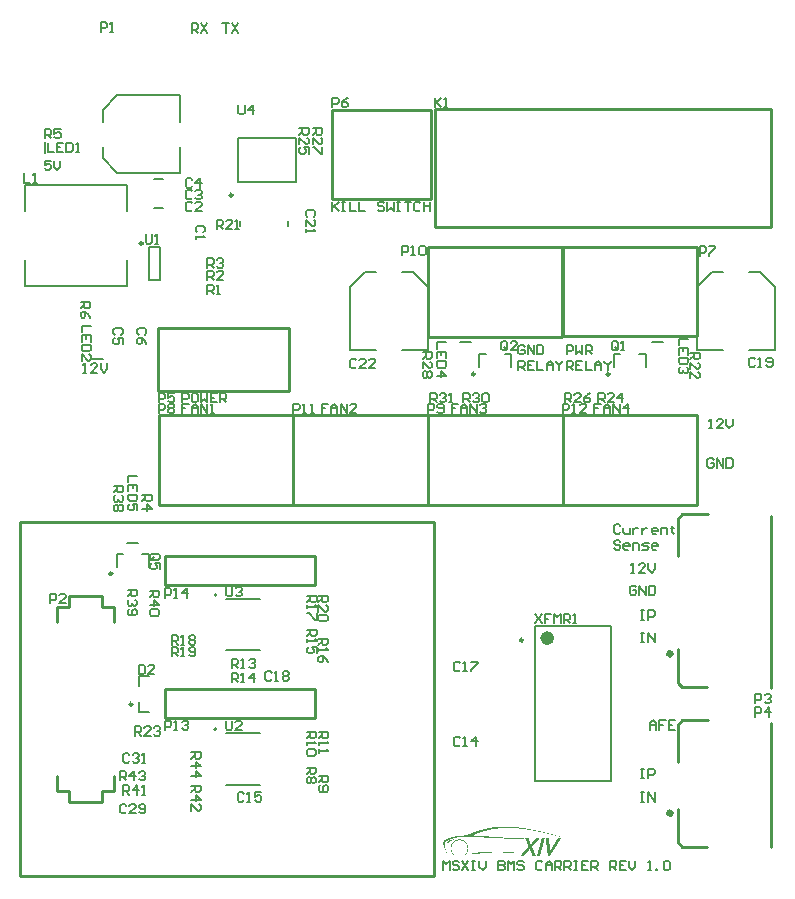
<source format=gto>
G04*
G04 #@! TF.GenerationSoftware,Altium Limited,Altium Designer,20.0.9 (164)*
G04*
G04 Layer_Color=65535*
%FSLAX25Y25*%
%MOIN*%
G70*
G01*
G75*
%ADD10C,0.00984*%
%ADD11C,0.02362*%
%ADD12C,0.00787*%
%ADD13C,0.01968*%
%ADD14C,0.00591*%
%ADD15C,0.01000*%
%ADD16C,0.00600*%
G36*
X161773Y16499D02*
X162451D01*
Y16485D01*
X162824D01*
Y16472D01*
X163129D01*
Y16458D01*
X163378D01*
Y16444D01*
X163613D01*
Y16430D01*
X163820D01*
Y16416D01*
X164014D01*
Y16402D01*
X164194D01*
Y16389D01*
X164360D01*
Y16375D01*
X164525D01*
Y16361D01*
X164678D01*
Y16347D01*
X164830D01*
Y16333D01*
X164968D01*
Y16319D01*
X165106D01*
Y16306D01*
X165245D01*
Y16292D01*
X165369D01*
Y16278D01*
X165494D01*
Y16264D01*
X165618D01*
Y16250D01*
X165743D01*
Y16236D01*
X165853D01*
Y16223D01*
X165978D01*
Y16209D01*
X166088D01*
Y16195D01*
X166199D01*
Y16181D01*
X166310D01*
Y16167D01*
X166420D01*
Y16153D01*
X166517D01*
Y16140D01*
X166628D01*
Y16126D01*
X166725D01*
Y16112D01*
X166821D01*
Y16098D01*
X166932D01*
Y16084D01*
X167029D01*
Y16071D01*
X167126D01*
Y16057D01*
X167222D01*
Y16043D01*
X167305D01*
Y16029D01*
X167402D01*
Y16015D01*
X167499D01*
Y16001D01*
X167582D01*
Y15988D01*
X167679D01*
Y15974D01*
X167762D01*
Y15960D01*
X167859D01*
Y15946D01*
X167942D01*
Y15932D01*
X168025D01*
Y15918D01*
X168108D01*
Y15904D01*
X168204D01*
Y15891D01*
X168287D01*
Y15877D01*
X168370D01*
Y15863D01*
X168453D01*
Y15849D01*
X168536D01*
Y15835D01*
X168605D01*
Y15822D01*
X168688D01*
Y15808D01*
X168772D01*
Y15794D01*
X168854D01*
Y15780D01*
X168937D01*
Y15766D01*
X169007D01*
Y15752D01*
X169090D01*
Y15739D01*
X169159D01*
Y15725D01*
X169242D01*
Y15711D01*
X169325D01*
Y15697D01*
X169394D01*
Y15683D01*
X169477D01*
Y15669D01*
X169546D01*
Y15656D01*
X169615D01*
Y15642D01*
X169698D01*
Y15628D01*
X169767D01*
Y15614D01*
X169836D01*
Y15600D01*
X169919D01*
Y15586D01*
X169989D01*
Y15573D01*
X170058D01*
Y15559D01*
X170127D01*
Y15545D01*
X170196D01*
Y15531D01*
X170279D01*
Y15517D01*
X170348D01*
Y15503D01*
X170417D01*
Y15490D01*
X170486D01*
Y15476D01*
X170556D01*
Y15462D01*
X170625D01*
Y15448D01*
X170694D01*
Y15434D01*
X170763D01*
Y15420D01*
X170832D01*
Y15407D01*
X170901D01*
Y15393D01*
X170970D01*
Y15379D01*
X171040D01*
Y15365D01*
X171095D01*
Y15351D01*
X171164D01*
Y15337D01*
X171233D01*
Y15324D01*
X171302D01*
Y15310D01*
X171372D01*
Y15296D01*
X171427D01*
Y15282D01*
X171496D01*
Y15268D01*
X171565D01*
Y15255D01*
X171634D01*
Y15241D01*
X171690D01*
Y15227D01*
X171759D01*
Y15213D01*
X171828D01*
Y15199D01*
X171883D01*
Y15185D01*
X171952D01*
Y15171D01*
X172022D01*
Y15158D01*
X172077D01*
Y15144D01*
X172146D01*
Y15130D01*
X172201D01*
Y15116D01*
X172271D01*
Y15102D01*
X172340D01*
Y15089D01*
X172395D01*
Y15075D01*
X172464D01*
Y15061D01*
X172520D01*
Y15047D01*
X172589D01*
Y15033D01*
X172644D01*
Y15019D01*
X172713D01*
Y15006D01*
X172768D01*
Y14992D01*
X172824D01*
Y14978D01*
X172893D01*
Y14964D01*
X172948D01*
Y14950D01*
X173017D01*
Y14936D01*
X173073D01*
Y14923D01*
X173142D01*
Y14909D01*
X173197D01*
Y14895D01*
X173252D01*
Y14881D01*
X173322D01*
Y14867D01*
X173377D01*
Y14853D01*
X173432D01*
Y14840D01*
X173501D01*
Y14826D01*
X173557D01*
Y14812D01*
X173612D01*
Y14798D01*
X173681D01*
Y14784D01*
X173737D01*
Y14770D01*
X173792D01*
Y14757D01*
X173847D01*
Y14743D01*
X173916D01*
Y14729D01*
X173972D01*
Y14715D01*
X174027D01*
Y14701D01*
X174082D01*
Y14687D01*
X174151D01*
Y14674D01*
X174207D01*
Y14660D01*
X174262D01*
Y14646D01*
X174317D01*
Y14632D01*
X174373D01*
Y14618D01*
X174428D01*
Y14604D01*
X174497D01*
Y14591D01*
X174553D01*
Y14577D01*
X174608D01*
Y14563D01*
X174663D01*
Y14549D01*
X174718D01*
Y14535D01*
X174774D01*
Y14522D01*
X174829D01*
Y14508D01*
X174898D01*
Y14494D01*
X174954D01*
Y14480D01*
X175009D01*
Y14466D01*
X175064D01*
Y14452D01*
X175120D01*
Y14438D01*
X175175D01*
Y14425D01*
X175230D01*
Y14411D01*
X175285D01*
Y14397D01*
X175341D01*
Y14383D01*
X175396D01*
Y14369D01*
X175452D01*
Y14356D01*
X175507D01*
Y14342D01*
X175562D01*
Y14328D01*
X175617D01*
Y14314D01*
X175673D01*
Y14300D01*
X175728D01*
Y14286D01*
X175783D01*
Y14273D01*
X175839D01*
Y14259D01*
X175894D01*
Y14245D01*
X175949D01*
Y14231D01*
X176005D01*
Y14217D01*
X176060D01*
Y14203D01*
X176115D01*
Y14190D01*
X176171D01*
Y14176D01*
X176226D01*
Y14162D01*
X176281D01*
Y14148D01*
X176337D01*
Y14134D01*
X176392D01*
Y14120D01*
X176447D01*
Y14107D01*
X176503D01*
Y14093D01*
X176558D01*
Y14079D01*
X176599D01*
Y14065D01*
X176655D01*
Y14051D01*
X176710D01*
Y14037D01*
X176765D01*
Y14024D01*
X176821D01*
Y14010D01*
X176876D01*
Y13996D01*
X176931D01*
Y13982D01*
X176987D01*
Y13968D01*
X177028D01*
Y13954D01*
X177084D01*
Y13941D01*
X177139D01*
Y13927D01*
X177194D01*
Y13913D01*
X177249D01*
Y13899D01*
X177305D01*
Y13885D01*
X177360D01*
Y13871D01*
X177402D01*
Y13858D01*
X177457D01*
Y13844D01*
X177512D01*
Y13830D01*
X177568D01*
Y13816D01*
X177623D01*
Y13802D01*
X177664D01*
Y13789D01*
X177720D01*
Y13775D01*
X177775D01*
Y13761D01*
X177830D01*
Y13747D01*
X177886D01*
Y13733D01*
X177927D01*
Y13719D01*
X177982D01*
Y13705D01*
X178038D01*
Y13692D01*
X178093D01*
Y13678D01*
X178148D01*
Y13664D01*
X178190D01*
Y13650D01*
X178245D01*
Y13636D01*
X178300D01*
Y13623D01*
X178356D01*
Y13609D01*
X178397D01*
Y13595D01*
X178453D01*
Y13581D01*
X178508D01*
Y13567D01*
X178563D01*
Y13553D01*
X178605D01*
Y13540D01*
X178660D01*
Y13526D01*
X178715D01*
Y13512D01*
X178757D01*
Y13498D01*
X178812D01*
Y13484D01*
X178868D01*
Y13470D01*
X178923D01*
Y13456D01*
X178964D01*
Y13443D01*
X179020D01*
Y13429D01*
X179075D01*
Y13415D01*
X179116D01*
Y13401D01*
X179172D01*
Y13387D01*
X179227D01*
Y13374D01*
X179282D01*
Y13360D01*
X179324D01*
Y13346D01*
X179379D01*
Y13332D01*
X179435D01*
Y13318D01*
X179476D01*
Y13304D01*
X179531D01*
Y13291D01*
X179587D01*
Y13277D01*
X179628D01*
Y13263D01*
X179683D01*
Y13249D01*
X179739D01*
Y13235D01*
X179780D01*
Y13221D01*
X179836D01*
Y13208D01*
X179877D01*
Y13194D01*
X179932D01*
Y13180D01*
X179988D01*
Y13166D01*
X180029D01*
Y13152D01*
X180085D01*
Y13138D01*
X180140D01*
Y13125D01*
X180181D01*
Y13111D01*
X180237D01*
Y13097D01*
X180292D01*
Y13083D01*
X180320D01*
Y13069D01*
Y13056D01*
X180306D01*
Y13042D01*
X180251D01*
Y13056D01*
X180195D01*
Y13069D01*
X180140D01*
Y13083D01*
X180071D01*
Y13097D01*
X180016D01*
Y13111D01*
X179960D01*
Y13125D01*
X179891D01*
Y13138D01*
X179836D01*
Y13152D01*
X179780D01*
Y13166D01*
X179711D01*
Y13180D01*
X179656D01*
Y13194D01*
X179601D01*
Y13208D01*
X179545D01*
Y13221D01*
X179476D01*
Y13235D01*
X179421D01*
Y13249D01*
X179366D01*
Y13263D01*
X179310D01*
Y13277D01*
X179255D01*
Y13291D01*
X179186D01*
Y13304D01*
X179130D01*
Y13318D01*
X179075D01*
Y13332D01*
X179020D01*
Y13346D01*
X178964D01*
Y13360D01*
X178909D01*
Y13374D01*
X178840D01*
Y13387D01*
X178785D01*
Y13401D01*
X178729D01*
Y13415D01*
X178674D01*
Y13429D01*
X178619D01*
Y13443D01*
X178563D01*
Y13456D01*
X178508D01*
Y13470D01*
X178453D01*
Y13484D01*
X178384D01*
Y13498D01*
X178328D01*
Y13512D01*
X178273D01*
Y13526D01*
X178217D01*
Y13540D01*
X178162D01*
Y13553D01*
X178107D01*
Y13567D01*
X178052D01*
Y13581D01*
X177996D01*
Y13595D01*
X177941D01*
Y13609D01*
X177872D01*
Y13623D01*
X177816D01*
Y13636D01*
X177761D01*
Y13650D01*
X177706D01*
Y13664D01*
X177650D01*
Y13678D01*
X177595D01*
Y13692D01*
X177540D01*
Y13705D01*
X177485D01*
Y13719D01*
X177429D01*
Y13733D01*
X177374D01*
Y13747D01*
X177319D01*
Y13761D01*
X177249D01*
Y13775D01*
X177194D01*
Y13789D01*
X177139D01*
Y13802D01*
X177084D01*
Y13816D01*
X177028D01*
Y13830D01*
X176973D01*
Y13844D01*
X176918D01*
Y13858D01*
X176862D01*
Y13871D01*
X176807D01*
Y13885D01*
X176751D01*
Y13899D01*
X176682D01*
Y13913D01*
X176627D01*
Y13927D01*
X176572D01*
Y13941D01*
X176516D01*
Y13954D01*
X176461D01*
Y13968D01*
X176406D01*
Y13982D01*
X176350D01*
Y13996D01*
X176281D01*
Y14010D01*
X176226D01*
Y14024D01*
X176171D01*
Y14037D01*
X176115D01*
Y14051D01*
X176060D01*
Y14065D01*
X176005D01*
Y14079D01*
X175949D01*
Y14093D01*
X175880D01*
Y14107D01*
X175825D01*
Y14120D01*
X175770D01*
Y14134D01*
X175714D01*
Y14148D01*
X175659D01*
Y14162D01*
X175590D01*
Y14176D01*
X175534D01*
Y14190D01*
X175479D01*
Y14203D01*
X175424D01*
Y14217D01*
X175368D01*
Y14231D01*
X175299D01*
Y14245D01*
X175244D01*
Y14259D01*
X175189D01*
Y14273D01*
X175133D01*
Y14286D01*
X175064D01*
Y14300D01*
X175009D01*
Y14314D01*
X174954D01*
Y14328D01*
X174884D01*
Y14342D01*
X174829D01*
Y14356D01*
X174774D01*
Y14369D01*
X174718D01*
Y14383D01*
X174649D01*
Y14397D01*
X174594D01*
Y14411D01*
X174525D01*
Y14425D01*
X174469D01*
Y14438D01*
X174414D01*
Y14452D01*
X174345D01*
Y14466D01*
X174290D01*
Y14480D01*
X174234D01*
Y14494D01*
X174165D01*
Y14508D01*
X174110D01*
Y14522D01*
X174041D01*
Y14535D01*
X173986D01*
Y14549D01*
X173916D01*
Y14563D01*
X173861D01*
Y14577D01*
X173792D01*
Y14591D01*
X173737D01*
Y14604D01*
X173667D01*
Y14618D01*
X173612D01*
Y14632D01*
X173543D01*
Y14646D01*
X173488D01*
Y14660D01*
X173418D01*
Y14674D01*
X173363D01*
Y14687D01*
X173294D01*
Y14701D01*
X173225D01*
Y14715D01*
X173170D01*
Y14729D01*
X173100D01*
Y14743D01*
X173045D01*
Y14757D01*
X172976D01*
Y14770D01*
X172907D01*
Y14784D01*
X172838D01*
Y14798D01*
X172782D01*
Y14812D01*
X172713D01*
Y14826D01*
X172644D01*
Y14840D01*
X172575D01*
Y14853D01*
X172520D01*
Y14867D01*
X172450D01*
Y14881D01*
X172381D01*
Y14895D01*
X172312D01*
Y14909D01*
X172243D01*
Y14923D01*
X172174D01*
Y14936D01*
X172105D01*
Y14950D01*
X172035D01*
Y14964D01*
X171966D01*
Y14978D01*
X171897D01*
Y14992D01*
X171828D01*
Y15006D01*
X171759D01*
Y15019D01*
X171690D01*
Y15033D01*
X171621D01*
Y15047D01*
X171551D01*
Y15061D01*
X171482D01*
Y15075D01*
X171413D01*
Y15089D01*
X171330D01*
Y15102D01*
X171261D01*
Y15116D01*
X171192D01*
Y15130D01*
X171123D01*
Y15144D01*
X171040D01*
Y15158D01*
X170970D01*
Y15171D01*
X170887D01*
Y15185D01*
X170818D01*
Y15199D01*
X170749D01*
Y15213D01*
X170666D01*
Y15227D01*
X170583D01*
Y15241D01*
X170514D01*
Y15255D01*
X170431D01*
Y15268D01*
X170362D01*
Y15282D01*
X170279D01*
Y15296D01*
X170196D01*
Y15310D01*
X170113D01*
Y15324D01*
X170030D01*
Y15337D01*
X169961D01*
Y15351D01*
X169878D01*
Y15365D01*
X169795D01*
Y15379D01*
X169712D01*
Y15393D01*
X169615D01*
Y15407D01*
X169532D01*
Y15420D01*
X169449D01*
Y15434D01*
X169366D01*
Y15448D01*
X169269D01*
Y15462D01*
X169186D01*
Y15476D01*
X169090D01*
Y15490D01*
X169007D01*
Y15503D01*
X168910D01*
Y15517D01*
X168827D01*
Y15531D01*
X168730D01*
Y15545D01*
X168633D01*
Y15559D01*
X168536D01*
Y15573D01*
X168439D01*
Y15586D01*
X168343D01*
Y15600D01*
X168246D01*
Y15614D01*
X168135D01*
Y15628D01*
X168038D01*
Y15642D01*
X167928D01*
Y15656D01*
X167817D01*
Y15669D01*
X167720D01*
Y15683D01*
X167610D01*
Y15697D01*
X167485D01*
Y15711D01*
X167375D01*
Y15725D01*
X167264D01*
Y15739D01*
X167139D01*
Y15752D01*
X167015D01*
Y15766D01*
X166891D01*
Y15780D01*
X166766D01*
Y15794D01*
X166628D01*
Y15808D01*
X166490D01*
Y15822D01*
X166351D01*
Y15835D01*
X166213D01*
Y15849D01*
X166061D01*
Y15863D01*
X165895D01*
Y15877D01*
X165729D01*
Y15891D01*
X165563D01*
Y15904D01*
X165383D01*
Y15918D01*
X165189D01*
Y15932D01*
X164982D01*
Y15946D01*
X164761D01*
Y15960D01*
X164512D01*
Y15974D01*
X164221D01*
Y15988D01*
X163889D01*
Y16001D01*
X163433D01*
Y16015D01*
X161677D01*
Y16001D01*
X161234D01*
Y15988D01*
X160916D01*
Y15974D01*
X160653D01*
Y15960D01*
X160418D01*
Y15946D01*
X160211D01*
Y15932D01*
X160031D01*
Y15918D01*
X159851D01*
Y15904D01*
X159685D01*
Y15891D01*
X159533D01*
Y15877D01*
X159381D01*
Y15863D01*
X159242D01*
Y15849D01*
X159118D01*
Y15835D01*
X158980D01*
Y15822D01*
X158869D01*
Y15808D01*
X158745D01*
Y15794D01*
X158634D01*
Y15780D01*
X158523D01*
Y15766D01*
X158413D01*
Y15752D01*
X158302D01*
Y15739D01*
X158205D01*
Y15725D01*
X158108D01*
Y15711D01*
X158011D01*
Y15697D01*
X157915D01*
Y15683D01*
X157818D01*
Y15669D01*
X157735D01*
Y15656D01*
X157652D01*
Y15642D01*
X157555D01*
Y15628D01*
X157472D01*
Y15614D01*
X157389D01*
Y15600D01*
X157306D01*
Y15586D01*
X157223D01*
Y15573D01*
X157154D01*
Y15559D01*
X157071D01*
Y15545D01*
X156988D01*
Y15531D01*
X156919D01*
Y15517D01*
X156850D01*
Y15503D01*
X156767D01*
Y15490D01*
X156698D01*
Y15476D01*
X156628D01*
Y15462D01*
X156559D01*
Y15448D01*
X156490D01*
Y15434D01*
X156421D01*
Y15420D01*
X156352D01*
Y15407D01*
X156283D01*
Y15393D01*
X156227D01*
Y15379D01*
X156158D01*
Y15365D01*
X156089D01*
Y15351D01*
X156034D01*
Y15337D01*
X155965D01*
Y15324D01*
X155909D01*
Y15310D01*
X155840D01*
Y15296D01*
X155785D01*
Y15282D01*
X155729D01*
Y15268D01*
X155660D01*
Y15255D01*
X155605D01*
Y15241D01*
X155550D01*
Y15227D01*
X155494D01*
Y15213D01*
X155439D01*
Y15199D01*
X155370D01*
Y15185D01*
X155315D01*
Y15171D01*
X155259D01*
Y15158D01*
X155204D01*
Y15144D01*
X155162D01*
Y15130D01*
X155107D01*
Y15116D01*
X155052D01*
Y15102D01*
X154997D01*
Y15089D01*
X154941D01*
Y15075D01*
X154886D01*
Y15061D01*
X154844D01*
Y15047D01*
X154789D01*
Y15033D01*
X154734D01*
Y15019D01*
X154692D01*
Y15006D01*
X154637D01*
Y14992D01*
X154582D01*
Y14978D01*
X154540D01*
Y14964D01*
X154485D01*
Y14950D01*
X154443D01*
Y14936D01*
X154388D01*
Y14923D01*
X154346D01*
Y14909D01*
X154291D01*
Y14895D01*
X154250D01*
Y14881D01*
X154208D01*
Y14867D01*
X154153D01*
Y14853D01*
X154111D01*
Y14840D01*
X154070D01*
Y14826D01*
X154015D01*
Y14812D01*
X153973D01*
Y14798D01*
X153931D01*
Y14784D01*
X153876D01*
Y14770D01*
X153835D01*
Y14757D01*
X153793D01*
Y14743D01*
X153752D01*
Y14729D01*
X153710D01*
Y14715D01*
X153669D01*
Y14701D01*
X153613D01*
Y14687D01*
X153572D01*
Y14674D01*
X153530D01*
Y14660D01*
X153489D01*
Y14646D01*
X153447D01*
Y14632D01*
X153406D01*
Y14618D01*
X153365D01*
Y14604D01*
X153323D01*
Y14591D01*
X153281D01*
Y14577D01*
X153240D01*
Y14563D01*
X153199D01*
Y14549D01*
X153157D01*
Y14535D01*
X153116D01*
Y14522D01*
X153088D01*
Y14508D01*
X153046D01*
Y14494D01*
X153005D01*
Y14480D01*
X152963D01*
Y14466D01*
X152922D01*
Y14452D01*
X152880D01*
Y14438D01*
X152853D01*
Y14425D01*
X152811D01*
Y14411D01*
X152770D01*
Y14397D01*
X152728D01*
Y14383D01*
X152687D01*
Y14369D01*
X152659D01*
Y14356D01*
X152618D01*
Y14342D01*
X152576D01*
Y14328D01*
X152549D01*
Y14314D01*
X152507D01*
Y14300D01*
X152465D01*
Y14286D01*
X152438D01*
Y14273D01*
X152396D01*
Y14259D01*
X152355D01*
Y14245D01*
X152327D01*
Y14231D01*
X152286D01*
Y14217D01*
X152244D01*
Y14203D01*
X152217D01*
Y14190D01*
X152175D01*
Y14176D01*
X152147D01*
Y14162D01*
X152106D01*
Y14148D01*
X152078D01*
Y14134D01*
X152037D01*
Y14120D01*
X152009D01*
Y14107D01*
X151968D01*
Y14093D01*
X151940D01*
Y14079D01*
X151899D01*
Y14065D01*
X151871D01*
Y14051D01*
X151829D01*
Y14037D01*
X151802D01*
Y14024D01*
X151760D01*
Y14010D01*
X151733D01*
Y13996D01*
X151691D01*
Y13982D01*
X151663D01*
Y13968D01*
X151636D01*
Y13954D01*
X151594D01*
Y13941D01*
X151567D01*
Y13927D01*
X151539D01*
Y13913D01*
X151497D01*
Y13899D01*
X151470D01*
Y13885D01*
X151428D01*
Y13871D01*
X151401D01*
Y13858D01*
X151373D01*
Y13844D01*
X151331D01*
Y13830D01*
X151304D01*
Y13816D01*
X151276D01*
Y13802D01*
X151249D01*
Y13789D01*
X151207D01*
Y13775D01*
X151179D01*
Y13761D01*
X151152D01*
Y13747D01*
X151110D01*
Y13733D01*
X151083D01*
Y13719D01*
X151055D01*
Y13705D01*
X151027D01*
Y13692D01*
X150986D01*
Y13678D01*
X150958D01*
Y13664D01*
X150930D01*
Y13650D01*
X150903D01*
Y13636D01*
X150875D01*
Y13623D01*
X150833D01*
Y13609D01*
X150806D01*
Y13595D01*
X150778D01*
Y13581D01*
X150751D01*
Y13567D01*
X150723D01*
Y13553D01*
X150709D01*
Y13540D01*
X151055D01*
Y13526D01*
X151414D01*
Y13512D01*
X151719D01*
Y13498D01*
X151981D01*
Y13484D01*
X152244D01*
Y13470D01*
X152479D01*
Y13456D01*
X152715D01*
Y13443D01*
X152922D01*
Y13429D01*
X153143D01*
Y13415D01*
X153351D01*
Y13401D01*
X153544D01*
Y13387D01*
X153738D01*
Y13374D01*
X153931D01*
Y13360D01*
X154125D01*
Y13346D01*
X154319D01*
Y13332D01*
X154499D01*
Y13318D01*
X154678D01*
Y13304D01*
X154872D01*
Y13291D01*
X155052D01*
Y13277D01*
X155232D01*
Y13263D01*
X155397D01*
Y13249D01*
X155577D01*
Y13235D01*
X155757D01*
Y13221D01*
X155937D01*
Y13208D01*
X156117D01*
Y13194D01*
X156283D01*
Y13180D01*
X156463D01*
Y13166D01*
X156642D01*
Y13152D01*
X156808D01*
Y13138D01*
X156988D01*
Y13125D01*
X157168D01*
Y13111D01*
X157334D01*
Y13097D01*
X157514D01*
Y13083D01*
X157693D01*
Y13069D01*
X157873D01*
Y13056D01*
X158053D01*
Y13042D01*
X158233D01*
Y13028D01*
X158413D01*
Y13014D01*
X158592D01*
Y13000D01*
X158786D01*
Y12986D01*
X158966D01*
Y12972D01*
X159159D01*
Y12959D01*
X159339D01*
Y12945D01*
X159533D01*
Y12931D01*
X159726D01*
Y12917D01*
X159920D01*
Y12903D01*
X160114D01*
Y12889D01*
X160321D01*
Y12876D01*
X160515D01*
Y12862D01*
X160722D01*
Y12848D01*
X160930D01*
Y12834D01*
X161151D01*
Y12820D01*
X161358D01*
Y12807D01*
X161580D01*
Y12793D01*
X161815D01*
Y12779D01*
X162036D01*
Y12765D01*
X162271D01*
Y12751D01*
X162520D01*
Y12737D01*
X162769D01*
Y12724D01*
X163032D01*
Y12710D01*
X163295D01*
Y12696D01*
X163571D01*
Y12682D01*
X163862D01*
Y12668D01*
X164180D01*
Y12654D01*
X164498D01*
Y12641D01*
X164844D01*
Y12627D01*
X165217D01*
Y12613D01*
X165646D01*
Y12599D01*
X166116D01*
Y12585D01*
X166697D01*
Y12571D01*
X167499D01*
Y12558D01*
X167789D01*
Y12544D01*
Y12530D01*
Y12516D01*
X167651D01*
Y12502D01*
X167195D01*
Y12488D01*
X166628D01*
Y12475D01*
X165701D01*
Y12461D01*
X163945D01*
Y12475D01*
X162949D01*
Y12488D01*
X162313D01*
Y12502D01*
X161787D01*
Y12516D01*
X161331D01*
Y12530D01*
X160916D01*
Y12544D01*
X160542D01*
Y12558D01*
X160183D01*
Y12571D01*
X159851D01*
Y12585D01*
X159533D01*
Y12599D01*
X159215D01*
Y12613D01*
X158924D01*
Y12627D01*
X158634D01*
Y12641D01*
X158357D01*
Y12654D01*
X158081D01*
Y12668D01*
X157818D01*
Y12682D01*
X157555D01*
Y12696D01*
X157306D01*
Y12710D01*
X157057D01*
Y12724D01*
X156808D01*
Y12737D01*
X156559D01*
Y12751D01*
X156310D01*
Y12765D01*
X156075D01*
Y12779D01*
X155826D01*
Y12793D01*
X155591D01*
Y12807D01*
X155356D01*
Y12820D01*
X155121D01*
Y12834D01*
X154886D01*
Y12848D01*
X154637D01*
Y12862D01*
X154402D01*
Y12876D01*
X154167D01*
Y12889D01*
X153918D01*
Y12903D01*
X153683D01*
Y12917D01*
X153434D01*
Y12931D01*
X153185D01*
Y12945D01*
X152936D01*
Y12959D01*
X152673D01*
Y12972D01*
X152396D01*
Y12986D01*
X152120D01*
Y13000D01*
X151843D01*
Y13014D01*
X151539D01*
Y13028D01*
X151207D01*
Y13042D01*
X150861D01*
Y13056D01*
X150460D01*
Y13069D01*
X149976D01*
Y13083D01*
X149077D01*
Y13097D01*
X148621D01*
Y13083D01*
X147860D01*
Y13069D01*
X147500D01*
Y13056D01*
X147224D01*
Y13042D01*
X147003D01*
Y13028D01*
X146809D01*
Y13014D01*
X146643D01*
Y13000D01*
X146491D01*
Y12986D01*
X146353D01*
Y12972D01*
X146228D01*
Y12959D01*
X146117D01*
Y12945D01*
X146007D01*
Y12931D01*
X145896D01*
Y12917D01*
X145799D01*
Y12903D01*
X145703D01*
Y12889D01*
X145619D01*
Y12876D01*
X145536D01*
Y12862D01*
X145454D01*
Y12848D01*
X145371D01*
Y12834D01*
X145301D01*
Y12820D01*
X145232D01*
Y12807D01*
X145149D01*
Y12793D01*
X145094D01*
Y12779D01*
X145025D01*
Y12765D01*
X144956D01*
Y12751D01*
X144900D01*
Y12737D01*
X144831D01*
Y12724D01*
X144776D01*
Y12710D01*
X144720D01*
Y12696D01*
X144665D01*
Y12682D01*
X144610D01*
Y12668D01*
X144555D01*
Y12654D01*
X144499D01*
Y12641D01*
X144444D01*
Y12627D01*
X144403D01*
Y12613D01*
X144347D01*
Y12599D01*
X144292D01*
Y12585D01*
X144250D01*
Y12571D01*
X144195D01*
Y12558D01*
X144153D01*
Y12544D01*
X144112D01*
Y12530D01*
X144057D01*
Y12516D01*
X144015D01*
Y12502D01*
X143974D01*
Y12488D01*
X143932D01*
Y12475D01*
X143891D01*
Y12461D01*
X143849D01*
Y12447D01*
X143808D01*
Y12433D01*
X143766D01*
Y12419D01*
X143725D01*
Y12405D01*
X143683D01*
Y12392D01*
X143642D01*
Y12378D01*
X143600D01*
Y12364D01*
X143559D01*
Y12350D01*
X143517D01*
Y12336D01*
X143476D01*
Y12323D01*
X143434D01*
Y12309D01*
X143407D01*
Y12295D01*
X143365D01*
Y12281D01*
X143324D01*
Y12267D01*
X143296D01*
Y12253D01*
X143254D01*
Y12240D01*
X143213D01*
Y12226D01*
X143172D01*
Y12212D01*
X143144D01*
Y12198D01*
X143102D01*
Y12184D01*
X143075D01*
Y12170D01*
X143033D01*
Y12156D01*
X142992D01*
Y12143D01*
X142964D01*
Y12129D01*
X142923D01*
Y12115D01*
X142895D01*
Y12101D01*
X142867D01*
Y12087D01*
X142826D01*
Y12073D01*
X142798D01*
Y12060D01*
X142757D01*
Y12046D01*
X142729D01*
Y12032D01*
X142701D01*
Y12018D01*
X142674D01*
Y12004D01*
X142632D01*
Y11991D01*
X142604D01*
Y11977D01*
X142577D01*
Y11963D01*
X142549D01*
Y11949D01*
X142522D01*
Y11935D01*
X142494D01*
Y11921D01*
X142466D01*
Y11908D01*
X142439D01*
Y11894D01*
X142411D01*
Y11880D01*
X142383D01*
Y11866D01*
X142356D01*
Y11852D01*
X142328D01*
Y11838D01*
X142300D01*
Y11825D01*
X142286D01*
Y11811D01*
X142259D01*
Y11797D01*
X142231D01*
Y11783D01*
X142217D01*
Y11769D01*
X142190D01*
Y11755D01*
X142162D01*
Y11742D01*
X142148D01*
Y11728D01*
X142121D01*
Y11714D01*
X142107D01*
Y11700D01*
X142079D01*
Y11686D01*
X142065D01*
Y11672D01*
X142051D01*
Y11659D01*
X142024D01*
Y11645D01*
X142010D01*
Y11631D01*
X141996D01*
Y11617D01*
X141968D01*
Y11603D01*
X141955D01*
Y11590D01*
X141941D01*
Y11576D01*
X141927D01*
Y11562D01*
X141913D01*
Y11548D01*
X141899D01*
Y11534D01*
X141885D01*
Y11520D01*
X141872D01*
Y11507D01*
X141858D01*
Y11493D01*
X141844D01*
Y11479D01*
X141830D01*
Y11465D01*
X141816D01*
Y11451D01*
X141802D01*
Y11437D01*
X141788D01*
Y11423D01*
X141775D01*
Y11410D01*
X141761D01*
Y11396D01*
X141747D01*
Y11382D01*
X141733D01*
Y11368D01*
Y11354D01*
X141719D01*
Y11340D01*
X141706D01*
Y11327D01*
X141692D01*
Y11313D01*
Y11299D01*
X141678D01*
Y11285D01*
X141664D01*
Y11271D01*
Y11258D01*
X141650D01*
Y11244D01*
X141636D01*
Y11230D01*
Y11216D01*
X141623D01*
Y11202D01*
Y11188D01*
X141609D01*
Y11175D01*
Y11161D01*
X141595D01*
Y11147D01*
Y11133D01*
X141581D01*
Y11119D01*
Y11105D01*
X141567D01*
Y11092D01*
Y11078D01*
X141553D01*
Y11064D01*
Y11050D01*
Y11036D01*
X141540D01*
Y11022D01*
Y11009D01*
Y10995D01*
X141526D01*
Y10981D01*
Y10967D01*
Y10953D01*
X141512D01*
Y10939D01*
Y10926D01*
Y10912D01*
X141498D01*
Y10898D01*
Y10884D01*
Y10870D01*
Y10857D01*
X141484D01*
Y10843D01*
Y10829D01*
Y10815D01*
Y10801D01*
Y10787D01*
X141470D01*
Y10774D01*
Y10760D01*
Y10746D01*
Y10732D01*
Y10718D01*
Y10704D01*
Y10690D01*
X141457D01*
Y10677D01*
Y10663D01*
Y10649D01*
Y10635D01*
Y10621D01*
Y10607D01*
Y10594D01*
Y10580D01*
Y10566D01*
Y10552D01*
Y10538D01*
X141443D01*
Y10525D01*
Y10511D01*
Y10497D01*
Y10483D01*
Y10469D01*
Y10455D01*
Y10441D01*
Y10428D01*
Y10414D01*
Y10400D01*
Y10386D01*
Y10372D01*
Y10359D01*
Y10345D01*
Y10331D01*
Y10317D01*
X141457D01*
Y10303D01*
Y10289D01*
Y10276D01*
Y10262D01*
Y10248D01*
Y10234D01*
Y10220D01*
Y10206D01*
Y10193D01*
Y10179D01*
Y10165D01*
Y10151D01*
Y10137D01*
Y10123D01*
X141470D01*
Y10110D01*
Y10096D01*
Y10082D01*
Y10068D01*
Y10054D01*
Y10041D01*
Y10027D01*
Y10013D01*
X141484D01*
Y9999D01*
Y9985D01*
Y9971D01*
Y9957D01*
Y9944D01*
Y9930D01*
Y9916D01*
X141498D01*
Y9902D01*
Y9888D01*
Y9875D01*
Y9861D01*
Y9847D01*
Y9833D01*
X141512D01*
Y9819D01*
Y9805D01*
Y9792D01*
Y9778D01*
Y9764D01*
X141526D01*
Y9750D01*
Y9736D01*
Y9722D01*
Y9708D01*
Y9695D01*
Y9681D01*
X141540D01*
Y9667D01*
Y9653D01*
Y9639D01*
Y9626D01*
X141553D01*
Y9612D01*
Y9598D01*
Y9584D01*
Y9570D01*
Y9556D01*
X141567D01*
Y9543D01*
Y9529D01*
Y9515D01*
Y9501D01*
X141581D01*
Y9487D01*
Y9473D01*
Y9460D01*
Y9446D01*
X141595D01*
Y9432D01*
Y9418D01*
Y9404D01*
Y9390D01*
X141609D01*
Y9377D01*
Y9363D01*
Y9349D01*
Y9335D01*
X141623D01*
Y9321D01*
Y9307D01*
Y9294D01*
Y9280D01*
X141636D01*
Y9266D01*
Y9252D01*
Y9238D01*
X141650D01*
Y9224D01*
Y9211D01*
Y9197D01*
Y9183D01*
X141664D01*
Y9169D01*
Y9155D01*
Y9142D01*
Y9128D01*
X141678D01*
Y9114D01*
Y9100D01*
Y9086D01*
X141692D01*
Y9072D01*
Y9059D01*
Y9045D01*
X141706D01*
Y9031D01*
Y9017D01*
Y9003D01*
Y8989D01*
X141719D01*
Y8975D01*
Y8962D01*
Y8948D01*
X141733D01*
Y8934D01*
Y8920D01*
Y8906D01*
X141747D01*
Y8892D01*
Y8879D01*
Y8865D01*
X141761D01*
Y8851D01*
Y8837D01*
Y8823D01*
Y8810D01*
X141775D01*
Y8796D01*
Y8782D01*
Y8768D01*
X141788D01*
Y8754D01*
Y8740D01*
Y8727D01*
X141802D01*
Y8713D01*
Y8699D01*
Y8685D01*
X141816D01*
Y8671D01*
Y8657D01*
Y8644D01*
X141830D01*
Y8630D01*
Y8616D01*
Y8602D01*
X141844D01*
Y8588D01*
Y8574D01*
Y8561D01*
X141858D01*
Y8547D01*
Y8533D01*
Y8519D01*
X141872D01*
Y8505D01*
Y8491D01*
Y8478D01*
X141885D01*
Y8464D01*
Y8450D01*
X141899D01*
Y8436D01*
Y8422D01*
Y8409D01*
X141913D01*
Y8395D01*
Y8381D01*
Y8367D01*
X141927D01*
Y8353D01*
Y8339D01*
Y8326D01*
X141941D01*
Y8312D01*
Y8298D01*
Y8284D01*
X141955D01*
Y8270D01*
Y8256D01*
X141968D01*
Y8242D01*
Y8229D01*
Y8215D01*
X141982D01*
Y8201D01*
Y8187D01*
Y8173D01*
X141996D01*
Y8160D01*
Y8146D01*
Y8132D01*
X142010D01*
Y8118D01*
Y8104D01*
X142024D01*
Y8090D01*
Y8077D01*
Y8063D01*
X142037D01*
Y8049D01*
Y8035D01*
Y8021D01*
X142051D01*
Y8007D01*
Y7994D01*
X142065D01*
Y7980D01*
Y7966D01*
Y7952D01*
X142079D01*
Y7938D01*
Y7925D01*
Y7911D01*
X142093D01*
Y7897D01*
Y7883D01*
X142107D01*
Y7869D01*
Y7855D01*
Y7841D01*
X142121D01*
Y7828D01*
Y7814D01*
X142134D01*
Y7800D01*
Y7786D01*
Y7772D01*
X142148D01*
Y7758D01*
Y7745D01*
Y7731D01*
X142162D01*
Y7717D01*
Y7703D01*
X142176D01*
Y7689D01*
Y7676D01*
Y7662D01*
X142190D01*
Y7648D01*
Y7634D01*
X142203D01*
Y7620D01*
Y7606D01*
Y7593D01*
X142217D01*
Y7579D01*
Y7565D01*
X142231D01*
Y7551D01*
Y7537D01*
Y7523D01*
X142245D01*
Y7509D01*
Y7496D01*
X142259D01*
Y7482D01*
Y7468D01*
Y7454D01*
X142273D01*
Y7440D01*
Y7427D01*
X142286D01*
Y7413D01*
Y7399D01*
Y7385D01*
X142300D01*
Y7371D01*
Y7357D01*
X142314D01*
Y7344D01*
Y7330D01*
Y7316D01*
X142273D01*
Y7330D01*
X142259D01*
Y7344D01*
Y7357D01*
X142245D01*
Y7371D01*
Y7385D01*
X142231D01*
Y7399D01*
Y7413D01*
X142217D01*
Y7427D01*
Y7440D01*
Y7454D01*
X142203D01*
Y7468D01*
Y7482D01*
X142190D01*
Y7496D01*
Y7509D01*
X142176D01*
Y7523D01*
Y7537D01*
X142162D01*
Y7551D01*
Y7565D01*
X142148D01*
Y7579D01*
Y7593D01*
X142134D01*
Y7606D01*
Y7620D01*
X142121D01*
Y7634D01*
Y7648D01*
X142107D01*
Y7662D01*
Y7676D01*
Y7689D01*
X142093D01*
Y7703D01*
Y7717D01*
X142079D01*
Y7731D01*
Y7745D01*
X142065D01*
Y7758D01*
Y7772D01*
X142051D01*
Y7786D01*
Y7800D01*
X142037D01*
Y7814D01*
Y7828D01*
X142024D01*
Y7841D01*
Y7855D01*
X142010D01*
Y7869D01*
Y7883D01*
Y7897D01*
X141996D01*
Y7911D01*
Y7925D01*
X141982D01*
Y7938D01*
Y7952D01*
X141968D01*
Y7966D01*
Y7980D01*
X141955D01*
Y7994D01*
Y8007D01*
X141941D01*
Y8021D01*
Y8035D01*
X141927D01*
Y8049D01*
Y8063D01*
Y8077D01*
X141913D01*
Y8090D01*
Y8104D01*
X141899D01*
Y8118D01*
Y8132D01*
X141885D01*
Y8146D01*
Y8160D01*
X141872D01*
Y8173D01*
Y8187D01*
X141858D01*
Y8201D01*
Y8215D01*
X141844D01*
Y8229D01*
Y8242D01*
Y8256D01*
X141830D01*
Y8270D01*
Y8284D01*
X141816D01*
Y8298D01*
Y8312D01*
X141802D01*
Y8326D01*
Y8339D01*
X141788D01*
Y8353D01*
Y8367D01*
X141775D01*
Y8381D01*
Y8395D01*
Y8409D01*
X141761D01*
Y8422D01*
Y8436D01*
X141747D01*
Y8450D01*
Y8464D01*
X141733D01*
Y8478D01*
Y8491D01*
X141719D01*
Y8505D01*
Y8519D01*
Y8533D01*
X141706D01*
Y8547D01*
Y8561D01*
X141692D01*
Y8574D01*
Y8588D01*
X141678D01*
Y8602D01*
Y8616D01*
X141664D01*
Y8630D01*
Y8644D01*
Y8657D01*
X141650D01*
Y8671D01*
Y8685D01*
X141636D01*
Y8699D01*
Y8713D01*
X141623D01*
Y8727D01*
Y8740D01*
X141609D01*
Y8754D01*
Y8768D01*
Y8782D01*
X141595D01*
Y8796D01*
Y8810D01*
X141581D01*
Y8823D01*
Y8837D01*
X141567D01*
Y8851D01*
Y8865D01*
Y8879D01*
X141553D01*
Y8892D01*
Y8906D01*
X141540D01*
Y8920D01*
Y8934D01*
X141526D01*
Y8948D01*
Y8962D01*
Y8975D01*
X141512D01*
Y8989D01*
Y9003D01*
X141498D01*
Y9017D01*
Y9031D01*
X141484D01*
Y9045D01*
Y9059D01*
Y9072D01*
X141470D01*
Y9086D01*
Y9100D01*
X141457D01*
Y9114D01*
Y9128D01*
X141443D01*
Y9142D01*
Y9155D01*
Y9169D01*
X141429D01*
Y9183D01*
Y9197D01*
X141415D01*
Y9211D01*
Y9224D01*
Y9238D01*
X141401D01*
Y9252D01*
Y9266D01*
X141387D01*
Y9280D01*
Y9294D01*
Y9307D01*
X141374D01*
Y9321D01*
Y9335D01*
X141360D01*
Y9349D01*
Y9363D01*
Y9377D01*
X141346D01*
Y9390D01*
Y9404D01*
X141332D01*
Y9418D01*
Y9432D01*
Y9446D01*
X141318D01*
Y9460D01*
Y9473D01*
X141305D01*
Y9487D01*
Y9501D01*
Y9515D01*
X141291D01*
Y9529D01*
Y9543D01*
Y9556D01*
X141277D01*
Y9570D01*
Y9584D01*
X141263D01*
Y9598D01*
Y9612D01*
Y9626D01*
X141249D01*
Y9639D01*
Y9653D01*
Y9667D01*
X141235D01*
Y9681D01*
Y9695D01*
Y9708D01*
X141221D01*
Y9722D01*
Y9736D01*
X141208D01*
Y9750D01*
Y9764D01*
Y9778D01*
X141194D01*
Y9792D01*
Y9805D01*
Y9819D01*
X141180D01*
Y9833D01*
Y9847D01*
Y9861D01*
X141166D01*
Y9875D01*
Y9888D01*
Y9902D01*
X141152D01*
Y9916D01*
Y9930D01*
Y9944D01*
X141139D01*
Y9957D01*
Y9971D01*
Y9985D01*
X141125D01*
Y9999D01*
Y10013D01*
Y10027D01*
X141111D01*
Y10041D01*
Y10054D01*
Y10068D01*
Y10082D01*
X141097D01*
Y10096D01*
Y10110D01*
Y10123D01*
X141083D01*
Y10137D01*
Y10151D01*
Y10165D01*
X141069D01*
Y10179D01*
Y10193D01*
Y10206D01*
Y10220D01*
X141056D01*
Y10234D01*
Y10248D01*
Y10262D01*
Y10276D01*
X141042D01*
Y10289D01*
Y10303D01*
Y10317D01*
Y10331D01*
X141028D01*
Y10345D01*
Y10359D01*
Y10372D01*
Y10386D01*
X141014D01*
Y10400D01*
Y10414D01*
Y10428D01*
Y10441D01*
X141000D01*
Y10455D01*
Y10469D01*
Y10483D01*
Y10497D01*
Y10511D01*
X140986D01*
Y10525D01*
Y10538D01*
Y10552D01*
Y10566D01*
Y10580D01*
Y10594D01*
X140972D01*
Y10607D01*
Y10621D01*
Y10635D01*
Y10649D01*
Y10663D01*
Y10677D01*
Y10690D01*
X140959D01*
Y10704D01*
Y10718D01*
Y10732D01*
Y10746D01*
Y10760D01*
Y10774D01*
Y10787D01*
Y10801D01*
Y10815D01*
X140945D01*
Y10829D01*
Y10843D01*
Y10857D01*
Y10870D01*
Y10884D01*
Y10898D01*
Y10912D01*
Y10926D01*
Y10939D01*
Y10953D01*
Y10967D01*
Y10981D01*
Y10995D01*
Y11009D01*
Y11022D01*
Y11036D01*
Y11050D01*
Y11064D01*
Y11078D01*
Y11092D01*
Y11105D01*
Y11119D01*
X140959D01*
Y11133D01*
Y11147D01*
Y11161D01*
Y11175D01*
Y11188D01*
Y11202D01*
Y11216D01*
Y11230D01*
X140972D01*
Y11244D01*
Y11258D01*
Y11271D01*
Y11285D01*
Y11299D01*
X140986D01*
Y11313D01*
Y11327D01*
Y11340D01*
X141000D01*
Y11354D01*
Y11368D01*
Y11382D01*
Y11396D01*
X141014D01*
Y11410D01*
Y11423D01*
Y11437D01*
X141028D01*
Y11451D01*
Y11465D01*
X141042D01*
Y11479D01*
Y11493D01*
Y11507D01*
X141056D01*
Y11520D01*
Y11534D01*
X141069D01*
Y11548D01*
Y11562D01*
X141083D01*
Y11576D01*
Y11590D01*
X141097D01*
Y11603D01*
X141111D01*
Y11617D01*
Y11631D01*
X141125D01*
Y11645D01*
Y11659D01*
X141139D01*
Y11672D01*
X141152D01*
Y11686D01*
Y11700D01*
X141166D01*
Y11714D01*
X141180D01*
Y11728D01*
X141194D01*
Y11742D01*
Y11755D01*
X141208D01*
Y11769D01*
X141221D01*
Y11783D01*
X141235D01*
Y11797D01*
X141249D01*
Y11811D01*
X141263D01*
Y11825D01*
X141277D01*
Y11838D01*
X141291D01*
Y11852D01*
X141305D01*
Y11866D01*
X141318D01*
Y11880D01*
X141332D01*
Y11894D01*
X141346D01*
Y11908D01*
X141360D01*
Y11921D01*
X141374D01*
Y11935D01*
X141387D01*
Y11949D01*
X141401D01*
Y11963D01*
X141415D01*
Y11977D01*
X141443D01*
Y11991D01*
X141457D01*
Y12004D01*
X141470D01*
Y12018D01*
X141498D01*
Y12032D01*
X141512D01*
Y12046D01*
X141526D01*
Y12060D01*
X141553D01*
Y12073D01*
X141567D01*
Y12087D01*
X141595D01*
Y12101D01*
X141609D01*
Y12115D01*
X141636D01*
Y12129D01*
X141664D01*
Y12143D01*
X141678D01*
Y12156D01*
X141706D01*
Y12170D01*
X141733D01*
Y12184D01*
X141747D01*
Y12198D01*
X141775D01*
Y12212D01*
X141802D01*
Y12226D01*
X141830D01*
Y12240D01*
X141858D01*
Y12253D01*
X141885D01*
Y12267D01*
X141913D01*
Y12281D01*
X141941D01*
Y12295D01*
X141968D01*
Y12309D01*
X141996D01*
Y12323D01*
X142037D01*
Y12336D01*
X142065D01*
Y12350D01*
X142093D01*
Y12364D01*
X142121D01*
Y12378D01*
X142162D01*
Y12392D01*
X142190D01*
Y12405D01*
X142231D01*
Y12419D01*
X142259D01*
Y12433D01*
X142300D01*
Y12447D01*
X142328D01*
Y12461D01*
X142369D01*
Y12475D01*
X142411D01*
Y12488D01*
X142439D01*
Y12502D01*
X142480D01*
Y12516D01*
X142522D01*
Y12530D01*
X142549D01*
Y12544D01*
X142591D01*
Y12558D01*
X142632D01*
Y12571D01*
X142674D01*
Y12585D01*
X142701D01*
Y12599D01*
X142743D01*
Y12613D01*
X142784D01*
Y12627D01*
X142826D01*
Y12641D01*
X142867D01*
Y12654D01*
X142909D01*
Y12668D01*
X142950D01*
Y12682D01*
X142992D01*
Y12696D01*
X143033D01*
Y12710D01*
X143075D01*
Y12724D01*
X143116D01*
Y12737D01*
X143158D01*
Y12751D01*
X143199D01*
Y12765D01*
X143241D01*
Y12779D01*
X143282D01*
Y12793D01*
X143324D01*
Y12807D01*
X143379D01*
Y12820D01*
X143421D01*
Y12834D01*
X143462D01*
Y12848D01*
X143517D01*
Y12862D01*
X143559D01*
Y12876D01*
X143600D01*
Y12889D01*
X143656D01*
Y12903D01*
X143697D01*
Y12917D01*
X143752D01*
Y12931D01*
X143808D01*
Y12945D01*
X143849D01*
Y12959D01*
X143905D01*
Y12972D01*
X143960D01*
Y12986D01*
X144015D01*
Y13000D01*
X144070D01*
Y13014D01*
X144126D01*
Y13028D01*
X144181D01*
Y13042D01*
X144237D01*
Y13056D01*
X144292D01*
Y13069D01*
X144347D01*
Y13083D01*
X144403D01*
Y13097D01*
X144472D01*
Y13111D01*
X144527D01*
Y13125D01*
X144596D01*
Y13138D01*
X144665D01*
Y13152D01*
X144720D01*
Y13166D01*
X144790D01*
Y13180D01*
X144859D01*
Y13194D01*
X144928D01*
Y13208D01*
X144997D01*
Y13221D01*
X145080D01*
Y13235D01*
X145149D01*
Y13249D01*
X145232D01*
Y13263D01*
X145315D01*
Y13277D01*
X145398D01*
Y13291D01*
X145481D01*
Y13304D01*
X145564D01*
Y13318D01*
X145661D01*
Y13332D01*
X145758D01*
Y13346D01*
X145855D01*
Y13360D01*
X145951D01*
Y13374D01*
X146062D01*
Y13387D01*
X146173D01*
Y13401D01*
X146297D01*
Y13415D01*
X146422D01*
Y13429D01*
X146560D01*
Y13443D01*
X146698D01*
Y13456D01*
X146850D01*
Y13470D01*
X147016D01*
Y13484D01*
X147196D01*
Y13498D01*
X147404D01*
Y13512D01*
X147625D01*
Y13526D01*
X147901D01*
Y13540D01*
X148220D01*
Y13553D01*
X148496D01*
Y13567D01*
X148524D01*
Y13581D01*
X148551D01*
Y13595D01*
X148593D01*
Y13609D01*
X148621D01*
Y13623D01*
X148648D01*
Y13636D01*
X148690D01*
Y13650D01*
X148717D01*
Y13664D01*
X148759D01*
Y13678D01*
X148787D01*
Y13692D01*
X148814D01*
Y13705D01*
X148856D01*
Y13719D01*
X148883D01*
Y13733D01*
X148925D01*
Y13747D01*
X148953D01*
Y13761D01*
X148980D01*
Y13775D01*
X149022D01*
Y13789D01*
X149049D01*
Y13802D01*
X149091D01*
Y13816D01*
X149119D01*
Y13830D01*
X149146D01*
Y13844D01*
X149188D01*
Y13858D01*
X149215D01*
Y13871D01*
X149257D01*
Y13885D01*
X149285D01*
Y13899D01*
X149326D01*
Y13913D01*
X149354D01*
Y13927D01*
X149395D01*
Y13941D01*
X149423D01*
Y13954D01*
X149464D01*
Y13968D01*
X149492D01*
Y13982D01*
X149533D01*
Y13996D01*
X149561D01*
Y14010D01*
X149603D01*
Y14024D01*
X149630D01*
Y14037D01*
X149672D01*
Y14051D01*
X149699D01*
Y14065D01*
X149741D01*
Y14079D01*
X149769D01*
Y14093D01*
X149810D01*
Y14107D01*
X149838D01*
Y14120D01*
X149879D01*
Y14134D01*
X149907D01*
Y14148D01*
X149948D01*
Y14162D01*
X149976D01*
Y14176D01*
X150018D01*
Y14190D01*
X150045D01*
Y14203D01*
X150087D01*
Y14217D01*
X150128D01*
Y14231D01*
X150156D01*
Y14245D01*
X150197D01*
Y14259D01*
X150225D01*
Y14273D01*
X150267D01*
Y14286D01*
X150294D01*
Y14300D01*
X150336D01*
Y14314D01*
X150377D01*
Y14328D01*
X150405D01*
Y14342D01*
X150446D01*
Y14356D01*
X150488D01*
Y14369D01*
X150515D01*
Y14383D01*
X150557D01*
Y14397D01*
X150598D01*
Y14411D01*
X150626D01*
Y14425D01*
X150668D01*
Y14438D01*
X150709D01*
Y14452D01*
X150737D01*
Y14466D01*
X150778D01*
Y14480D01*
X150820D01*
Y14494D01*
X150847D01*
Y14508D01*
X150889D01*
Y14522D01*
X150930D01*
Y14535D01*
X150958D01*
Y14549D01*
X150999D01*
Y14563D01*
X151041D01*
Y14577D01*
X151083D01*
Y14591D01*
X151110D01*
Y14604D01*
X151152D01*
Y14618D01*
X151193D01*
Y14632D01*
X151235D01*
Y14646D01*
X151276D01*
Y14660D01*
X151304D01*
Y14674D01*
X151345D01*
Y14687D01*
X151387D01*
Y14701D01*
X151428D01*
Y14715D01*
X151470D01*
Y14729D01*
X151497D01*
Y14743D01*
X151539D01*
Y14757D01*
X151580D01*
Y14770D01*
X151622D01*
Y14784D01*
X151663D01*
Y14798D01*
X151705D01*
Y14812D01*
X151746D01*
Y14826D01*
X151788D01*
Y14840D01*
X151829D01*
Y14853D01*
X151857D01*
Y14867D01*
X151899D01*
Y14881D01*
X151940D01*
Y14895D01*
X151981D01*
Y14909D01*
X152023D01*
Y14923D01*
X152064D01*
Y14936D01*
X152106D01*
Y14950D01*
X152147D01*
Y14964D01*
X152189D01*
Y14978D01*
X152230D01*
Y14992D01*
X152272D01*
Y15006D01*
X152313D01*
Y15019D01*
X152355D01*
Y15033D01*
X152410D01*
Y15047D01*
X152452D01*
Y15061D01*
X152493D01*
Y15075D01*
X152535D01*
Y15089D01*
X152576D01*
Y15102D01*
X152618D01*
Y15116D01*
X152659D01*
Y15130D01*
X152701D01*
Y15144D01*
X152756D01*
Y15158D01*
X152797D01*
Y15171D01*
X152839D01*
Y15185D01*
X152880D01*
Y15199D01*
X152936D01*
Y15213D01*
X152977D01*
Y15227D01*
X153019D01*
Y15241D01*
X153060D01*
Y15255D01*
X153116D01*
Y15268D01*
X153157D01*
Y15282D01*
X153199D01*
Y15296D01*
X153254D01*
Y15310D01*
X153295D01*
Y15324D01*
X153337D01*
Y15337D01*
X153392D01*
Y15351D01*
X153434D01*
Y15365D01*
X153489D01*
Y15379D01*
X153530D01*
Y15393D01*
X153586D01*
Y15407D01*
X153627D01*
Y15420D01*
X153683D01*
Y15434D01*
X153724D01*
Y15448D01*
X153779D01*
Y15462D01*
X153835D01*
Y15476D01*
X153876D01*
Y15490D01*
X153931D01*
Y15503D01*
X153973D01*
Y15517D01*
X154028D01*
Y15531D01*
X154084D01*
Y15545D01*
X154139D01*
Y15559D01*
X154181D01*
Y15573D01*
X154236D01*
Y15586D01*
X154291D01*
Y15600D01*
X154346D01*
Y15614D01*
X154402D01*
Y15628D01*
X154457D01*
Y15642D01*
X154512D01*
Y15656D01*
X154568D01*
Y15669D01*
X154623D01*
Y15683D01*
X154678D01*
Y15697D01*
X154734D01*
Y15711D01*
X154789D01*
Y15725D01*
X154844D01*
Y15739D01*
X154900D01*
Y15752D01*
X154955D01*
Y15766D01*
X155024D01*
Y15780D01*
X155079D01*
Y15794D01*
X155135D01*
Y15808D01*
X155204D01*
Y15822D01*
X155259D01*
Y15835D01*
X155315D01*
Y15849D01*
X155384D01*
Y15863D01*
X155453D01*
Y15877D01*
X155508D01*
Y15891D01*
X155577D01*
Y15904D01*
X155647D01*
Y15918D01*
X155702D01*
Y15932D01*
X155771D01*
Y15946D01*
X155840D01*
Y15960D01*
X155909D01*
Y15974D01*
X155978D01*
Y15988D01*
X156048D01*
Y16001D01*
X156117D01*
Y16015D01*
X156186D01*
Y16029D01*
X156269D01*
Y16043D01*
X156338D01*
Y16057D01*
X156421D01*
Y16071D01*
X156490D01*
Y16084D01*
X156573D01*
Y16098D01*
X156642D01*
Y16112D01*
X156725D01*
Y16126D01*
X156808D01*
Y16140D01*
X156891D01*
Y16153D01*
X156988D01*
Y16167D01*
X157071D01*
Y16181D01*
X157154D01*
Y16195D01*
X157251D01*
Y16209D01*
X157348D01*
Y16223D01*
X157444D01*
Y16236D01*
X157541D01*
Y16250D01*
X157638D01*
Y16264D01*
X157735D01*
Y16278D01*
X157845D01*
Y16292D01*
X157956D01*
Y16306D01*
X158067D01*
Y16319D01*
X158191D01*
Y16333D01*
X158316D01*
Y16347D01*
X158440D01*
Y16361D01*
X158579D01*
Y16375D01*
X158717D01*
Y16389D01*
X158869D01*
Y16402D01*
X159035D01*
Y16416D01*
X159201D01*
Y16430D01*
X159395D01*
Y16444D01*
X159602D01*
Y16458D01*
X159837D01*
Y16472D01*
X160114D01*
Y16485D01*
X160473D01*
Y16499D01*
X161123D01*
Y16513D01*
X161773D01*
Y16499D01*
D02*
G37*
G36*
X144485Y12253D02*
X144499D01*
Y12240D01*
X144485D01*
Y12226D01*
X144444D01*
Y12212D01*
X144403D01*
Y12198D01*
X144361D01*
Y12184D01*
X144319D01*
Y12170D01*
X144292D01*
Y12156D01*
X144250D01*
Y12143D01*
X144223D01*
Y12129D01*
X144195D01*
Y12115D01*
X144167D01*
Y12101D01*
X144140D01*
Y12087D01*
X144112D01*
Y12073D01*
X144084D01*
Y12060D01*
X144057D01*
Y12046D01*
X144029D01*
Y12032D01*
X144001D01*
Y12018D01*
X143988D01*
Y12004D01*
X143960D01*
Y11991D01*
X143932D01*
Y11977D01*
X143918D01*
Y11963D01*
X143891D01*
Y11949D01*
X143877D01*
Y11935D01*
X143849D01*
Y11921D01*
X143835D01*
Y11908D01*
X143808D01*
Y11894D01*
X143794D01*
Y11880D01*
X143766D01*
Y11866D01*
X143752D01*
Y11852D01*
X143725D01*
Y11838D01*
X143711D01*
Y11825D01*
X143697D01*
Y11811D01*
X143669D01*
Y11797D01*
X143656D01*
Y11783D01*
X143642D01*
Y11769D01*
X143614D01*
Y11755D01*
X143600D01*
Y11742D01*
X143587D01*
Y11728D01*
X143559D01*
Y11714D01*
X143545D01*
Y11700D01*
X143531D01*
Y11686D01*
X143517D01*
Y11672D01*
X143490D01*
Y11659D01*
X143476D01*
Y11645D01*
X143462D01*
Y11631D01*
X143448D01*
Y11617D01*
X143434D01*
Y11603D01*
X143407D01*
Y11590D01*
X143393D01*
Y11576D01*
X143379D01*
Y11562D01*
X143365D01*
Y11548D01*
X143351D01*
Y11534D01*
X143338D01*
Y11520D01*
X143324D01*
Y11507D01*
X143296D01*
Y11493D01*
X143282D01*
Y11479D01*
X143268D01*
Y11465D01*
X143254D01*
Y11451D01*
X143241D01*
Y11437D01*
X143227D01*
Y11423D01*
X143213D01*
Y11410D01*
X143199D01*
Y11396D01*
X143185D01*
Y11382D01*
X143172D01*
Y11368D01*
X143158D01*
Y11354D01*
X143144D01*
Y11340D01*
X143130D01*
Y11327D01*
X143116D01*
Y11313D01*
X143102D01*
Y11299D01*
X143089D01*
Y11285D01*
X143061D01*
Y11271D01*
X143047D01*
Y11258D01*
X143033D01*
Y11244D01*
X143019D01*
Y11230D01*
X143006D01*
Y11216D01*
X142992D01*
Y11202D01*
X142978D01*
Y11188D01*
X142964D01*
Y11175D01*
X142936D01*
Y11161D01*
X142923D01*
Y11147D01*
X142895D01*
Y11133D01*
X142881D01*
Y11119D01*
X142853D01*
Y11105D01*
X142826D01*
Y11092D01*
X142798D01*
Y11078D01*
X142771D01*
Y11064D01*
X142729D01*
Y11050D01*
X142701D01*
Y11036D01*
X142646D01*
Y11022D01*
X142577D01*
Y11009D01*
X142356D01*
Y11022D01*
X142286D01*
Y11036D01*
X142259D01*
Y11050D01*
X142217D01*
Y11064D01*
X142190D01*
Y11078D01*
X142162D01*
Y11092D01*
X142148D01*
Y11105D01*
X142121D01*
Y11119D01*
X142107D01*
Y11133D01*
X142093D01*
Y11147D01*
X142079D01*
Y11161D01*
X142065D01*
Y11175D01*
X142051D01*
Y11188D01*
Y11202D01*
X142065D01*
Y11216D01*
Y11230D01*
X142079D01*
Y11244D01*
X142093D01*
Y11258D01*
Y11271D01*
X142107D01*
Y11285D01*
X142121D01*
Y11299D01*
X142134D01*
Y11313D01*
X142148D01*
Y11327D01*
X142162D01*
Y11340D01*
X142176D01*
Y11354D01*
X142190D01*
Y11368D01*
X142203D01*
Y11382D01*
X142217D01*
Y11396D01*
X142231D01*
Y11410D01*
X142245D01*
Y11423D01*
X142259D01*
Y11437D01*
X142273D01*
Y11451D01*
X142286D01*
Y11465D01*
X142300D01*
Y11479D01*
X142328D01*
Y11493D01*
X142342D01*
Y11507D01*
X142356D01*
Y11520D01*
X142383D01*
Y11534D01*
X142397D01*
Y11548D01*
X142411D01*
Y11562D01*
X142439D01*
Y11576D01*
X142452D01*
Y11590D01*
X142480D01*
Y11603D01*
X142494D01*
Y11617D01*
X142522D01*
Y11631D01*
X142549D01*
Y11645D01*
X142563D01*
Y11659D01*
X142591D01*
Y11672D01*
X142618D01*
Y11686D01*
X142646D01*
Y11700D01*
X142674D01*
Y11714D01*
X142701D01*
Y11728D01*
X142729D01*
Y11742D01*
X142757D01*
Y11755D01*
X142784D01*
Y11769D01*
X142812D01*
Y11783D01*
X142840D01*
Y11797D01*
X142867D01*
Y11811D01*
X142895D01*
Y11825D01*
X142936D01*
Y11838D01*
X142964D01*
Y11852D01*
X143006D01*
Y11866D01*
X143033D01*
Y11880D01*
X143075D01*
Y11894D01*
X143102D01*
Y11908D01*
X143144D01*
Y11921D01*
X143185D01*
Y11935D01*
X143213D01*
Y11949D01*
X143254D01*
Y11963D01*
X143296D01*
Y11977D01*
X143338D01*
Y11991D01*
X143379D01*
Y12004D01*
X143421D01*
Y12018D01*
X143476D01*
Y12032D01*
X143517D01*
Y12046D01*
X143559D01*
Y12060D01*
X143614D01*
Y12073D01*
X143656D01*
Y12087D01*
X143711D01*
Y12101D01*
X143766D01*
Y12115D01*
X143808D01*
Y12129D01*
X143863D01*
Y12143D01*
X143918D01*
Y12156D01*
X143974D01*
Y12170D01*
X144029D01*
Y12184D01*
X144098D01*
Y12198D01*
X144153D01*
Y12212D01*
X144209D01*
Y12226D01*
X144278D01*
Y12240D01*
X144347D01*
Y12253D01*
X144416D01*
Y12267D01*
X144485D01*
Y12253D01*
D02*
G37*
G36*
X173100Y12641D02*
X173087D01*
Y12627D01*
Y12613D01*
X173073D01*
Y12599D01*
X173059D01*
Y12585D01*
X173045D01*
Y12571D01*
X173031D01*
Y12558D01*
X173017D01*
Y12544D01*
X173003D01*
Y12530D01*
X172990D01*
Y12516D01*
Y12502D01*
X172976D01*
Y12488D01*
X172962D01*
Y12475D01*
X172948D01*
Y12461D01*
X172934D01*
Y12447D01*
X172921D01*
Y12433D01*
X172907D01*
Y12419D01*
X172893D01*
Y12405D01*
X172879D01*
Y12392D01*
Y12378D01*
X172865D01*
Y12364D01*
X172851D01*
Y12350D01*
X172838D01*
Y12336D01*
X172824D01*
Y12323D01*
X172810D01*
Y12309D01*
X172796D01*
Y12295D01*
X172782D01*
Y12281D01*
Y12267D01*
X172768D01*
Y12253D01*
X172755D01*
Y12240D01*
X172741D01*
Y12226D01*
X172727D01*
Y12212D01*
X172713D01*
Y12198D01*
X172699D01*
Y12184D01*
X172685D01*
Y12170D01*
Y12156D01*
X172672D01*
Y12143D01*
X172658D01*
Y12129D01*
X172644D01*
Y12115D01*
X172630D01*
Y12101D01*
X172616D01*
Y12087D01*
X172602D01*
Y12073D01*
X172589D01*
Y12060D01*
X172575D01*
Y12046D01*
Y12032D01*
X172561D01*
Y12018D01*
X172547D01*
Y12004D01*
X172533D01*
Y11991D01*
X172520D01*
Y11977D01*
X172506D01*
Y11963D01*
X172492D01*
Y11949D01*
X172478D01*
Y11935D01*
Y11921D01*
X172464D01*
Y11908D01*
X172450D01*
Y11894D01*
X172436D01*
Y11880D01*
X172423D01*
Y11866D01*
X172409D01*
Y11852D01*
X172395D01*
Y11838D01*
X172381D01*
Y11825D01*
Y11811D01*
X172367D01*
Y11797D01*
X172353D01*
Y11783D01*
X172340D01*
Y11769D01*
X172326D01*
Y11755D01*
X172312D01*
Y11742D01*
X172298D01*
Y11728D01*
X172284D01*
Y11714D01*
X172271D01*
Y11700D01*
Y11686D01*
X172257D01*
Y11672D01*
X172243D01*
Y11659D01*
X172229D01*
Y11645D01*
X172215D01*
Y11631D01*
X172201D01*
Y11617D01*
X172187D01*
Y11603D01*
X172174D01*
Y11590D01*
Y11576D01*
X172160D01*
Y11562D01*
X172146D01*
Y11548D01*
X172132D01*
Y11534D01*
X172118D01*
Y11520D01*
X172105D01*
Y11507D01*
X172091D01*
Y11493D01*
X172077D01*
Y11479D01*
X172063D01*
Y11465D01*
Y11451D01*
X172049D01*
Y11437D01*
X172035D01*
Y11423D01*
X172022D01*
Y11410D01*
X172008D01*
Y11396D01*
X171994D01*
Y11382D01*
X171980D01*
Y11368D01*
X171966D01*
Y11354D01*
Y11340D01*
X171952D01*
Y11327D01*
X171939D01*
Y11313D01*
X171925D01*
Y11299D01*
X171911D01*
Y11285D01*
X171897D01*
Y11271D01*
X171883D01*
Y11258D01*
X171869D01*
Y11244D01*
Y11230D01*
X171856D01*
Y11216D01*
X171842D01*
Y11202D01*
X171828D01*
Y11188D01*
X171814D01*
Y11175D01*
X171800D01*
Y11161D01*
X171786D01*
Y11147D01*
X171773D01*
Y11133D01*
X171759D01*
Y11119D01*
Y11105D01*
X171745D01*
Y11092D01*
X171731D01*
Y11078D01*
X171717D01*
Y11064D01*
X171704D01*
Y11050D01*
X171690D01*
Y11036D01*
X171676D01*
Y11022D01*
X171662D01*
Y11009D01*
Y10995D01*
X171648D01*
Y10981D01*
X171634D01*
Y10967D01*
X171621D01*
Y10953D01*
X171607D01*
Y10939D01*
X171593D01*
Y10926D01*
X171579D01*
Y10912D01*
X171565D01*
Y10898D01*
X171551D01*
Y10884D01*
Y10870D01*
X171537D01*
Y10857D01*
X171524D01*
Y10843D01*
X171510D01*
Y10829D01*
X171496D01*
Y10815D01*
X171482D01*
Y10801D01*
X171468D01*
Y10787D01*
X171455D01*
Y10774D01*
Y10760D01*
X171441D01*
Y10746D01*
X171427D01*
Y10732D01*
X171413D01*
Y10718D01*
X171399D01*
Y10704D01*
X171385D01*
Y10690D01*
X171372D01*
Y10677D01*
X171358D01*
Y10663D01*
Y10649D01*
X171344D01*
Y10635D01*
X171330D01*
Y10621D01*
X171316D01*
Y10607D01*
X171302D01*
Y10594D01*
X171289D01*
Y10580D01*
X171275D01*
Y10566D01*
X171261D01*
Y10552D01*
X171247D01*
Y10538D01*
Y10525D01*
X171233D01*
Y10511D01*
X171219D01*
Y10497D01*
X171206D01*
Y10483D01*
X171192D01*
Y10469D01*
X171178D01*
Y10455D01*
X171164D01*
Y10441D01*
X171150D01*
Y10428D01*
Y10414D01*
X171136D01*
Y10400D01*
X171123D01*
Y10386D01*
X171109D01*
Y10372D01*
X171095D01*
Y10359D01*
X171081D01*
Y10345D01*
X171067D01*
Y10331D01*
X171053D01*
Y10317D01*
Y10303D01*
X171040D01*
Y10289D01*
X171026D01*
Y10276D01*
X171012D01*
Y10262D01*
X170998D01*
Y10248D01*
X170984D01*
Y10234D01*
X170970D01*
Y10220D01*
X170957D01*
Y10206D01*
X170943D01*
Y10193D01*
Y10179D01*
X170929D01*
Y10165D01*
X170915D01*
Y10151D01*
X170901D01*
Y10137D01*
X170887D01*
Y10123D01*
X170874D01*
Y10110D01*
X170860D01*
Y10096D01*
X170846D01*
Y10082D01*
Y10068D01*
X170832D01*
Y10054D01*
X170818D01*
Y10041D01*
X170805D01*
Y10027D01*
X170791D01*
Y10013D01*
X170777D01*
Y9999D01*
X170763D01*
Y9985D01*
X170749D01*
Y9971D01*
X170735D01*
Y9957D01*
Y9944D01*
X170721D01*
Y9930D01*
X170708D01*
Y9916D01*
X170694D01*
Y9902D01*
X170680D01*
Y9888D01*
X170666D01*
Y9875D01*
X170652D01*
Y9861D01*
X170639D01*
Y9847D01*
Y9833D01*
X170625D01*
Y9819D01*
X170611D01*
Y9805D01*
X170597D01*
Y9792D01*
X170583D01*
Y9778D01*
Y9764D01*
Y9750D01*
Y9736D01*
X170597D01*
Y9722D01*
Y9708D01*
Y9695D01*
X170611D01*
Y9681D01*
Y9667D01*
Y9653D01*
X170625D01*
Y9639D01*
Y9626D01*
X170639D01*
Y9612D01*
Y9598D01*
Y9584D01*
X170652D01*
Y9570D01*
Y9556D01*
X170666D01*
Y9543D01*
Y9529D01*
Y9515D01*
X170680D01*
Y9501D01*
Y9487D01*
Y9473D01*
X170694D01*
Y9460D01*
Y9446D01*
X170708D01*
Y9432D01*
Y9418D01*
Y9404D01*
X170721D01*
Y9390D01*
Y9377D01*
X170735D01*
Y9363D01*
Y9349D01*
Y9335D01*
X170749D01*
Y9321D01*
Y9307D01*
Y9294D01*
X170763D01*
Y9280D01*
Y9266D01*
X170777D01*
Y9252D01*
Y9238D01*
Y9224D01*
X170791D01*
Y9211D01*
Y9197D01*
Y9183D01*
X170805D01*
Y9169D01*
Y9155D01*
X170818D01*
Y9142D01*
Y9128D01*
Y9114D01*
X170832D01*
Y9100D01*
Y9086D01*
X170846D01*
Y9072D01*
Y9059D01*
Y9045D01*
X170860D01*
Y9031D01*
Y9017D01*
Y9003D01*
X170874D01*
Y8989D01*
Y8975D01*
X170887D01*
Y8962D01*
Y8948D01*
Y8934D01*
X170901D01*
Y8920D01*
Y8906D01*
Y8892D01*
X170915D01*
Y8879D01*
Y8865D01*
X170929D01*
Y8851D01*
Y8837D01*
Y8823D01*
X170943D01*
Y8810D01*
Y8796D01*
X170957D01*
Y8782D01*
Y8768D01*
Y8754D01*
X170970D01*
Y8740D01*
Y8727D01*
Y8713D01*
X170984D01*
Y8699D01*
Y8685D01*
X170998D01*
Y8671D01*
Y8657D01*
Y8644D01*
X171012D01*
Y8630D01*
Y8616D01*
X171026D01*
Y8602D01*
Y8588D01*
Y8574D01*
X171040D01*
Y8561D01*
Y8547D01*
Y8533D01*
X171053D01*
Y8519D01*
Y8505D01*
X171067D01*
Y8491D01*
Y8478D01*
Y8464D01*
X171081D01*
Y8450D01*
Y8436D01*
Y8422D01*
X171095D01*
Y8409D01*
Y8395D01*
X171109D01*
Y8381D01*
Y8367D01*
Y8353D01*
X171123D01*
Y8339D01*
Y8326D01*
X171136D01*
Y8312D01*
Y8298D01*
Y8284D01*
X171150D01*
Y8270D01*
Y8256D01*
Y8242D01*
X171164D01*
Y8229D01*
Y8215D01*
X171178D01*
Y8201D01*
Y8187D01*
Y8173D01*
X171192D01*
Y8160D01*
Y8146D01*
Y8132D01*
X171206D01*
Y8118D01*
Y8104D01*
X171219D01*
Y8090D01*
Y8077D01*
Y8063D01*
X171233D01*
Y8049D01*
Y8035D01*
X171247D01*
Y8021D01*
Y8007D01*
Y7994D01*
X171261D01*
Y7980D01*
Y7966D01*
Y7952D01*
X171275D01*
Y7938D01*
Y7925D01*
X171289D01*
Y7911D01*
Y7897D01*
Y7883D01*
X171302D01*
Y7869D01*
Y7855D01*
X171316D01*
Y7841D01*
Y7828D01*
Y7814D01*
X171330D01*
Y7800D01*
Y7786D01*
Y7772D01*
X171344D01*
Y7758D01*
Y7745D01*
X171358D01*
Y7731D01*
Y7717D01*
Y7703D01*
X171372D01*
Y7689D01*
Y7676D01*
Y7662D01*
X171385D01*
Y7648D01*
Y7634D01*
X171399D01*
Y7620D01*
Y7606D01*
Y7593D01*
X171413D01*
Y7579D01*
Y7565D01*
X171427D01*
Y7551D01*
Y7537D01*
Y7523D01*
X171441D01*
Y7509D01*
Y7496D01*
Y7482D01*
X171455D01*
Y7468D01*
Y7454D01*
X171468D01*
Y7440D01*
Y7427D01*
Y7413D01*
X171482D01*
Y7399D01*
Y7385D01*
X171496D01*
Y7371D01*
Y7357D01*
Y7344D01*
X171510D01*
Y7330D01*
Y7316D01*
Y7302D01*
X171524D01*
Y7288D01*
Y7274D01*
X171537D01*
Y7261D01*
Y7247D01*
Y7233D01*
X171551D01*
Y7219D01*
Y7205D01*
Y7191D01*
X171565D01*
Y7178D01*
Y7164D01*
X171579D01*
Y7150D01*
Y7136D01*
Y7122D01*
X171593D01*
Y7108D01*
Y7095D01*
X171607D01*
Y7081D01*
Y7067D01*
Y7053D01*
X171621D01*
Y7039D01*
Y7025D01*
Y7012D01*
X171634D01*
Y6998D01*
Y6984D01*
X171648D01*
Y6970D01*
Y6956D01*
Y6943D01*
X171662D01*
Y6929D01*
Y6915D01*
Y6901D01*
X171676D01*
Y6887D01*
Y6873D01*
X171690D01*
Y6859D01*
Y6846D01*
Y6832D01*
X171704D01*
Y6818D01*
X170625D01*
Y6832D01*
Y6846D01*
X170611D01*
Y6859D01*
Y6873D01*
Y6887D01*
X170597D01*
Y6901D01*
Y6915D01*
Y6929D01*
X170583D01*
Y6943D01*
Y6956D01*
X170569D01*
Y6970D01*
Y6984D01*
Y6998D01*
X170556D01*
Y7012D01*
Y7025D01*
Y7039D01*
X170542D01*
Y7053D01*
Y7067D01*
X170528D01*
Y7081D01*
Y7095D01*
Y7108D01*
X170514D01*
Y7122D01*
Y7136D01*
Y7150D01*
X170500D01*
Y7164D01*
Y7178D01*
X170486D01*
Y7191D01*
Y7205D01*
Y7219D01*
X170473D01*
Y7233D01*
Y7247D01*
Y7261D01*
X170459D01*
Y7274D01*
Y7288D01*
X170445D01*
Y7302D01*
Y7316D01*
Y7330D01*
X170431D01*
Y7344D01*
Y7357D01*
Y7371D01*
X170417D01*
Y7385D01*
Y7399D01*
Y7413D01*
X170403D01*
Y7427D01*
Y7440D01*
X170390D01*
Y7454D01*
Y7468D01*
Y7482D01*
X170376D01*
Y7496D01*
Y7509D01*
Y7523D01*
X170362D01*
Y7537D01*
Y7551D01*
X170348D01*
Y7565D01*
Y7579D01*
Y7593D01*
X170334D01*
Y7606D01*
Y7620D01*
Y7634D01*
X170320D01*
Y7648D01*
Y7662D01*
X170307D01*
Y7676D01*
Y7689D01*
Y7703D01*
X170293D01*
Y7717D01*
Y7731D01*
Y7745D01*
X170279D01*
Y7758D01*
Y7772D01*
X170265D01*
Y7786D01*
Y7800D01*
Y7814D01*
X170251D01*
Y7828D01*
Y7841D01*
Y7855D01*
X170237D01*
Y7869D01*
Y7883D01*
Y7897D01*
X170224D01*
Y7911D01*
Y7925D01*
X170210D01*
Y7938D01*
Y7952D01*
Y7966D01*
X170196D01*
Y7980D01*
Y7994D01*
Y8007D01*
X170182D01*
Y8021D01*
Y8035D01*
X170168D01*
Y8049D01*
Y8063D01*
Y8077D01*
X170155D01*
Y8090D01*
Y8104D01*
Y8118D01*
X170141D01*
Y8132D01*
Y8146D01*
X170127D01*
Y8160D01*
Y8173D01*
Y8187D01*
X170113D01*
Y8201D01*
Y8215D01*
Y8229D01*
X170099D01*
Y8242D01*
Y8256D01*
X170085D01*
Y8270D01*
Y8284D01*
Y8298D01*
X170071D01*
Y8312D01*
Y8326D01*
Y8339D01*
X170058D01*
Y8353D01*
Y8367D01*
X170044D01*
Y8381D01*
Y8395D01*
Y8409D01*
X170030D01*
Y8422D01*
Y8436D01*
Y8450D01*
X170016D01*
Y8464D01*
Y8478D01*
Y8491D01*
X170002D01*
Y8505D01*
Y8519D01*
X169989D01*
Y8533D01*
Y8547D01*
Y8561D01*
X169975D01*
Y8574D01*
Y8588D01*
Y8602D01*
X169961D01*
Y8616D01*
Y8630D01*
X169947D01*
Y8644D01*
Y8657D01*
Y8671D01*
X169933D01*
Y8685D01*
Y8699D01*
Y8713D01*
X169919D01*
Y8727D01*
Y8740D01*
X169905D01*
Y8754D01*
Y8768D01*
Y8782D01*
X169892D01*
Y8796D01*
Y8810D01*
Y8823D01*
X169878D01*
Y8837D01*
Y8851D01*
X169864D01*
Y8865D01*
Y8879D01*
Y8892D01*
X169850D01*
Y8906D01*
Y8920D01*
Y8934D01*
X169836D01*
Y8948D01*
Y8962D01*
Y8975D01*
X169823D01*
Y8989D01*
Y9003D01*
X169809D01*
Y9017D01*
Y9031D01*
X169781D01*
Y9017D01*
X169767D01*
Y9003D01*
Y8989D01*
X169753D01*
Y8975D01*
X169740D01*
Y8962D01*
X169726D01*
Y8948D01*
X169712D01*
Y8934D01*
X169698D01*
Y8920D01*
Y8906D01*
X169684D01*
Y8892D01*
X169670D01*
Y8879D01*
X169657D01*
Y8865D01*
X169643D01*
Y8851D01*
X169629D01*
Y8837D01*
X169615D01*
Y8823D01*
Y8810D01*
X169601D01*
Y8796D01*
X169587D01*
Y8782D01*
X169574D01*
Y8768D01*
X169560D01*
Y8754D01*
X169546D01*
Y8740D01*
Y8727D01*
X169532D01*
Y8713D01*
X169518D01*
Y8699D01*
X169504D01*
Y8685D01*
X169491D01*
Y8671D01*
X169477D01*
Y8657D01*
X169463D01*
Y8644D01*
Y8630D01*
X169449D01*
Y8616D01*
X169435D01*
Y8602D01*
X169422D01*
Y8588D01*
X169408D01*
Y8574D01*
X169394D01*
Y8561D01*
X169380D01*
Y8547D01*
Y8533D01*
X169366D01*
Y8519D01*
X169352D01*
Y8505D01*
X169339D01*
Y8491D01*
X169325D01*
Y8478D01*
X169311D01*
Y8464D01*
Y8450D01*
X169297D01*
Y8436D01*
X169283D01*
Y8422D01*
X169269D01*
Y8409D01*
X169255D01*
Y8395D01*
X169242D01*
Y8381D01*
X169228D01*
Y8367D01*
Y8353D01*
X169214D01*
Y8339D01*
X169200D01*
Y8326D01*
X169186D01*
Y8312D01*
X169173D01*
Y8298D01*
X169159D01*
Y8284D01*
Y8270D01*
X169145D01*
Y8256D01*
X169131D01*
Y8242D01*
X169117D01*
Y8229D01*
X169103D01*
Y8215D01*
X169090D01*
Y8201D01*
X169076D01*
Y8187D01*
Y8173D01*
X169062D01*
Y8160D01*
X169048D01*
Y8146D01*
X169034D01*
Y8132D01*
X169020D01*
Y8118D01*
X169007D01*
Y8104D01*
X168993D01*
Y8090D01*
Y8077D01*
X168979D01*
Y8063D01*
X168965D01*
Y8049D01*
X168951D01*
Y8035D01*
X168937D01*
Y8021D01*
X168924D01*
Y8007D01*
Y7994D01*
X168910D01*
Y7980D01*
X168896D01*
Y7966D01*
X168882D01*
Y7952D01*
X168868D01*
Y7938D01*
X168854D01*
Y7925D01*
X168841D01*
Y7911D01*
Y7897D01*
X168827D01*
Y7883D01*
X168813D01*
Y7869D01*
X168799D01*
Y7855D01*
X168785D01*
Y7841D01*
X168772D01*
Y7828D01*
Y7814D01*
X168758D01*
Y7800D01*
X168744D01*
Y7786D01*
X168730D01*
Y7772D01*
X168716D01*
Y7758D01*
X168702D01*
Y7745D01*
X168688D01*
Y7731D01*
Y7717D01*
X168675D01*
Y7703D01*
X168661D01*
Y7689D01*
X168647D01*
Y7676D01*
X168633D01*
Y7662D01*
X168619D01*
Y7648D01*
X168605D01*
Y7634D01*
Y7620D01*
X168592D01*
Y7606D01*
X168578D01*
Y7593D01*
X168564D01*
Y7579D01*
X168550D01*
Y7565D01*
X168536D01*
Y7551D01*
Y7537D01*
X168523D01*
Y7523D01*
X168509D01*
Y7509D01*
X168495D01*
Y7496D01*
X168481D01*
Y7482D01*
X168467D01*
Y7468D01*
X168453D01*
Y7454D01*
Y7440D01*
X168439D01*
Y7427D01*
X168426D01*
Y7413D01*
X168412D01*
Y7399D01*
X168398D01*
Y7385D01*
X168384D01*
Y7371D01*
Y7357D01*
X168370D01*
Y7344D01*
X168357D01*
Y7330D01*
X168343D01*
Y7316D01*
X168329D01*
Y7302D01*
X168315D01*
Y7288D01*
X168301D01*
Y7274D01*
Y7261D01*
X168287D01*
Y7247D01*
X168274D01*
Y7233D01*
X168260D01*
Y7219D01*
X168246D01*
Y7205D01*
X168232D01*
Y7191D01*
X168218D01*
Y7178D01*
Y7164D01*
X168204D01*
Y7150D01*
X168191D01*
Y7136D01*
X168177D01*
Y7122D01*
X168163D01*
Y7108D01*
X168149D01*
Y7095D01*
Y7081D01*
X168135D01*
Y7067D01*
X168121D01*
Y7053D01*
X168108D01*
Y7039D01*
X168094D01*
Y7025D01*
X168080D01*
Y7012D01*
X168066D01*
Y6998D01*
Y6984D01*
X168052D01*
Y6970D01*
X168038D01*
Y6956D01*
X168025D01*
Y6943D01*
X168011D01*
Y6929D01*
X167997D01*
Y6915D01*
Y6901D01*
X167983D01*
Y6887D01*
X167969D01*
Y6873D01*
X167955D01*
Y6859D01*
X167942D01*
Y6846D01*
X167928D01*
Y6832D01*
X167914D01*
Y6818D01*
X166725D01*
Y6832D01*
X166738D01*
Y6846D01*
X166752D01*
Y6859D01*
X166766D01*
Y6873D01*
X166780D01*
Y6887D01*
X166794D01*
Y6901D01*
X166807D01*
Y6915D01*
Y6929D01*
X166821D01*
Y6943D01*
X166835D01*
Y6956D01*
X166849D01*
Y6970D01*
X166863D01*
Y6984D01*
X166877D01*
Y6998D01*
X166891D01*
Y7012D01*
X166904D01*
Y7025D01*
Y7039D01*
X166918D01*
Y7053D01*
X166932D01*
Y7067D01*
X166946D01*
Y7081D01*
X166960D01*
Y7095D01*
X166973D01*
Y7108D01*
X166987D01*
Y7122D01*
X167001D01*
Y7136D01*
Y7150D01*
X167015D01*
Y7164D01*
X167029D01*
Y7178D01*
X167043D01*
Y7191D01*
X167057D01*
Y7205D01*
X167070D01*
Y7219D01*
X167084D01*
Y7233D01*
X167098D01*
Y7247D01*
Y7261D01*
X167112D01*
Y7274D01*
X167126D01*
Y7288D01*
X167139D01*
Y7302D01*
X167153D01*
Y7316D01*
X167167D01*
Y7330D01*
X167181D01*
Y7344D01*
X167195D01*
Y7357D01*
Y7371D01*
X167209D01*
Y7385D01*
X167222D01*
Y7399D01*
X167236D01*
Y7413D01*
X167250D01*
Y7427D01*
X167264D01*
Y7440D01*
X167278D01*
Y7454D01*
X167292D01*
Y7468D01*
Y7482D01*
X167305D01*
Y7496D01*
X167319D01*
Y7509D01*
X167333D01*
Y7523D01*
X167347D01*
Y7537D01*
X167361D01*
Y7551D01*
X167375D01*
Y7565D01*
X167388D01*
Y7579D01*
Y7593D01*
X167402D01*
Y7606D01*
X167416D01*
Y7620D01*
X167430D01*
Y7634D01*
X167444D01*
Y7648D01*
X167458D01*
Y7662D01*
X167471D01*
Y7676D01*
X167485D01*
Y7689D01*
Y7703D01*
X167499D01*
Y7717D01*
X167513D01*
Y7731D01*
X167527D01*
Y7745D01*
X167541D01*
Y7758D01*
X167554D01*
Y7772D01*
X167568D01*
Y7786D01*
X167582D01*
Y7800D01*
Y7814D01*
X167596D01*
Y7828D01*
X167610D01*
Y7841D01*
X167623D01*
Y7855D01*
X167637D01*
Y7869D01*
X167651D01*
Y7883D01*
X167665D01*
Y7897D01*
X167679D01*
Y7911D01*
Y7925D01*
X167693D01*
Y7938D01*
X167707D01*
Y7952D01*
X167720D01*
Y7966D01*
X167734D01*
Y7980D01*
X167748D01*
Y7994D01*
X167762D01*
Y8007D01*
X167776D01*
Y8021D01*
Y8035D01*
X167789D01*
Y8049D01*
X167803D01*
Y8063D01*
X167817D01*
Y8077D01*
X167831D01*
Y8090D01*
X167845D01*
Y8104D01*
X167859D01*
Y8118D01*
X167873D01*
Y8132D01*
Y8146D01*
X167886D01*
Y8160D01*
X167900D01*
Y8173D01*
X167914D01*
Y8187D01*
X167928D01*
Y8201D01*
X167942D01*
Y8215D01*
X167955D01*
Y8229D01*
X167969D01*
Y8242D01*
Y8256D01*
X167983D01*
Y8270D01*
X167997D01*
Y8284D01*
X168011D01*
Y8298D01*
X168025D01*
Y8312D01*
X168038D01*
Y8326D01*
X168052D01*
Y8339D01*
X168066D01*
Y8353D01*
Y8367D01*
X168080D01*
Y8381D01*
X168094D01*
Y8395D01*
X168108D01*
Y8409D01*
X168121D01*
Y8422D01*
X168135D01*
Y8436D01*
X168149D01*
Y8450D01*
X168163D01*
Y8464D01*
Y8478D01*
X168177D01*
Y8491D01*
X168191D01*
Y8505D01*
X168204D01*
Y8519D01*
X168218D01*
Y8533D01*
X168232D01*
Y8547D01*
X168246D01*
Y8561D01*
X168260D01*
Y8574D01*
Y8588D01*
X168274D01*
Y8602D01*
X168287D01*
Y8616D01*
X168301D01*
Y8630D01*
X168315D01*
Y8644D01*
X168329D01*
Y8657D01*
X168343D01*
Y8671D01*
X168357D01*
Y8685D01*
Y8699D01*
X168370D01*
Y8713D01*
X168384D01*
Y8727D01*
X168398D01*
Y8740D01*
X168412D01*
Y8754D01*
X168426D01*
Y8768D01*
X168439D01*
Y8782D01*
X168453D01*
Y8796D01*
Y8810D01*
X168467D01*
Y8823D01*
X168481D01*
Y8837D01*
X168495D01*
Y8851D01*
X168509D01*
Y8865D01*
X168523D01*
Y8879D01*
X168536D01*
Y8892D01*
X168550D01*
Y8906D01*
Y8920D01*
X168564D01*
Y8934D01*
X168578D01*
Y8948D01*
X168592D01*
Y8962D01*
X168605D01*
Y8975D01*
X168619D01*
Y8989D01*
X168633D01*
Y9003D01*
X168647D01*
Y9017D01*
Y9031D01*
X168661D01*
Y9045D01*
X168675D01*
Y9059D01*
X168688D01*
Y9072D01*
X168702D01*
Y9086D01*
X168716D01*
Y9100D01*
X168730D01*
Y9114D01*
X168744D01*
Y9128D01*
Y9142D01*
X168758D01*
Y9155D01*
X168772D01*
Y9169D01*
X168785D01*
Y9183D01*
X168799D01*
Y9197D01*
X168813D01*
Y9211D01*
X168827D01*
Y9224D01*
X168841D01*
Y9238D01*
Y9252D01*
X168854D01*
Y9266D01*
X168868D01*
Y9280D01*
X168882D01*
Y9294D01*
X168896D01*
Y9307D01*
X168910D01*
Y9321D01*
X168924D01*
Y9335D01*
X168937D01*
Y9349D01*
Y9363D01*
X168951D01*
Y9377D01*
X168965D01*
Y9390D01*
X168979D01*
Y9404D01*
X168993D01*
Y9418D01*
X169007D01*
Y9432D01*
X169020D01*
Y9446D01*
X169034D01*
Y9460D01*
Y9473D01*
X169048D01*
Y9487D01*
X169062D01*
Y9501D01*
X169076D01*
Y9515D01*
X169090D01*
Y9529D01*
X169103D01*
Y9543D01*
X169117D01*
Y9556D01*
X169131D01*
Y9570D01*
Y9584D01*
X169145D01*
Y9598D01*
X169159D01*
Y9612D01*
X169173D01*
Y9626D01*
X169186D01*
Y9639D01*
X169200D01*
Y9653D01*
X169214D01*
Y9667D01*
X169228D01*
Y9681D01*
Y9695D01*
X169242D01*
Y9708D01*
X169255D01*
Y9722D01*
X169269D01*
Y9736D01*
X169283D01*
Y9750D01*
X169297D01*
Y9764D01*
X169311D01*
Y9778D01*
X169325D01*
Y9792D01*
Y9805D01*
X169339D01*
Y9819D01*
Y9833D01*
Y9847D01*
Y9861D01*
X169325D01*
Y9875D01*
Y9888D01*
Y9902D01*
X169311D01*
Y9916D01*
Y9930D01*
X169297D01*
Y9944D01*
Y9957D01*
Y9971D01*
X169283D01*
Y9985D01*
Y9999D01*
Y10013D01*
X169269D01*
Y10027D01*
Y10041D01*
X169255D01*
Y10054D01*
Y10068D01*
Y10082D01*
X169242D01*
Y10096D01*
Y10110D01*
X169228D01*
Y10123D01*
Y10137D01*
Y10151D01*
X169214D01*
Y10165D01*
Y10179D01*
Y10193D01*
X169200D01*
Y10206D01*
Y10220D01*
X169186D01*
Y10234D01*
Y10248D01*
Y10262D01*
X169173D01*
Y10276D01*
Y10289D01*
X169159D01*
Y10303D01*
Y10317D01*
Y10331D01*
X169145D01*
Y10345D01*
Y10359D01*
Y10372D01*
X169131D01*
Y10386D01*
Y10400D01*
X169117D01*
Y10414D01*
Y10428D01*
Y10441D01*
X169103D01*
Y10455D01*
Y10469D01*
X169090D01*
Y10483D01*
Y10497D01*
Y10511D01*
X169076D01*
Y10525D01*
Y10538D01*
Y10552D01*
X169062D01*
Y10566D01*
Y10580D01*
X169048D01*
Y10594D01*
Y10607D01*
Y10621D01*
X169034D01*
Y10635D01*
Y10649D01*
X169020D01*
Y10663D01*
Y10677D01*
Y10690D01*
X169007D01*
Y10704D01*
Y10718D01*
Y10732D01*
X168993D01*
Y10746D01*
Y10760D01*
X168979D01*
Y10774D01*
Y10787D01*
Y10801D01*
X168965D01*
Y10815D01*
Y10829D01*
Y10843D01*
X168951D01*
Y10857D01*
Y10870D01*
X168937D01*
Y10884D01*
Y10898D01*
Y10912D01*
X168924D01*
Y10926D01*
Y10939D01*
X168910D01*
Y10953D01*
Y10967D01*
Y10981D01*
X168896D01*
Y10995D01*
Y11009D01*
Y11022D01*
X168882D01*
Y11036D01*
Y11050D01*
X168868D01*
Y11064D01*
Y11078D01*
Y11092D01*
X168854D01*
Y11105D01*
Y11119D01*
X168841D01*
Y11133D01*
Y11147D01*
Y11161D01*
X168827D01*
Y11175D01*
Y11188D01*
Y11202D01*
X168813D01*
Y11216D01*
Y11230D01*
X168799D01*
Y11244D01*
Y11258D01*
Y11271D01*
X168785D01*
Y11285D01*
Y11299D01*
X168772D01*
Y11313D01*
Y11327D01*
Y11340D01*
X168758D01*
Y11354D01*
Y11368D01*
Y11382D01*
X168744D01*
Y11396D01*
Y11410D01*
X168730D01*
Y11423D01*
Y11437D01*
Y11451D01*
X168716D01*
Y11465D01*
Y11479D01*
X168702D01*
Y11493D01*
Y11507D01*
Y11520D01*
X168688D01*
Y11534D01*
Y11548D01*
Y11562D01*
X168675D01*
Y11576D01*
Y11590D01*
X168661D01*
Y11603D01*
Y11617D01*
Y11631D01*
X168647D01*
Y11645D01*
Y11659D01*
X168633D01*
Y11672D01*
Y11686D01*
Y11700D01*
X168619D01*
Y11714D01*
Y11728D01*
Y11742D01*
X168605D01*
Y11755D01*
Y11769D01*
X168592D01*
Y11783D01*
Y11797D01*
Y11811D01*
X168578D01*
Y11825D01*
Y11838D01*
X168564D01*
Y11852D01*
Y11866D01*
Y11880D01*
X168550D01*
Y11894D01*
Y11908D01*
Y11921D01*
X168536D01*
Y11935D01*
Y11949D01*
X168523D01*
Y11963D01*
Y11977D01*
Y11991D01*
X168509D01*
Y12004D01*
Y12018D01*
X168495D01*
Y12032D01*
Y12046D01*
Y12060D01*
X168481D01*
Y12073D01*
Y12087D01*
Y12101D01*
X168467D01*
Y12115D01*
Y12129D01*
X168453D01*
Y12143D01*
Y12156D01*
Y12170D01*
X168439D01*
Y12184D01*
Y12198D01*
X168426D01*
Y12212D01*
Y12226D01*
Y12240D01*
X168412D01*
Y12253D01*
Y12267D01*
Y12281D01*
X168398D01*
Y12295D01*
Y12309D01*
X168384D01*
Y12323D01*
Y12336D01*
Y12350D01*
X168370D01*
Y12364D01*
Y12378D01*
X168357D01*
Y12392D01*
Y12405D01*
Y12419D01*
X168343D01*
Y12433D01*
Y12447D01*
Y12461D01*
X168329D01*
Y12475D01*
Y12488D01*
X168315D01*
Y12502D01*
Y12516D01*
Y12530D01*
X168301D01*
Y12544D01*
Y12558D01*
X168287D01*
Y12571D01*
Y12585D01*
Y12599D01*
X168274D01*
Y12613D01*
Y12627D01*
Y12641D01*
X168260D01*
Y12654D01*
X169325D01*
Y12641D01*
X169339D01*
Y12627D01*
Y12613D01*
Y12599D01*
X169352D01*
Y12585D01*
Y12571D01*
X169366D01*
Y12558D01*
Y12544D01*
Y12530D01*
X169380D01*
Y12516D01*
Y12502D01*
X169394D01*
Y12488D01*
Y12475D01*
Y12461D01*
X169408D01*
Y12447D01*
Y12433D01*
Y12419D01*
X169422D01*
Y12405D01*
Y12392D01*
X169435D01*
Y12378D01*
Y12364D01*
Y12350D01*
X169449D01*
Y12336D01*
Y12323D01*
X169463D01*
Y12309D01*
Y12295D01*
Y12281D01*
X169477D01*
Y12267D01*
Y12253D01*
Y12240D01*
X169491D01*
Y12226D01*
Y12212D01*
X169504D01*
Y12198D01*
Y12184D01*
Y12170D01*
X169518D01*
Y12156D01*
Y12143D01*
X169532D01*
Y12129D01*
Y12115D01*
Y12101D01*
X169546D01*
Y12087D01*
Y12073D01*
Y12060D01*
X169560D01*
Y12046D01*
Y12032D01*
X169574D01*
Y12018D01*
Y12004D01*
Y11991D01*
X169587D01*
Y11977D01*
Y11963D01*
X169601D01*
Y11949D01*
Y11935D01*
Y11921D01*
X169615D01*
Y11908D01*
Y11894D01*
Y11880D01*
X169629D01*
Y11866D01*
Y11852D01*
X169643D01*
Y11838D01*
Y11825D01*
Y11811D01*
X169657D01*
Y11797D01*
Y11783D01*
X169670D01*
Y11769D01*
Y11755D01*
Y11742D01*
X169684D01*
Y11728D01*
Y11714D01*
Y11700D01*
X169698D01*
Y11686D01*
Y11672D01*
X169712D01*
Y11659D01*
Y11645D01*
Y11631D01*
X169726D01*
Y11617D01*
Y11603D01*
X169740D01*
Y11590D01*
Y11576D01*
Y11562D01*
X169753D01*
Y11548D01*
Y11534D01*
Y11520D01*
X169767D01*
Y11507D01*
Y11493D01*
X169781D01*
Y11479D01*
Y11465D01*
Y11451D01*
X169795D01*
Y11437D01*
Y11423D01*
X169809D01*
Y11410D01*
Y11396D01*
Y11382D01*
X169823D01*
Y11368D01*
Y11354D01*
Y11340D01*
X169836D01*
Y11327D01*
Y11313D01*
X169850D01*
Y11299D01*
Y11285D01*
Y11271D01*
X169864D01*
Y11258D01*
Y11244D01*
X169878D01*
Y11230D01*
Y11216D01*
Y11202D01*
X169892D01*
Y11188D01*
Y11175D01*
X169905D01*
Y11161D01*
Y11147D01*
Y11133D01*
X169919D01*
Y11119D01*
Y11105D01*
Y11092D01*
X169933D01*
Y11078D01*
Y11064D01*
X169947D01*
Y11050D01*
Y11036D01*
Y11022D01*
X169961D01*
Y11009D01*
Y10995D01*
X169975D01*
Y10981D01*
Y10967D01*
Y10953D01*
X169989D01*
Y10939D01*
Y10926D01*
Y10912D01*
X170002D01*
Y10898D01*
Y10884D01*
X170016D01*
Y10870D01*
Y10857D01*
Y10843D01*
X170030D01*
Y10829D01*
Y10815D01*
X170044D01*
Y10801D01*
Y10787D01*
Y10774D01*
X170058D01*
Y10760D01*
Y10746D01*
Y10732D01*
X170071D01*
Y10718D01*
Y10704D01*
X170085D01*
Y10690D01*
Y10677D01*
Y10663D01*
X170099D01*
Y10649D01*
Y10635D01*
X170113D01*
Y10621D01*
Y10607D01*
Y10594D01*
X170127D01*
Y10580D01*
Y10566D01*
Y10552D01*
X170141D01*
Y10566D01*
X170155D01*
Y10580D01*
X170168D01*
Y10594D01*
X170182D01*
Y10607D01*
X170196D01*
Y10621D01*
X170210D01*
Y10635D01*
Y10649D01*
X170224D01*
Y10663D01*
X170237D01*
Y10677D01*
X170251D01*
Y10690D01*
X170265D01*
Y10704D01*
X170279D01*
Y10718D01*
Y10732D01*
X170293D01*
Y10746D01*
X170307D01*
Y10760D01*
X170320D01*
Y10774D01*
X170334D01*
Y10787D01*
X170348D01*
Y10801D01*
X170362D01*
Y10815D01*
Y10829D01*
X170376D01*
Y10843D01*
X170390D01*
Y10857D01*
X170403D01*
Y10870D01*
X170417D01*
Y10884D01*
X170431D01*
Y10898D01*
Y10912D01*
X170445D01*
Y10926D01*
X170459D01*
Y10939D01*
X170473D01*
Y10953D01*
X170486D01*
Y10967D01*
X170500D01*
Y10981D01*
X170514D01*
Y10995D01*
Y11009D01*
X170528D01*
Y11022D01*
X170542D01*
Y11036D01*
X170556D01*
Y11050D01*
X170569D01*
Y11064D01*
X170583D01*
Y11078D01*
Y11092D01*
X170597D01*
Y11105D01*
X170611D01*
Y11119D01*
X170625D01*
Y11133D01*
X170639D01*
Y11147D01*
X170652D01*
Y11161D01*
X170666D01*
Y11175D01*
Y11188D01*
X170680D01*
Y11202D01*
X170694D01*
Y11216D01*
X170708D01*
Y11230D01*
X170721D01*
Y11244D01*
X170735D01*
Y11258D01*
Y11271D01*
X170749D01*
Y11285D01*
X170763D01*
Y11299D01*
X170777D01*
Y11313D01*
X170791D01*
Y11327D01*
X170805D01*
Y11340D01*
X170818D01*
Y11354D01*
Y11368D01*
X170832D01*
Y11382D01*
X170846D01*
Y11396D01*
X170860D01*
Y11410D01*
X170874D01*
Y11423D01*
X170887D01*
Y11437D01*
X170901D01*
Y11451D01*
Y11465D01*
X170915D01*
Y11479D01*
X170929D01*
Y11493D01*
X170943D01*
Y11507D01*
X170957D01*
Y11520D01*
X170970D01*
Y11534D01*
Y11548D01*
X170984D01*
Y11562D01*
X170998D01*
Y11576D01*
X171012D01*
Y11590D01*
X171026D01*
Y11603D01*
X171040D01*
Y11617D01*
X171053D01*
Y11631D01*
Y11645D01*
X171067D01*
Y11659D01*
X171081D01*
Y11672D01*
X171095D01*
Y11686D01*
X171109D01*
Y11700D01*
X171123D01*
Y11714D01*
Y11728D01*
X171136D01*
Y11742D01*
X171150D01*
Y11755D01*
X171164D01*
Y11769D01*
X171178D01*
Y11783D01*
X171192D01*
Y11797D01*
X171206D01*
Y11811D01*
Y11825D01*
X171219D01*
Y11838D01*
X171233D01*
Y11852D01*
X171247D01*
Y11866D01*
X171261D01*
Y11880D01*
X171275D01*
Y11894D01*
Y11908D01*
X171289D01*
Y11921D01*
X171302D01*
Y11935D01*
X171316D01*
Y11949D01*
X171330D01*
Y11963D01*
X171344D01*
Y11977D01*
X171358D01*
Y11991D01*
Y12004D01*
X171372D01*
Y12018D01*
X171385D01*
Y12032D01*
X171399D01*
Y12046D01*
X171413D01*
Y12060D01*
X171427D01*
Y12073D01*
Y12087D01*
X171441D01*
Y12101D01*
X171455D01*
Y12115D01*
X171468D01*
Y12129D01*
X171482D01*
Y12143D01*
X171496D01*
Y12156D01*
X171510D01*
Y12170D01*
Y12184D01*
X171524D01*
Y12198D01*
X171537D01*
Y12212D01*
X171551D01*
Y12226D01*
X171565D01*
Y12240D01*
X171579D01*
Y12253D01*
X171593D01*
Y12267D01*
Y12281D01*
X171607D01*
Y12295D01*
X171621D01*
Y12309D01*
X171634D01*
Y12323D01*
X171648D01*
Y12336D01*
X171662D01*
Y12350D01*
Y12364D01*
X171676D01*
Y12378D01*
X171690D01*
Y12392D01*
X171704D01*
Y12405D01*
X171717D01*
Y12419D01*
X171731D01*
Y12433D01*
X171745D01*
Y12447D01*
Y12461D01*
X171759D01*
Y12475D01*
X171773D01*
Y12488D01*
X171786D01*
Y12502D01*
X171800D01*
Y12516D01*
X171814D01*
Y12530D01*
Y12544D01*
X171828D01*
Y12558D01*
X171842D01*
Y12571D01*
X171856D01*
Y12585D01*
X171869D01*
Y12599D01*
X171883D01*
Y12613D01*
X171897D01*
Y12627D01*
Y12641D01*
X171911D01*
Y12654D01*
X173100D01*
Y12641D01*
D02*
G37*
G36*
X180237D02*
X180223D01*
Y12627D01*
Y12613D01*
X180209D01*
Y12599D01*
Y12585D01*
X180195D01*
Y12571D01*
X180181D01*
Y12558D01*
Y12544D01*
X180168D01*
Y12530D01*
X180154D01*
Y12516D01*
Y12502D01*
X180140D01*
Y12488D01*
Y12475D01*
X180126D01*
Y12461D01*
X180112D01*
Y12447D01*
Y12433D01*
X180098D01*
Y12419D01*
X180085D01*
Y12405D01*
Y12392D01*
X180071D01*
Y12378D01*
X180057D01*
Y12364D01*
Y12350D01*
X180043D01*
Y12336D01*
Y12323D01*
X180029D01*
Y12309D01*
X180016D01*
Y12295D01*
Y12281D01*
X180002D01*
Y12267D01*
X179988D01*
Y12253D01*
Y12240D01*
X179974D01*
Y12226D01*
Y12212D01*
X179960D01*
Y12198D01*
X179946D01*
Y12184D01*
Y12170D01*
X179932D01*
Y12156D01*
X179919D01*
Y12143D01*
Y12129D01*
X179905D01*
Y12115D01*
Y12101D01*
X179891D01*
Y12087D01*
X179877D01*
Y12073D01*
Y12060D01*
X179863D01*
Y12046D01*
X179850D01*
Y12032D01*
Y12018D01*
X179836D01*
Y12004D01*
X179822D01*
Y11991D01*
Y11977D01*
X179808D01*
Y11963D01*
Y11949D01*
X179794D01*
Y11935D01*
X179780D01*
Y11921D01*
Y11908D01*
X179766D01*
Y11894D01*
X179753D01*
Y11880D01*
Y11866D01*
X179739D01*
Y11852D01*
Y11838D01*
X179725D01*
Y11825D01*
X179711D01*
Y11811D01*
Y11797D01*
X179697D01*
Y11783D01*
X179683D01*
Y11769D01*
Y11755D01*
X179670D01*
Y11742D01*
X179656D01*
Y11728D01*
Y11714D01*
X179642D01*
Y11700D01*
Y11686D01*
X179628D01*
Y11672D01*
X179614D01*
Y11659D01*
Y11645D01*
X179601D01*
Y11631D01*
X179587D01*
Y11617D01*
Y11603D01*
X179573D01*
Y11590D01*
Y11576D01*
X179559D01*
Y11562D01*
X179545D01*
Y11548D01*
Y11534D01*
X179531D01*
Y11520D01*
X179518D01*
Y11507D01*
Y11493D01*
X179504D01*
Y11479D01*
X179490D01*
Y11465D01*
Y11451D01*
X179476D01*
Y11437D01*
Y11423D01*
X179462D01*
Y11410D01*
X179448D01*
Y11396D01*
Y11382D01*
X179435D01*
Y11368D01*
X179421D01*
Y11354D01*
Y11340D01*
X179407D01*
Y11327D01*
Y11313D01*
X179393D01*
Y11299D01*
X179379D01*
Y11285D01*
Y11271D01*
X179366D01*
Y11258D01*
X179352D01*
Y11244D01*
Y11230D01*
X179338D01*
Y11216D01*
X179324D01*
Y11202D01*
Y11188D01*
X179310D01*
Y11175D01*
Y11161D01*
X179296D01*
Y11147D01*
X179282D01*
Y11133D01*
Y11119D01*
X179269D01*
Y11105D01*
X179255D01*
Y11092D01*
Y11078D01*
X179241D01*
Y11064D01*
Y11050D01*
X179227D01*
Y11036D01*
X179213D01*
Y11022D01*
Y11009D01*
X179200D01*
Y10995D01*
X179186D01*
Y10981D01*
Y10967D01*
X179172D01*
Y10953D01*
X179158D01*
Y10939D01*
Y10926D01*
X179144D01*
Y10912D01*
Y10898D01*
X179130D01*
Y10884D01*
X179116D01*
Y10870D01*
Y10857D01*
X179103D01*
Y10843D01*
X179089D01*
Y10829D01*
Y10815D01*
X179075D01*
Y10801D01*
Y10787D01*
X179061D01*
Y10774D01*
X179047D01*
Y10760D01*
Y10746D01*
X179034D01*
Y10732D01*
X179020D01*
Y10718D01*
Y10704D01*
X179006D01*
Y10690D01*
X178992D01*
Y10677D01*
Y10663D01*
X178978D01*
Y10649D01*
Y10635D01*
X178964D01*
Y10621D01*
X178951D01*
Y10607D01*
Y10594D01*
X178937D01*
Y10580D01*
X178923D01*
Y10566D01*
Y10552D01*
X178909D01*
Y10538D01*
Y10525D01*
X178895D01*
Y10511D01*
X178881D01*
Y10497D01*
Y10483D01*
X178868D01*
Y10469D01*
X178854D01*
Y10455D01*
Y10441D01*
X178840D01*
Y10428D01*
Y10414D01*
X178826D01*
Y10400D01*
X178812D01*
Y10386D01*
Y10372D01*
X178798D01*
Y10359D01*
X178785D01*
Y10345D01*
Y10331D01*
X178771D01*
Y10317D01*
X178757D01*
Y10303D01*
Y10289D01*
X178743D01*
Y10276D01*
Y10262D01*
X178729D01*
Y10248D01*
X178715D01*
Y10234D01*
Y10220D01*
X178702D01*
Y10206D01*
X178688D01*
Y10193D01*
Y10179D01*
X178674D01*
Y10165D01*
Y10151D01*
X178660D01*
Y10137D01*
X178646D01*
Y10123D01*
Y10110D01*
X178632D01*
Y10096D01*
X178619D01*
Y10082D01*
Y10068D01*
X178605D01*
Y10054D01*
X178591D01*
Y10041D01*
Y10027D01*
X178577D01*
Y10013D01*
Y9999D01*
X178563D01*
Y9985D01*
X178550D01*
Y9971D01*
Y9957D01*
X178536D01*
Y9944D01*
X178522D01*
Y9930D01*
Y9916D01*
X178508D01*
Y9902D01*
Y9888D01*
X178494D01*
Y9875D01*
X178480D01*
Y9861D01*
Y9847D01*
X178466D01*
Y9833D01*
X178453D01*
Y9819D01*
Y9805D01*
X178439D01*
Y9792D01*
X178425D01*
Y9778D01*
Y9764D01*
X178411D01*
Y9750D01*
Y9736D01*
X178397D01*
Y9722D01*
X178384D01*
Y9708D01*
Y9695D01*
X178370D01*
Y9681D01*
X178356D01*
Y9667D01*
Y9653D01*
X178342D01*
Y9639D01*
Y9626D01*
X178328D01*
Y9612D01*
X178314D01*
Y9598D01*
Y9584D01*
X178300D01*
Y9570D01*
X178287D01*
Y9556D01*
Y9543D01*
X178273D01*
Y9529D01*
X178259D01*
Y9515D01*
Y9501D01*
X178245D01*
Y9487D01*
Y9473D01*
X178231D01*
Y9460D01*
X178217D01*
Y9446D01*
Y9432D01*
X178204D01*
Y9418D01*
X178190D01*
Y9404D01*
Y9390D01*
X178176D01*
Y9377D01*
Y9363D01*
X178162D01*
Y9349D01*
X178148D01*
Y9335D01*
Y9321D01*
X178135D01*
Y9307D01*
X178121D01*
Y9294D01*
Y9280D01*
X178107D01*
Y9266D01*
X178093D01*
Y9252D01*
Y9238D01*
X178079D01*
Y9224D01*
Y9211D01*
X178065D01*
Y9197D01*
X178052D01*
Y9183D01*
Y9169D01*
X178038D01*
Y9155D01*
X178024D01*
Y9142D01*
Y9128D01*
X178010D01*
Y9114D01*
Y9100D01*
X177996D01*
Y9086D01*
X177982D01*
Y9072D01*
Y9059D01*
X177969D01*
Y9045D01*
X177955D01*
Y9031D01*
Y9017D01*
X177941D01*
Y9003D01*
X177927D01*
Y8989D01*
Y8975D01*
X177913D01*
Y8962D01*
Y8948D01*
X177900D01*
Y8934D01*
X177886D01*
Y8920D01*
Y8906D01*
X177872D01*
Y8892D01*
X177858D01*
Y8879D01*
Y8865D01*
X177844D01*
Y8851D01*
Y8837D01*
X177830D01*
Y8823D01*
X177816D01*
Y8810D01*
Y8796D01*
X177803D01*
Y8782D01*
X177789D01*
Y8768D01*
Y8754D01*
X177775D01*
Y8740D01*
Y8727D01*
X177761D01*
Y8713D01*
X177747D01*
Y8699D01*
Y8685D01*
X177734D01*
Y8671D01*
X177720D01*
Y8657D01*
Y8644D01*
X177706D01*
Y8630D01*
X177692D01*
Y8616D01*
Y8602D01*
X177678D01*
Y8588D01*
Y8574D01*
X177664D01*
Y8561D01*
X177650D01*
Y8547D01*
Y8533D01*
X177637D01*
Y8519D01*
X177623D01*
Y8505D01*
Y8491D01*
X177609D01*
Y8478D01*
Y8464D01*
X177595D01*
Y8450D01*
X177581D01*
Y8436D01*
Y8422D01*
X177568D01*
Y8409D01*
X177554D01*
Y8395D01*
Y8381D01*
X177540D01*
Y8367D01*
X177526D01*
Y8353D01*
Y8339D01*
X177512D01*
Y8326D01*
Y8312D01*
X177498D01*
Y8298D01*
X177485D01*
Y8284D01*
Y8270D01*
X177471D01*
Y8256D01*
X177457D01*
Y8242D01*
Y8229D01*
X177443D01*
Y8215D01*
Y8201D01*
X177429D01*
Y8187D01*
X177415D01*
Y8173D01*
Y8160D01*
X177402D01*
Y8146D01*
X177388D01*
Y8132D01*
Y8118D01*
X177374D01*
Y8104D01*
X177360D01*
Y8090D01*
Y8077D01*
X177346D01*
Y8063D01*
Y8049D01*
X177332D01*
Y8035D01*
X177319D01*
Y8021D01*
Y8007D01*
X177305D01*
Y7994D01*
X177291D01*
Y7980D01*
Y7966D01*
X177277D01*
Y7952D01*
Y7938D01*
X177263D01*
Y7925D01*
X177249D01*
Y7911D01*
Y7897D01*
X177236D01*
Y7883D01*
X177222D01*
Y7869D01*
Y7855D01*
X177208D01*
Y7841D01*
X177194D01*
Y7828D01*
Y7814D01*
X177180D01*
Y7800D01*
Y7786D01*
X177166D01*
Y7772D01*
X177153D01*
Y7758D01*
Y7745D01*
X177139D01*
Y7731D01*
X177125D01*
Y7717D01*
Y7703D01*
X177111D01*
Y7689D01*
Y7676D01*
X177097D01*
Y7662D01*
X177084D01*
Y7648D01*
Y7634D01*
X177070D01*
Y7620D01*
X177056D01*
Y7606D01*
Y7593D01*
X177042D01*
Y7579D01*
X177028D01*
Y7565D01*
Y7551D01*
X177014D01*
Y7537D01*
Y7523D01*
X177000D01*
Y7509D01*
X176987D01*
Y7496D01*
Y7482D01*
X176973D01*
Y7468D01*
X176959D01*
Y7454D01*
Y7440D01*
X176945D01*
Y7427D01*
Y7413D01*
X176931D01*
Y7399D01*
X176918D01*
Y7385D01*
Y7371D01*
X176904D01*
Y7357D01*
X176890D01*
Y7344D01*
Y7330D01*
X176876D01*
Y7316D01*
X176862D01*
Y7302D01*
Y7288D01*
X176848D01*
Y7274D01*
Y7261D01*
X176834D01*
Y7247D01*
X176821D01*
Y7233D01*
Y7219D01*
X176807D01*
Y7205D01*
X176793D01*
Y7191D01*
Y7178D01*
X176779D01*
Y7164D01*
Y7150D01*
X176765D01*
Y7136D01*
X176751D01*
Y7122D01*
Y7108D01*
X176738D01*
Y7095D01*
X176724D01*
Y7081D01*
Y7067D01*
X176710D01*
Y7053D01*
Y7039D01*
X176696D01*
Y7025D01*
X176682D01*
Y7012D01*
Y6998D01*
X176669D01*
Y6984D01*
X176655D01*
Y6970D01*
Y6956D01*
X176641D01*
Y6943D01*
X176627D01*
Y6929D01*
Y6915D01*
X176613D01*
Y6901D01*
Y6887D01*
X176599D01*
Y6873D01*
X176586D01*
Y6859D01*
Y6846D01*
X176572D01*
Y6832D01*
X176558D01*
Y6818D01*
X175797D01*
Y6832D01*
Y6846D01*
Y6859D01*
Y6873D01*
Y6887D01*
X175783D01*
Y6901D01*
Y6915D01*
Y6929D01*
Y6943D01*
Y6956D01*
Y6970D01*
Y6984D01*
Y6998D01*
X175770D01*
Y7012D01*
Y7025D01*
Y7039D01*
Y7053D01*
Y7067D01*
Y7081D01*
Y7095D01*
Y7108D01*
X175756D01*
Y7122D01*
Y7136D01*
Y7150D01*
Y7164D01*
Y7178D01*
Y7191D01*
Y7205D01*
Y7219D01*
X175742D01*
Y7233D01*
Y7247D01*
Y7261D01*
Y7274D01*
Y7288D01*
Y7302D01*
Y7316D01*
Y7330D01*
X175728D01*
Y7344D01*
Y7357D01*
Y7371D01*
Y7385D01*
Y7399D01*
Y7413D01*
Y7427D01*
Y7440D01*
X175714D01*
Y7454D01*
Y7468D01*
Y7482D01*
Y7496D01*
Y7509D01*
Y7523D01*
Y7537D01*
Y7551D01*
X175700D01*
Y7565D01*
Y7579D01*
Y7593D01*
Y7606D01*
Y7620D01*
Y7634D01*
Y7648D01*
Y7662D01*
X175687D01*
Y7676D01*
Y7689D01*
Y7703D01*
Y7717D01*
Y7731D01*
Y7745D01*
Y7758D01*
Y7772D01*
X175673D01*
Y7786D01*
Y7800D01*
Y7814D01*
Y7828D01*
Y7841D01*
Y7855D01*
Y7869D01*
Y7883D01*
X175659D01*
Y7897D01*
Y7911D01*
Y7925D01*
Y7938D01*
Y7952D01*
Y7966D01*
Y7980D01*
Y7994D01*
X175645D01*
Y8007D01*
Y8021D01*
Y8035D01*
Y8049D01*
Y8063D01*
Y8077D01*
Y8090D01*
Y8104D01*
X175631D01*
Y8118D01*
Y8132D01*
Y8146D01*
Y8160D01*
Y8173D01*
Y8187D01*
Y8201D01*
Y8215D01*
X175617D01*
Y8229D01*
Y8242D01*
Y8256D01*
Y8270D01*
Y8284D01*
Y8298D01*
Y8312D01*
Y8326D01*
X175604D01*
Y8339D01*
Y8353D01*
Y8367D01*
Y8381D01*
Y8395D01*
Y8409D01*
Y8422D01*
X175590D01*
Y8436D01*
Y8450D01*
Y8464D01*
Y8478D01*
Y8491D01*
Y8505D01*
Y8519D01*
Y8533D01*
X175576D01*
Y8547D01*
Y8561D01*
Y8574D01*
Y8588D01*
Y8602D01*
Y8616D01*
Y8630D01*
Y8644D01*
X175562D01*
Y8657D01*
Y8671D01*
Y8685D01*
Y8699D01*
Y8713D01*
Y8727D01*
Y8740D01*
Y8754D01*
X175548D01*
Y8768D01*
Y8782D01*
Y8796D01*
Y8810D01*
Y8823D01*
Y8837D01*
Y8851D01*
Y8865D01*
X175534D01*
Y8879D01*
Y8892D01*
Y8906D01*
Y8920D01*
Y8934D01*
Y8948D01*
Y8962D01*
Y8975D01*
X175521D01*
Y8989D01*
Y9003D01*
Y9017D01*
Y9031D01*
Y9045D01*
Y9059D01*
Y9072D01*
Y9086D01*
X175507D01*
Y9100D01*
Y9114D01*
Y9128D01*
Y9142D01*
Y9155D01*
Y9169D01*
Y9183D01*
Y9197D01*
X175493D01*
Y9211D01*
Y9224D01*
Y9238D01*
Y9252D01*
Y9266D01*
Y9280D01*
Y9294D01*
Y9307D01*
X175479D01*
Y9321D01*
Y9335D01*
Y9349D01*
Y9363D01*
Y9377D01*
Y9390D01*
Y9404D01*
Y9418D01*
X175465D01*
Y9432D01*
Y9446D01*
Y9460D01*
Y9473D01*
Y9487D01*
Y9501D01*
Y9515D01*
Y9529D01*
X175452D01*
Y9543D01*
Y9556D01*
Y9570D01*
Y9584D01*
Y9598D01*
Y9612D01*
Y9626D01*
Y9639D01*
X175438D01*
Y9653D01*
Y9667D01*
Y9681D01*
Y9695D01*
Y9708D01*
Y9722D01*
Y9736D01*
Y9750D01*
X175424D01*
Y9764D01*
Y9778D01*
Y9792D01*
Y9805D01*
Y9819D01*
Y9833D01*
Y9847D01*
Y9861D01*
X175410D01*
Y9875D01*
Y9888D01*
Y9902D01*
Y9916D01*
Y9930D01*
Y9944D01*
Y9957D01*
X175396D01*
Y9971D01*
Y9985D01*
Y9999D01*
Y10013D01*
Y10027D01*
Y10041D01*
Y10054D01*
Y10068D01*
X175382D01*
Y10082D01*
Y10096D01*
Y10110D01*
Y10123D01*
Y10137D01*
Y10151D01*
Y10165D01*
Y10179D01*
X175368D01*
Y10193D01*
Y10206D01*
Y10220D01*
Y10234D01*
Y10248D01*
Y10262D01*
Y10276D01*
Y10289D01*
X175355D01*
Y10303D01*
Y10317D01*
Y10331D01*
Y10345D01*
Y10359D01*
Y10372D01*
Y10386D01*
Y10400D01*
X175341D01*
Y10414D01*
Y10428D01*
Y10441D01*
Y10455D01*
Y10469D01*
Y10483D01*
Y10497D01*
Y10511D01*
X175327D01*
Y10525D01*
Y10538D01*
Y10552D01*
Y10566D01*
Y10580D01*
Y10594D01*
Y10607D01*
Y10621D01*
X175313D01*
Y10635D01*
Y10649D01*
Y10663D01*
Y10677D01*
Y10690D01*
Y10704D01*
Y10718D01*
Y10732D01*
X175299D01*
Y10746D01*
Y10760D01*
Y10774D01*
Y10787D01*
Y10801D01*
Y10815D01*
Y10829D01*
Y10843D01*
X175285D01*
Y10857D01*
Y10870D01*
Y10884D01*
Y10898D01*
Y10912D01*
Y10926D01*
Y10939D01*
Y10953D01*
X175272D01*
Y10967D01*
Y10981D01*
Y10995D01*
Y11009D01*
Y11022D01*
Y11036D01*
Y11050D01*
Y11064D01*
X175258D01*
Y11078D01*
Y11092D01*
Y11105D01*
Y11119D01*
Y11133D01*
Y11147D01*
Y11161D01*
Y11175D01*
X175244D01*
Y11188D01*
Y11202D01*
Y11216D01*
Y11230D01*
Y11244D01*
Y11258D01*
Y11271D01*
Y11285D01*
X175230D01*
Y11299D01*
Y11313D01*
Y11327D01*
Y11340D01*
Y11354D01*
Y11368D01*
Y11382D01*
Y11396D01*
X175216D01*
Y11410D01*
Y11423D01*
Y11437D01*
Y11451D01*
Y11465D01*
Y11479D01*
Y11493D01*
X175203D01*
Y11507D01*
Y11520D01*
Y11534D01*
Y11548D01*
Y11562D01*
Y11576D01*
Y11590D01*
Y11603D01*
X175189D01*
Y11617D01*
Y11631D01*
Y11645D01*
Y11659D01*
Y11672D01*
Y11686D01*
Y11700D01*
Y11714D01*
X175175D01*
Y11728D01*
Y11742D01*
Y11755D01*
Y11769D01*
Y11783D01*
Y11797D01*
Y11811D01*
Y11825D01*
X175161D01*
Y11838D01*
Y11852D01*
Y11866D01*
Y11880D01*
Y11894D01*
Y11908D01*
Y11921D01*
Y11935D01*
X175147D01*
Y11949D01*
Y11963D01*
Y11977D01*
Y11991D01*
Y12004D01*
Y12018D01*
Y12032D01*
Y12046D01*
X175133D01*
Y12060D01*
Y12073D01*
Y12087D01*
Y12101D01*
Y12115D01*
Y12129D01*
Y12143D01*
Y12156D01*
X175120D01*
Y12170D01*
Y12184D01*
Y12198D01*
Y12212D01*
Y12226D01*
Y12240D01*
Y12253D01*
Y12267D01*
X175106D01*
Y12281D01*
Y12295D01*
Y12309D01*
Y12323D01*
Y12336D01*
Y12350D01*
Y12364D01*
Y12378D01*
X175092D01*
Y12392D01*
Y12405D01*
Y12419D01*
Y12433D01*
Y12447D01*
Y12461D01*
Y12475D01*
Y12488D01*
X175078D01*
Y12502D01*
Y12516D01*
Y12530D01*
Y12544D01*
Y12558D01*
Y12571D01*
Y12585D01*
Y12599D01*
X175064D01*
Y12613D01*
Y12627D01*
Y12641D01*
Y12654D01*
X176129D01*
Y12641D01*
Y12627D01*
Y12613D01*
X176143D01*
Y12599D01*
Y12585D01*
Y12571D01*
Y12558D01*
Y12544D01*
Y12530D01*
Y12516D01*
Y12502D01*
X176157D01*
Y12488D01*
Y12475D01*
Y12461D01*
Y12447D01*
Y12433D01*
Y12419D01*
Y12405D01*
Y12392D01*
Y12378D01*
X176171D01*
Y12364D01*
Y12350D01*
Y12336D01*
Y12323D01*
Y12309D01*
Y12295D01*
Y12281D01*
Y12267D01*
Y12253D01*
X176184D01*
Y12240D01*
Y12226D01*
Y12212D01*
Y12198D01*
Y12184D01*
Y12170D01*
Y12156D01*
Y12143D01*
X176198D01*
Y12129D01*
Y12115D01*
Y12101D01*
Y12087D01*
Y12073D01*
Y12060D01*
Y12046D01*
Y12032D01*
Y12018D01*
X176212D01*
Y12004D01*
Y11991D01*
Y11977D01*
Y11963D01*
Y11949D01*
Y11935D01*
Y11921D01*
Y11908D01*
X176226D01*
Y11894D01*
Y11880D01*
Y11866D01*
Y11852D01*
Y11838D01*
Y11825D01*
Y11811D01*
Y11797D01*
Y11783D01*
X176240D01*
Y11769D01*
Y11755D01*
Y11742D01*
Y11728D01*
Y11714D01*
Y11700D01*
Y11686D01*
Y11672D01*
Y11659D01*
X176254D01*
Y11645D01*
Y11631D01*
Y11617D01*
Y11603D01*
Y11590D01*
Y11576D01*
Y11562D01*
Y11548D01*
X176268D01*
Y11534D01*
Y11520D01*
Y11507D01*
Y11493D01*
Y11479D01*
Y11465D01*
Y11451D01*
Y11437D01*
Y11423D01*
X176281D01*
Y11410D01*
Y11396D01*
Y11382D01*
Y11368D01*
Y11354D01*
Y11340D01*
Y11327D01*
Y11313D01*
Y11299D01*
X176295D01*
Y11285D01*
Y11271D01*
Y11258D01*
Y11244D01*
Y11230D01*
Y11216D01*
Y11202D01*
Y11188D01*
X176309D01*
Y11175D01*
Y11161D01*
Y11147D01*
Y11133D01*
Y11119D01*
Y11105D01*
Y11092D01*
Y11078D01*
Y11064D01*
X176323D01*
Y11050D01*
Y11036D01*
Y11022D01*
Y11009D01*
Y10995D01*
Y10981D01*
Y10967D01*
Y10953D01*
X176337D01*
Y10939D01*
Y10926D01*
Y10912D01*
Y10898D01*
Y10884D01*
Y10870D01*
Y10857D01*
Y10843D01*
Y10829D01*
X176350D01*
Y10815D01*
Y10801D01*
Y10787D01*
Y10774D01*
Y10760D01*
Y10746D01*
Y10732D01*
Y10718D01*
Y10704D01*
X176364D01*
Y10690D01*
Y10677D01*
Y10663D01*
Y10649D01*
Y10635D01*
Y10621D01*
Y10607D01*
Y10594D01*
X176378D01*
Y10580D01*
Y10566D01*
Y10552D01*
Y10538D01*
Y10525D01*
Y10511D01*
Y10497D01*
Y10483D01*
Y10469D01*
X176392D01*
Y10455D01*
Y10441D01*
Y10428D01*
Y10414D01*
Y10400D01*
Y10386D01*
Y10372D01*
Y10359D01*
Y10345D01*
X176406D01*
Y10331D01*
Y10317D01*
Y10303D01*
Y10289D01*
Y10276D01*
Y10262D01*
Y10248D01*
Y10234D01*
X176420D01*
Y10220D01*
Y10206D01*
Y10193D01*
Y10179D01*
Y10165D01*
Y10151D01*
Y10137D01*
Y10123D01*
Y10110D01*
X176433D01*
Y10096D01*
Y10082D01*
Y10068D01*
Y10054D01*
Y10041D01*
Y10027D01*
Y10013D01*
Y9999D01*
X176447D01*
Y9985D01*
Y9971D01*
Y9957D01*
Y9944D01*
Y9930D01*
Y9916D01*
Y9902D01*
Y9888D01*
Y9875D01*
X176461D01*
Y9861D01*
Y9847D01*
Y9833D01*
Y9819D01*
Y9805D01*
Y9792D01*
Y9778D01*
Y9764D01*
Y9750D01*
X176475D01*
Y9736D01*
Y9722D01*
Y9708D01*
Y9695D01*
Y9681D01*
Y9667D01*
Y9653D01*
Y9639D01*
X176489D01*
Y9626D01*
Y9612D01*
Y9598D01*
Y9584D01*
Y9570D01*
Y9556D01*
Y9543D01*
Y9529D01*
Y9515D01*
X176503D01*
Y9501D01*
Y9487D01*
Y9473D01*
Y9460D01*
Y9446D01*
Y9432D01*
Y9418D01*
Y9404D01*
Y9390D01*
X176516D01*
Y9377D01*
Y9363D01*
Y9349D01*
Y9335D01*
Y9321D01*
Y9307D01*
Y9294D01*
Y9280D01*
X176530D01*
Y9266D01*
Y9252D01*
Y9238D01*
Y9224D01*
Y9211D01*
Y9197D01*
Y9183D01*
Y9169D01*
Y9155D01*
X176544D01*
Y9142D01*
Y9128D01*
Y9114D01*
Y9100D01*
Y9086D01*
Y9072D01*
Y9059D01*
Y9045D01*
X176558D01*
Y9031D01*
Y9017D01*
Y9003D01*
Y8989D01*
Y8975D01*
Y8962D01*
Y8948D01*
Y8934D01*
Y8920D01*
X176572D01*
Y8906D01*
Y8892D01*
Y8879D01*
Y8865D01*
Y8851D01*
Y8837D01*
Y8823D01*
Y8810D01*
Y8796D01*
X176586D01*
Y8782D01*
Y8768D01*
Y8754D01*
Y8740D01*
Y8727D01*
Y8713D01*
Y8699D01*
Y8685D01*
X176599D01*
Y8671D01*
Y8657D01*
Y8644D01*
Y8630D01*
Y8616D01*
Y8602D01*
Y8588D01*
Y8574D01*
Y8561D01*
X176613D01*
Y8547D01*
Y8533D01*
Y8519D01*
X176627D01*
Y8533D01*
X176641D01*
Y8547D01*
Y8561D01*
X176655D01*
Y8574D01*
X176669D01*
Y8588D01*
Y8602D01*
X176682D01*
Y8616D01*
X176696D01*
Y8630D01*
Y8644D01*
X176710D01*
Y8657D01*
Y8671D01*
X176724D01*
Y8685D01*
X176738D01*
Y8699D01*
Y8713D01*
X176751D01*
Y8727D01*
Y8740D01*
X176765D01*
Y8754D01*
X176779D01*
Y8768D01*
Y8782D01*
X176793D01*
Y8796D01*
X176807D01*
Y8810D01*
Y8823D01*
X176821D01*
Y8837D01*
Y8851D01*
X176834D01*
Y8865D01*
X176848D01*
Y8879D01*
Y8892D01*
X176862D01*
Y8906D01*
Y8920D01*
X176876D01*
Y8934D01*
X176890D01*
Y8948D01*
Y8962D01*
X176904D01*
Y8975D01*
Y8989D01*
X176918D01*
Y9003D01*
X176931D01*
Y9017D01*
Y9031D01*
X176945D01*
Y9045D01*
X176959D01*
Y9059D01*
Y9072D01*
X176973D01*
Y9086D01*
Y9100D01*
X176987D01*
Y9114D01*
X177000D01*
Y9128D01*
Y9142D01*
X177014D01*
Y9155D01*
Y9169D01*
X177028D01*
Y9183D01*
X177042D01*
Y9197D01*
Y9211D01*
X177056D01*
Y9224D01*
X177070D01*
Y9238D01*
Y9252D01*
X177084D01*
Y9266D01*
Y9280D01*
X177097D01*
Y9294D01*
X177111D01*
Y9307D01*
Y9321D01*
X177125D01*
Y9335D01*
Y9349D01*
X177139D01*
Y9363D01*
X177153D01*
Y9377D01*
Y9390D01*
X177166D01*
Y9404D01*
Y9418D01*
X177180D01*
Y9432D01*
X177194D01*
Y9446D01*
Y9460D01*
X177208D01*
Y9473D01*
X177222D01*
Y9487D01*
Y9501D01*
X177236D01*
Y9515D01*
Y9529D01*
X177249D01*
Y9543D01*
X177263D01*
Y9556D01*
Y9570D01*
X177277D01*
Y9584D01*
Y9598D01*
X177291D01*
Y9612D01*
X177305D01*
Y9626D01*
Y9639D01*
X177319D01*
Y9653D01*
X177332D01*
Y9667D01*
Y9681D01*
X177346D01*
Y9695D01*
Y9708D01*
X177360D01*
Y9722D01*
X177374D01*
Y9736D01*
Y9750D01*
X177388D01*
Y9764D01*
Y9778D01*
X177402D01*
Y9792D01*
X177415D01*
Y9805D01*
Y9819D01*
X177429D01*
Y9833D01*
X177443D01*
Y9847D01*
Y9861D01*
X177457D01*
Y9875D01*
Y9888D01*
X177471D01*
Y9902D01*
X177485D01*
Y9916D01*
Y9930D01*
X177498D01*
Y9944D01*
Y9957D01*
X177512D01*
Y9971D01*
X177526D01*
Y9985D01*
Y9999D01*
X177540D01*
Y10013D01*
Y10027D01*
X177554D01*
Y10041D01*
X177568D01*
Y10054D01*
Y10068D01*
X177581D01*
Y10082D01*
X177595D01*
Y10096D01*
Y10110D01*
X177609D01*
Y10123D01*
Y10137D01*
X177623D01*
Y10151D01*
X177637D01*
Y10165D01*
Y10179D01*
X177650D01*
Y10193D01*
Y10206D01*
X177664D01*
Y10220D01*
X177678D01*
Y10234D01*
Y10248D01*
X177692D01*
Y10262D01*
X177706D01*
Y10276D01*
Y10289D01*
X177720D01*
Y10303D01*
Y10317D01*
X177734D01*
Y10331D01*
X177747D01*
Y10345D01*
Y10359D01*
X177761D01*
Y10372D01*
Y10386D01*
X177775D01*
Y10400D01*
X177789D01*
Y10414D01*
Y10428D01*
X177803D01*
Y10441D01*
Y10455D01*
X177816D01*
Y10469D01*
X177830D01*
Y10483D01*
Y10497D01*
X177844D01*
Y10511D01*
X177858D01*
Y10525D01*
Y10538D01*
X177872D01*
Y10552D01*
Y10566D01*
X177886D01*
Y10580D01*
X177900D01*
Y10594D01*
Y10607D01*
X177913D01*
Y10621D01*
Y10635D01*
X177927D01*
Y10649D01*
X177941D01*
Y10663D01*
Y10677D01*
X177955D01*
Y10690D01*
X177969D01*
Y10704D01*
Y10718D01*
X177982D01*
Y10732D01*
Y10746D01*
X177996D01*
Y10760D01*
X178010D01*
Y10774D01*
Y10787D01*
X178024D01*
Y10801D01*
Y10815D01*
X178038D01*
Y10829D01*
X178052D01*
Y10843D01*
Y10857D01*
X178065D01*
Y10870D01*
X178079D01*
Y10884D01*
Y10898D01*
X178093D01*
Y10912D01*
Y10926D01*
X178107D01*
Y10939D01*
X178121D01*
Y10953D01*
Y10967D01*
X178135D01*
Y10981D01*
Y10995D01*
X178148D01*
Y11009D01*
X178162D01*
Y11022D01*
Y11036D01*
X178176D01*
Y11050D01*
Y11064D01*
X178190D01*
Y11078D01*
X178204D01*
Y11092D01*
Y11105D01*
X178217D01*
Y11119D01*
X178231D01*
Y11133D01*
Y11147D01*
X178245D01*
Y11161D01*
Y11175D01*
X178259D01*
Y11188D01*
X178273D01*
Y11202D01*
Y11216D01*
X178287D01*
Y11230D01*
Y11244D01*
X178300D01*
Y11258D01*
X178314D01*
Y11271D01*
Y11285D01*
X178328D01*
Y11299D01*
X178342D01*
Y11313D01*
Y11327D01*
X178356D01*
Y11340D01*
Y11354D01*
X178370D01*
Y11368D01*
X178384D01*
Y11382D01*
Y11396D01*
X178397D01*
Y11410D01*
Y11423D01*
X178411D01*
Y11437D01*
X178425D01*
Y11451D01*
Y11465D01*
X178439D01*
Y11479D01*
Y11493D01*
X178453D01*
Y11507D01*
X178466D01*
Y11520D01*
Y11534D01*
X178480D01*
Y11548D01*
X178494D01*
Y11562D01*
Y11576D01*
X178508D01*
Y11590D01*
Y11603D01*
X178522D01*
Y11617D01*
X178536D01*
Y11631D01*
Y11645D01*
X178550D01*
Y11659D01*
Y11672D01*
X178563D01*
Y11686D01*
X178577D01*
Y11700D01*
Y11714D01*
X178591D01*
Y11728D01*
X178605D01*
Y11742D01*
Y11755D01*
X178619D01*
Y11769D01*
Y11783D01*
X178632D01*
Y11797D01*
X178646D01*
Y11811D01*
Y11825D01*
X178660D01*
Y11838D01*
Y11852D01*
X178674D01*
Y11866D01*
X178688D01*
Y11880D01*
Y11894D01*
X178702D01*
Y11908D01*
X178715D01*
Y11921D01*
Y11935D01*
X178729D01*
Y11949D01*
Y11963D01*
X178743D01*
Y11977D01*
X178757D01*
Y11991D01*
Y12004D01*
X178771D01*
Y12018D01*
Y12032D01*
X178785D01*
Y12046D01*
X178798D01*
Y12060D01*
Y12073D01*
X178812D01*
Y12087D01*
Y12101D01*
X178826D01*
Y12115D01*
X178840D01*
Y12129D01*
Y12143D01*
X178854D01*
Y12156D01*
X178868D01*
Y12170D01*
Y12184D01*
X178881D01*
Y12198D01*
Y12212D01*
X178895D01*
Y12226D01*
X178909D01*
Y12240D01*
Y12253D01*
X178923D01*
Y12267D01*
Y12281D01*
X178937D01*
Y12295D01*
X178951D01*
Y12309D01*
Y12323D01*
X178964D01*
Y12336D01*
X178978D01*
Y12350D01*
Y12364D01*
X178992D01*
Y12378D01*
Y12392D01*
X179006D01*
Y12405D01*
X179020D01*
Y12419D01*
Y12433D01*
X179034D01*
Y12447D01*
Y12461D01*
X179047D01*
Y12475D01*
X179061D01*
Y12488D01*
Y12502D01*
X179075D01*
Y12516D01*
Y12530D01*
X179089D01*
Y12544D01*
X179103D01*
Y12558D01*
Y12571D01*
X179116D01*
Y12585D01*
X179130D01*
Y12599D01*
Y12613D01*
X179144D01*
Y12627D01*
Y12641D01*
X179158D01*
Y12654D01*
X180237D01*
Y12641D01*
D02*
G37*
G36*
X159159Y8118D02*
X159851D01*
Y8104D01*
X160404D01*
Y8090D01*
X160902D01*
Y8077D01*
X161400D01*
Y8063D01*
X161856D01*
Y8049D01*
X162230D01*
Y8035D01*
X162534D01*
Y8021D01*
X162797D01*
Y8007D01*
X163018D01*
Y7994D01*
X163225D01*
Y7980D01*
X163419D01*
Y7966D01*
X163585D01*
Y7952D01*
X163751D01*
Y7938D01*
X163917D01*
Y7925D01*
X164069D01*
Y7911D01*
X164207D01*
Y7897D01*
X164360D01*
Y7883D01*
X164484D01*
Y7869D01*
X164622D01*
Y7855D01*
X164747D01*
Y7841D01*
X164871D01*
Y7828D01*
X164996D01*
Y7814D01*
X165120D01*
Y7800D01*
X165245D01*
Y7786D01*
X165355D01*
Y7772D01*
X165466D01*
Y7758D01*
X165591D01*
Y7745D01*
X165701D01*
Y7731D01*
X165812D01*
Y7717D01*
X165922D01*
Y7703D01*
X166019D01*
Y7689D01*
X166130D01*
Y7676D01*
X166241D01*
Y7662D01*
X166337D01*
Y7648D01*
X166448D01*
Y7634D01*
X166545D01*
Y7620D01*
X166642D01*
Y7606D01*
X166738D01*
Y7593D01*
X166752D01*
Y7579D01*
Y7565D01*
Y7551D01*
X166683D01*
Y7565D01*
X166531D01*
Y7579D01*
X166379D01*
Y7593D01*
X166227D01*
Y7606D01*
X166075D01*
Y7620D01*
X165909D01*
Y7634D01*
X165756D01*
Y7648D01*
X165577D01*
Y7662D01*
X165411D01*
Y7676D01*
X165231D01*
Y7689D01*
X165037D01*
Y7703D01*
X164844D01*
Y7717D01*
X164636D01*
Y7731D01*
X164415D01*
Y7745D01*
X164194D01*
Y7758D01*
X163931D01*
Y7772D01*
X163654D01*
Y7786D01*
X163336D01*
Y7800D01*
X162977D01*
Y7814D01*
X162534D01*
Y7828D01*
X161995D01*
Y7841D01*
X161386D01*
Y7855D01*
X160736D01*
Y7869D01*
X159962D01*
Y7883D01*
X157707D01*
Y7869D01*
X157140D01*
Y7855D01*
X156739D01*
Y7841D01*
X156421D01*
Y7828D01*
X156158D01*
Y7814D01*
X155909D01*
Y7800D01*
X155702D01*
Y7786D01*
X155494D01*
Y7772D01*
X155315D01*
Y7758D01*
X155149D01*
Y7745D01*
X154983D01*
Y7731D01*
X154831D01*
Y7717D01*
X154678D01*
Y7703D01*
X154540D01*
Y7689D01*
X154402D01*
Y7676D01*
X154277D01*
Y7662D01*
X154153D01*
Y7648D01*
X154028D01*
Y7634D01*
X153918D01*
Y7620D01*
X153807D01*
Y7606D01*
X153696D01*
Y7593D01*
X153586D01*
Y7579D01*
X153489D01*
Y7565D01*
X153378D01*
Y7551D01*
X153281D01*
Y7537D01*
X153185D01*
Y7523D01*
X153088D01*
Y7509D01*
X153005D01*
Y7496D01*
X152908D01*
Y7482D01*
X152825D01*
Y7468D01*
X152728D01*
Y7454D01*
X152645D01*
Y7440D01*
X152562D01*
Y7427D01*
X152479D01*
Y7413D01*
X152396D01*
Y7399D01*
X152313D01*
Y7385D01*
X152244D01*
Y7371D01*
X152161D01*
Y7357D01*
X152078D01*
Y7344D01*
X152009D01*
Y7330D01*
X151940D01*
Y7316D01*
X151857D01*
Y7302D01*
X151788D01*
Y7288D01*
X151719D01*
Y7274D01*
X151649D01*
Y7261D01*
X151580D01*
Y7247D01*
X150004D01*
Y7233D01*
X149561D01*
Y7219D01*
X149312D01*
Y7233D01*
Y7247D01*
Y7261D01*
X149340D01*
Y7274D01*
X149409D01*
Y7288D01*
X149464D01*
Y7302D01*
X149520D01*
Y7316D01*
X149575D01*
Y7330D01*
X149630D01*
Y7344D01*
X149699D01*
Y7357D01*
X149755D01*
Y7371D01*
X149810D01*
Y7385D01*
X149879D01*
Y7399D01*
X149935D01*
Y7413D01*
X150004D01*
Y7427D01*
X150073D01*
Y7440D01*
X150128D01*
Y7454D01*
X150197D01*
Y7468D01*
X150267D01*
Y7482D01*
X150336D01*
Y7496D01*
X150391D01*
Y7509D01*
X150460D01*
Y7523D01*
X150529D01*
Y7537D01*
X150612D01*
Y7551D01*
X150681D01*
Y7565D01*
X150751D01*
Y7579D01*
X150820D01*
Y7593D01*
X150903D01*
Y7606D01*
X150972D01*
Y7620D01*
X151055D01*
Y7634D01*
X151138D01*
Y7648D01*
X151207D01*
Y7662D01*
X151290D01*
Y7676D01*
X151373D01*
Y7689D01*
X151470D01*
Y7703D01*
X151553D01*
Y7717D01*
X151636D01*
Y7731D01*
X151733D01*
Y7745D01*
X151815D01*
Y7758D01*
X151912D01*
Y7772D01*
X152009D01*
Y7786D01*
X152106D01*
Y7800D01*
X152203D01*
Y7814D01*
X152313D01*
Y7828D01*
X152424D01*
Y7841D01*
X152521D01*
Y7855D01*
X152631D01*
Y7869D01*
X152756D01*
Y7883D01*
X152867D01*
Y7897D01*
X152991D01*
Y7911D01*
X153129D01*
Y7925D01*
X153254D01*
Y7938D01*
X153392D01*
Y7952D01*
X153544D01*
Y7966D01*
X153683D01*
Y7980D01*
X153849D01*
Y7994D01*
X154015D01*
Y8007D01*
X154194D01*
Y8021D01*
X154388D01*
Y8035D01*
X154582D01*
Y8049D01*
X154803D01*
Y8063D01*
X155052D01*
Y8077D01*
X155328D01*
Y8090D01*
X155647D01*
Y8104D01*
X156034D01*
Y8118D01*
X156559D01*
Y8132D01*
X159159D01*
Y8118D01*
D02*
G37*
G36*
X174774Y12641D02*
X174760D01*
Y12627D01*
Y12613D01*
Y12599D01*
Y12585D01*
X174746D01*
Y12571D01*
Y12558D01*
Y12544D01*
Y12530D01*
X174732D01*
Y12516D01*
Y12502D01*
Y12488D01*
X174718D01*
Y12475D01*
Y12461D01*
Y12447D01*
Y12433D01*
X174705D01*
Y12419D01*
Y12405D01*
Y12392D01*
Y12378D01*
X174691D01*
Y12364D01*
Y12350D01*
Y12336D01*
Y12323D01*
X174677D01*
Y12309D01*
Y12295D01*
Y12281D01*
X174663D01*
Y12267D01*
Y12253D01*
Y12240D01*
Y12226D01*
X174649D01*
Y12212D01*
Y12198D01*
Y12184D01*
Y12170D01*
X174636D01*
Y12156D01*
Y12143D01*
Y12129D01*
Y12115D01*
X174622D01*
Y12101D01*
Y12087D01*
Y12073D01*
X174608D01*
Y12060D01*
Y12046D01*
Y12032D01*
Y12018D01*
X174594D01*
Y12004D01*
Y11991D01*
Y11977D01*
Y11963D01*
X174580D01*
Y11949D01*
Y11935D01*
Y11921D01*
X174566D01*
Y11908D01*
Y11894D01*
Y11880D01*
Y11866D01*
X174553D01*
Y11852D01*
Y11838D01*
Y11825D01*
Y11811D01*
X174539D01*
Y11797D01*
Y11783D01*
Y11769D01*
Y11755D01*
X174525D01*
Y11742D01*
Y11728D01*
Y11714D01*
X174511D01*
Y11700D01*
Y11686D01*
Y11672D01*
Y11659D01*
X174497D01*
Y11645D01*
Y11631D01*
Y11617D01*
Y11603D01*
X174483D01*
Y11590D01*
Y11576D01*
Y11562D01*
X174469D01*
Y11548D01*
Y11534D01*
Y11520D01*
Y11507D01*
X174456D01*
Y11493D01*
Y11479D01*
Y11465D01*
Y11451D01*
X174442D01*
Y11437D01*
Y11423D01*
Y11410D01*
Y11396D01*
X174428D01*
Y11382D01*
Y11368D01*
Y11354D01*
X174414D01*
Y11340D01*
Y11327D01*
Y11313D01*
Y11299D01*
X174400D01*
Y11285D01*
Y11271D01*
Y11258D01*
Y11244D01*
X174387D01*
Y11230D01*
Y11216D01*
Y11202D01*
X174373D01*
Y11188D01*
Y11175D01*
Y11161D01*
Y11147D01*
X174359D01*
Y11133D01*
Y11119D01*
Y11105D01*
Y11092D01*
X174345D01*
Y11078D01*
Y11064D01*
Y11050D01*
Y11036D01*
X174331D01*
Y11022D01*
Y11009D01*
Y10995D01*
X174317D01*
Y10981D01*
Y10967D01*
Y10953D01*
Y10939D01*
X174304D01*
Y10926D01*
Y10912D01*
Y10898D01*
Y10884D01*
X174290D01*
Y10870D01*
Y10857D01*
Y10843D01*
X174276D01*
Y10829D01*
Y10815D01*
Y10801D01*
Y10787D01*
X174262D01*
Y10774D01*
Y10760D01*
Y10746D01*
Y10732D01*
X174248D01*
Y10718D01*
Y10704D01*
Y10690D01*
Y10677D01*
X174234D01*
Y10663D01*
Y10649D01*
Y10635D01*
X174221D01*
Y10621D01*
Y10607D01*
Y10594D01*
Y10580D01*
X174207D01*
Y10566D01*
Y10552D01*
Y10538D01*
Y10525D01*
X174193D01*
Y10511D01*
Y10497D01*
Y10483D01*
X174179D01*
Y10469D01*
Y10455D01*
Y10441D01*
Y10428D01*
X174165D01*
Y10414D01*
Y10400D01*
Y10386D01*
Y10372D01*
X174151D01*
Y10359D01*
Y10345D01*
Y10331D01*
Y10317D01*
X174138D01*
Y10303D01*
Y10289D01*
Y10276D01*
X174124D01*
Y10262D01*
Y10248D01*
Y10234D01*
Y10220D01*
X174110D01*
Y10206D01*
Y10193D01*
Y10179D01*
Y10165D01*
X174096D01*
Y10151D01*
Y10137D01*
Y10123D01*
X174082D01*
Y10110D01*
Y10096D01*
Y10082D01*
Y10068D01*
X174068D01*
Y10054D01*
Y10041D01*
Y10027D01*
Y10013D01*
X174055D01*
Y9999D01*
Y9985D01*
Y9971D01*
Y9957D01*
X174041D01*
Y9944D01*
Y9930D01*
Y9916D01*
X174027D01*
Y9902D01*
Y9888D01*
Y9875D01*
Y9861D01*
X174013D01*
Y9847D01*
Y9833D01*
Y9819D01*
Y9805D01*
X173999D01*
Y9792D01*
Y9778D01*
Y9764D01*
Y9750D01*
X173986D01*
Y9736D01*
Y9722D01*
Y9708D01*
X173972D01*
Y9695D01*
Y9681D01*
Y9667D01*
Y9653D01*
X173958D01*
Y9639D01*
Y9626D01*
Y9612D01*
Y9598D01*
X173944D01*
Y9584D01*
Y9570D01*
Y9556D01*
X173930D01*
Y9543D01*
Y9529D01*
Y9515D01*
Y9501D01*
X173916D01*
Y9487D01*
Y9473D01*
Y9460D01*
Y9446D01*
X173902D01*
Y9432D01*
Y9418D01*
Y9404D01*
Y9390D01*
X173889D01*
Y9377D01*
Y9363D01*
Y9349D01*
X173875D01*
Y9335D01*
Y9321D01*
Y9307D01*
Y9294D01*
X173861D01*
Y9280D01*
Y9266D01*
Y9252D01*
Y9238D01*
X173847D01*
Y9224D01*
Y9211D01*
Y9197D01*
X173833D01*
Y9183D01*
Y9169D01*
Y9155D01*
Y9142D01*
X173819D01*
Y9128D01*
Y9114D01*
Y9100D01*
Y9086D01*
X173806D01*
Y9072D01*
Y9059D01*
Y9045D01*
Y9031D01*
X173792D01*
Y9017D01*
Y9003D01*
Y8989D01*
X173778D01*
Y8975D01*
Y8962D01*
Y8948D01*
Y8934D01*
X173764D01*
Y8920D01*
Y8906D01*
Y8892D01*
Y8879D01*
X173750D01*
Y8865D01*
Y8851D01*
Y8837D01*
X173737D01*
Y8823D01*
Y8810D01*
Y8796D01*
Y8782D01*
X173723D01*
Y8768D01*
Y8754D01*
Y8740D01*
Y8727D01*
X173709D01*
Y8713D01*
Y8699D01*
Y8685D01*
Y8671D01*
X173695D01*
Y8657D01*
Y8644D01*
Y8630D01*
X173681D01*
Y8616D01*
Y8602D01*
Y8588D01*
Y8574D01*
X173667D01*
Y8561D01*
Y8547D01*
Y8533D01*
Y8519D01*
X173653D01*
Y8505D01*
Y8491D01*
Y8478D01*
X173640D01*
Y8464D01*
Y8450D01*
Y8436D01*
Y8422D01*
X173626D01*
Y8409D01*
Y8395D01*
Y8381D01*
Y8367D01*
X173612D01*
Y8353D01*
Y8339D01*
Y8326D01*
Y8312D01*
X173598D01*
Y8298D01*
Y8284D01*
Y8270D01*
X173584D01*
Y8256D01*
Y8242D01*
Y8229D01*
Y8215D01*
X173571D01*
Y8201D01*
Y8187D01*
Y8173D01*
Y8160D01*
X173557D01*
Y8146D01*
Y8132D01*
Y8118D01*
X173543D01*
Y8104D01*
Y8090D01*
Y8077D01*
Y8063D01*
X173529D01*
Y8049D01*
Y8035D01*
Y8021D01*
Y8007D01*
X173515D01*
Y7994D01*
Y7980D01*
Y7966D01*
Y7952D01*
X173501D01*
Y7938D01*
Y7925D01*
Y7911D01*
X173488D01*
Y7897D01*
Y7883D01*
Y7869D01*
Y7855D01*
X173474D01*
Y7841D01*
Y7828D01*
Y7814D01*
Y7800D01*
X173460D01*
Y7786D01*
Y7772D01*
Y7758D01*
Y7745D01*
X173446D01*
Y7731D01*
Y7717D01*
Y7703D01*
X173432D01*
Y7689D01*
Y7676D01*
Y7662D01*
Y7648D01*
X173418D01*
Y7634D01*
Y7620D01*
Y7606D01*
Y7593D01*
X173405D01*
Y7579D01*
Y7565D01*
Y7551D01*
X173391D01*
Y7537D01*
Y7523D01*
Y7509D01*
Y7496D01*
X173377D01*
Y7482D01*
Y7468D01*
Y7454D01*
Y7440D01*
X173363D01*
Y7427D01*
Y7413D01*
Y7399D01*
Y7385D01*
X173349D01*
Y7371D01*
Y7357D01*
Y7344D01*
X173336D01*
Y7330D01*
Y7316D01*
Y7302D01*
Y7288D01*
X173322D01*
Y7274D01*
Y7261D01*
Y7247D01*
Y7233D01*
X173308D01*
Y7219D01*
Y7205D01*
Y7191D01*
X173294D01*
Y7178D01*
Y7164D01*
Y7150D01*
Y7136D01*
X173280D01*
Y7122D01*
Y7108D01*
Y7095D01*
Y7081D01*
X173266D01*
Y7067D01*
Y7053D01*
Y7039D01*
Y7025D01*
X173252D01*
Y7012D01*
Y6998D01*
Y6984D01*
X173239D01*
Y6970D01*
Y6956D01*
Y6943D01*
Y6929D01*
X173225D01*
Y6915D01*
Y6901D01*
Y6887D01*
Y6873D01*
X173211D01*
Y6859D01*
Y6846D01*
Y6832D01*
X173197D01*
Y6818D01*
X172215D01*
Y6832D01*
Y6846D01*
X172229D01*
Y6859D01*
Y6873D01*
Y6887D01*
Y6901D01*
X172243D01*
Y6915D01*
Y6929D01*
Y6943D01*
X172257D01*
Y6956D01*
Y6970D01*
Y6984D01*
Y6998D01*
X172271D01*
Y7012D01*
Y7025D01*
Y7039D01*
Y7053D01*
X172284D01*
Y7067D01*
Y7081D01*
Y7095D01*
X172298D01*
Y7108D01*
Y7122D01*
Y7136D01*
Y7150D01*
X172312D01*
Y7164D01*
Y7178D01*
Y7191D01*
Y7205D01*
X172326D01*
Y7219D01*
Y7233D01*
Y7247D01*
Y7261D01*
X172340D01*
Y7274D01*
Y7288D01*
Y7302D01*
X172353D01*
Y7316D01*
Y7330D01*
Y7344D01*
Y7357D01*
X172367D01*
Y7371D01*
Y7385D01*
Y7399D01*
Y7413D01*
X172381D01*
Y7427D01*
Y7440D01*
Y7454D01*
X172395D01*
Y7468D01*
Y7482D01*
Y7496D01*
Y7509D01*
X172409D01*
Y7523D01*
Y7537D01*
Y7551D01*
Y7565D01*
X172423D01*
Y7579D01*
Y7593D01*
Y7606D01*
Y7620D01*
X172436D01*
Y7634D01*
Y7648D01*
Y7662D01*
X172450D01*
Y7676D01*
Y7689D01*
Y7703D01*
Y7717D01*
X172464D01*
Y7731D01*
Y7745D01*
Y7758D01*
Y7772D01*
X172478D01*
Y7786D01*
Y7800D01*
Y7814D01*
X172492D01*
Y7828D01*
Y7841D01*
Y7855D01*
Y7869D01*
X172506D01*
Y7883D01*
Y7897D01*
Y7911D01*
Y7925D01*
X172520D01*
Y7938D01*
Y7952D01*
Y7966D01*
Y7980D01*
X172533D01*
Y7994D01*
Y8007D01*
Y8021D01*
X172547D01*
Y8035D01*
Y8049D01*
Y8063D01*
Y8077D01*
X172561D01*
Y8090D01*
Y8104D01*
Y8118D01*
Y8132D01*
X172575D01*
Y8146D01*
Y8160D01*
Y8173D01*
X172589D01*
Y8187D01*
Y8201D01*
Y8215D01*
Y8229D01*
X172602D01*
Y8242D01*
Y8256D01*
Y8270D01*
Y8284D01*
X172616D01*
Y8298D01*
Y8312D01*
Y8326D01*
Y8339D01*
X172630D01*
Y8353D01*
Y8367D01*
Y8381D01*
X172644D01*
Y8395D01*
Y8409D01*
Y8422D01*
Y8436D01*
X172658D01*
Y8450D01*
Y8464D01*
Y8478D01*
Y8491D01*
X172672D01*
Y8505D01*
Y8519D01*
Y8533D01*
Y8547D01*
X172685D01*
Y8561D01*
Y8574D01*
Y8588D01*
X172699D01*
Y8602D01*
Y8616D01*
Y8630D01*
Y8644D01*
X172713D01*
Y8657D01*
Y8671D01*
Y8685D01*
Y8699D01*
X172727D01*
Y8713D01*
Y8727D01*
Y8740D01*
X172741D01*
Y8754D01*
Y8768D01*
Y8782D01*
Y8796D01*
X172755D01*
Y8810D01*
Y8823D01*
Y8837D01*
Y8851D01*
X172768D01*
Y8865D01*
Y8879D01*
Y8892D01*
Y8906D01*
X172782D01*
Y8920D01*
Y8934D01*
Y8948D01*
X172796D01*
Y8962D01*
Y8975D01*
Y8989D01*
Y9003D01*
X172810D01*
Y9017D01*
Y9031D01*
Y9045D01*
Y9059D01*
X172824D01*
Y9072D01*
Y9086D01*
Y9100D01*
X172838D01*
Y9114D01*
Y9128D01*
Y9142D01*
Y9155D01*
X172851D01*
Y9169D01*
Y9183D01*
Y9197D01*
Y9211D01*
X172865D01*
Y9224D01*
Y9238D01*
Y9252D01*
Y9266D01*
X172879D01*
Y9280D01*
Y9294D01*
Y9307D01*
X172893D01*
Y9321D01*
Y9335D01*
Y9349D01*
Y9363D01*
X172907D01*
Y9377D01*
Y9390D01*
Y9404D01*
Y9418D01*
X172921D01*
Y9432D01*
Y9446D01*
Y9460D01*
X172934D01*
Y9473D01*
Y9487D01*
Y9501D01*
Y9515D01*
X172948D01*
Y9529D01*
Y9543D01*
Y9556D01*
Y9570D01*
X172962D01*
Y9584D01*
Y9598D01*
Y9612D01*
Y9626D01*
X172976D01*
Y9639D01*
Y9653D01*
Y9667D01*
X172990D01*
Y9681D01*
Y9695D01*
Y9708D01*
Y9722D01*
X173003D01*
Y9736D01*
Y9750D01*
Y9764D01*
Y9778D01*
X173017D01*
Y9792D01*
Y9805D01*
Y9819D01*
X173031D01*
Y9833D01*
Y9847D01*
Y9861D01*
Y9875D01*
X173045D01*
Y9888D01*
Y9902D01*
Y9916D01*
Y9930D01*
X173059D01*
Y9944D01*
Y9957D01*
Y9971D01*
Y9985D01*
X173073D01*
Y9999D01*
Y10013D01*
Y10027D01*
X173087D01*
Y10041D01*
Y10054D01*
Y10068D01*
Y10082D01*
X173100D01*
Y10096D01*
Y10110D01*
Y10123D01*
Y10137D01*
X173114D01*
Y10151D01*
Y10165D01*
Y10179D01*
X173128D01*
Y10193D01*
Y10206D01*
Y10220D01*
Y10234D01*
X173142D01*
Y10248D01*
Y10262D01*
Y10276D01*
Y10289D01*
X173156D01*
Y10303D01*
Y10317D01*
Y10331D01*
Y10345D01*
X173170D01*
Y10359D01*
Y10372D01*
Y10386D01*
X173183D01*
Y10400D01*
Y10414D01*
Y10428D01*
Y10441D01*
X173197D01*
Y10455D01*
Y10469D01*
Y10483D01*
Y10497D01*
X173211D01*
Y10511D01*
Y10525D01*
Y10538D01*
Y10552D01*
X173225D01*
Y10566D01*
Y10580D01*
Y10594D01*
X173239D01*
Y10607D01*
Y10621D01*
Y10635D01*
Y10649D01*
X173252D01*
Y10663D01*
Y10677D01*
Y10690D01*
Y10704D01*
X173266D01*
Y10718D01*
Y10732D01*
Y10746D01*
X173280D01*
Y10760D01*
Y10774D01*
Y10787D01*
Y10801D01*
X173294D01*
Y10815D01*
Y10829D01*
Y10843D01*
Y10857D01*
X173308D01*
Y10870D01*
Y10884D01*
Y10898D01*
Y10912D01*
X173322D01*
Y10926D01*
Y10939D01*
Y10953D01*
X173336D01*
Y10967D01*
Y10981D01*
Y10995D01*
Y11009D01*
X173349D01*
Y11022D01*
Y11036D01*
Y11050D01*
Y11064D01*
X173363D01*
Y11078D01*
Y11092D01*
Y11105D01*
X173377D01*
Y11119D01*
Y11133D01*
Y11147D01*
Y11161D01*
X173391D01*
Y11175D01*
Y11188D01*
Y11202D01*
Y11216D01*
X173405D01*
Y11230D01*
Y11244D01*
Y11258D01*
Y11271D01*
X173418D01*
Y11285D01*
Y11299D01*
Y11313D01*
X173432D01*
Y11327D01*
Y11340D01*
Y11354D01*
Y11368D01*
X173446D01*
Y11382D01*
Y11396D01*
Y11410D01*
Y11423D01*
X173460D01*
Y11437D01*
Y11451D01*
Y11465D01*
X173474D01*
Y11479D01*
Y11493D01*
Y11507D01*
Y11520D01*
X173488D01*
Y11534D01*
Y11548D01*
Y11562D01*
Y11576D01*
X173501D01*
Y11590D01*
Y11603D01*
Y11617D01*
Y11631D01*
X173515D01*
Y11645D01*
Y11659D01*
Y11672D01*
X173529D01*
Y11686D01*
Y11700D01*
Y11714D01*
Y11728D01*
X173543D01*
Y11742D01*
Y11755D01*
Y11769D01*
Y11783D01*
X173557D01*
Y11797D01*
Y11811D01*
Y11825D01*
X173571D01*
Y11838D01*
Y11852D01*
Y11866D01*
Y11880D01*
X173584D01*
Y11894D01*
Y11908D01*
Y11921D01*
Y11935D01*
X173598D01*
Y11949D01*
Y11963D01*
Y11977D01*
Y11991D01*
X173612D01*
Y12004D01*
Y12018D01*
Y12032D01*
X173626D01*
Y12046D01*
Y12060D01*
Y12073D01*
Y12087D01*
X173640D01*
Y12101D01*
Y12115D01*
Y12129D01*
Y12143D01*
X173653D01*
Y12156D01*
Y12170D01*
Y12184D01*
X173667D01*
Y12198D01*
Y12212D01*
Y12226D01*
Y12240D01*
X173681D01*
Y12253D01*
Y12267D01*
Y12281D01*
Y12295D01*
X173695D01*
Y12309D01*
Y12323D01*
Y12336D01*
Y12350D01*
X173709D01*
Y12364D01*
Y12378D01*
Y12392D01*
X173723D01*
Y12405D01*
Y12419D01*
Y12433D01*
Y12447D01*
X173737D01*
Y12461D01*
Y12475D01*
Y12488D01*
Y12502D01*
X173750D01*
Y12516D01*
Y12530D01*
Y12544D01*
Y12558D01*
X173764D01*
Y12571D01*
Y12585D01*
Y12599D01*
X173778D01*
Y12613D01*
Y12627D01*
Y12641D01*
Y12654D01*
X174774D01*
Y12641D01*
D02*
G37*
G36*
X146601Y12240D02*
X146726D01*
Y12226D01*
X146809D01*
Y12212D01*
X146892D01*
Y12198D01*
X146961D01*
Y12184D01*
X147030D01*
Y12170D01*
X147085D01*
Y12156D01*
X147127D01*
Y12143D01*
X147182D01*
Y12129D01*
X147224D01*
Y12115D01*
X147265D01*
Y12101D01*
X147307D01*
Y12087D01*
X147348D01*
Y12073D01*
X147390D01*
Y12060D01*
X147417D01*
Y12046D01*
X147459D01*
Y12032D01*
X147487D01*
Y12018D01*
X147514D01*
Y12004D01*
X147556D01*
Y11991D01*
X147583D01*
Y11977D01*
X147611D01*
Y11963D01*
X147639D01*
Y11949D01*
X147666D01*
Y11935D01*
X147694D01*
Y11921D01*
X147722D01*
Y11908D01*
X147749D01*
Y11894D01*
X147763D01*
Y11880D01*
X147791D01*
Y11866D01*
X147819D01*
Y11852D01*
X147846D01*
Y11838D01*
X147860D01*
Y11825D01*
X147888D01*
Y11811D01*
X147901D01*
Y11797D01*
X147929D01*
Y11783D01*
X147943D01*
Y11769D01*
X147971D01*
Y11755D01*
X147985D01*
Y11742D01*
X148012D01*
Y11728D01*
X148026D01*
Y11714D01*
X148054D01*
Y11700D01*
X148067D01*
Y11686D01*
X148081D01*
Y11672D01*
X148109D01*
Y11659D01*
X148123D01*
Y11645D01*
X148137D01*
Y11631D01*
X148164D01*
Y11617D01*
X148178D01*
Y11603D01*
X148192D01*
Y11590D01*
X148206D01*
Y11576D01*
X148233D01*
Y11562D01*
X148247D01*
Y11548D01*
X148261D01*
Y11534D01*
X148275D01*
Y11520D01*
X148289D01*
Y11507D01*
X148303D01*
Y11493D01*
X148316D01*
Y11479D01*
X148330D01*
Y11465D01*
X148358D01*
Y11451D01*
X148372D01*
Y11437D01*
X148386D01*
Y11423D01*
X148399D01*
Y11410D01*
X148413D01*
Y11396D01*
X148427D01*
Y11382D01*
X148441D01*
Y11368D01*
X148455D01*
Y11354D01*
X148469D01*
Y11340D01*
Y11327D01*
X148482D01*
Y11313D01*
X148496D01*
Y11299D01*
X148510D01*
Y11285D01*
X148524D01*
Y11271D01*
X148538D01*
Y11258D01*
X148551D01*
Y11244D01*
X148565D01*
Y11230D01*
X148579D01*
Y11216D01*
Y11202D01*
X148593D01*
Y11188D01*
X148607D01*
Y11175D01*
X148621D01*
Y11161D01*
X148635D01*
Y11147D01*
Y11133D01*
X148648D01*
Y11119D01*
X148662D01*
Y11105D01*
X148676D01*
Y11092D01*
X148690D01*
Y11078D01*
Y11064D01*
X148704D01*
Y11050D01*
X148717D01*
Y11036D01*
Y11022D01*
X148731D01*
Y11009D01*
X148745D01*
Y10995D01*
Y10981D01*
X148759D01*
Y10967D01*
X148773D01*
Y10953D01*
Y10939D01*
X148787D01*
Y10926D01*
X148801D01*
Y10912D01*
Y10898D01*
X148814D01*
Y10884D01*
X148828D01*
Y10870D01*
Y10857D01*
X148842D01*
Y10843D01*
X148856D01*
Y10829D01*
Y10815D01*
X148870D01*
Y10801D01*
Y10787D01*
X148883D01*
Y10774D01*
Y10760D01*
X148897D01*
Y10746D01*
X148911D01*
Y10732D01*
Y10718D01*
X148925D01*
Y10704D01*
Y10690D01*
X148939D01*
Y10677D01*
Y10663D01*
X148953D01*
Y10649D01*
Y10635D01*
X148967D01*
Y10621D01*
Y10607D01*
X148980D01*
Y10594D01*
Y10580D01*
X148994D01*
Y10566D01*
Y10552D01*
X149008D01*
Y10538D01*
Y10525D01*
Y10511D01*
X149022D01*
Y10497D01*
Y10483D01*
X149036D01*
Y10469D01*
Y10455D01*
X149049D01*
Y10441D01*
Y10428D01*
Y10414D01*
X149063D01*
Y10400D01*
Y10386D01*
X149077D01*
Y10372D01*
Y10359D01*
Y10345D01*
X149091D01*
Y10331D01*
Y10317D01*
Y10303D01*
X149105D01*
Y10289D01*
Y10276D01*
X149119D01*
Y10262D01*
Y10248D01*
Y10234D01*
Y10220D01*
X149132D01*
Y10206D01*
Y10193D01*
Y10179D01*
X149146D01*
Y10165D01*
Y10151D01*
Y10137D01*
X149160D01*
Y10123D01*
Y10110D01*
Y10096D01*
Y10082D01*
X149174D01*
Y10068D01*
Y10054D01*
Y10041D01*
Y10027D01*
X149188D01*
Y10013D01*
Y9999D01*
Y9985D01*
Y9971D01*
X149202D01*
Y9957D01*
Y9944D01*
Y9930D01*
Y9916D01*
Y9902D01*
X149215D01*
Y9888D01*
Y9875D01*
Y9861D01*
Y9847D01*
Y9833D01*
X149229D01*
Y9819D01*
Y9805D01*
Y9792D01*
Y9778D01*
Y9764D01*
Y9750D01*
X149243D01*
Y9736D01*
Y9722D01*
Y9708D01*
Y9695D01*
Y9681D01*
Y9667D01*
Y9653D01*
Y9639D01*
X149257D01*
Y9626D01*
Y9612D01*
Y9598D01*
Y9584D01*
Y9570D01*
Y9556D01*
Y9543D01*
Y9529D01*
Y9515D01*
Y9501D01*
Y9487D01*
Y9473D01*
Y9460D01*
Y9446D01*
X149271D01*
Y9432D01*
Y9418D01*
Y9404D01*
Y9390D01*
Y9377D01*
Y9363D01*
Y9349D01*
Y9335D01*
Y9321D01*
Y9307D01*
Y9294D01*
Y9280D01*
Y9266D01*
Y9252D01*
Y9238D01*
Y9224D01*
Y9211D01*
X149257D01*
Y9197D01*
Y9183D01*
Y9169D01*
Y9155D01*
Y9142D01*
Y9128D01*
Y9114D01*
Y9100D01*
Y9086D01*
Y9072D01*
Y9059D01*
Y9045D01*
Y9031D01*
Y9017D01*
X149243D01*
Y9003D01*
Y8989D01*
Y8975D01*
Y8962D01*
Y8948D01*
Y8934D01*
Y8920D01*
Y8906D01*
Y8892D01*
X149229D01*
Y8879D01*
Y8865D01*
Y8851D01*
Y8837D01*
Y8823D01*
Y8810D01*
X149215D01*
Y8796D01*
Y8782D01*
Y8768D01*
Y8754D01*
Y8740D01*
Y8727D01*
X149202D01*
Y8713D01*
Y8699D01*
Y8685D01*
Y8671D01*
Y8657D01*
X149188D01*
Y8644D01*
Y8630D01*
Y8616D01*
Y8602D01*
X149174D01*
Y8588D01*
Y8574D01*
Y8561D01*
Y8547D01*
Y8533D01*
X149160D01*
Y8519D01*
Y8505D01*
Y8491D01*
X149146D01*
Y8478D01*
Y8464D01*
Y8450D01*
Y8436D01*
X149132D01*
Y8422D01*
Y8409D01*
Y8395D01*
X149119D01*
Y8381D01*
Y8367D01*
Y8353D01*
X149105D01*
Y8339D01*
Y8326D01*
Y8312D01*
X149091D01*
Y8298D01*
Y8284D01*
Y8270D01*
X149077D01*
Y8256D01*
Y8242D01*
Y8229D01*
X149063D01*
Y8215D01*
Y8201D01*
Y8187D01*
X149049D01*
Y8173D01*
Y8160D01*
X149036D01*
Y8146D01*
Y8132D01*
Y8118D01*
X149022D01*
Y8104D01*
Y8090D01*
X149008D01*
Y8077D01*
Y8063D01*
X148994D01*
Y8049D01*
Y8035D01*
Y8021D01*
X148980D01*
Y8007D01*
Y7994D01*
X148967D01*
Y7980D01*
Y7966D01*
X148953D01*
Y7952D01*
Y7938D01*
X148939D01*
Y7925D01*
Y7911D01*
X148925D01*
Y7897D01*
Y7883D01*
X148911D01*
Y7869D01*
X148897D01*
Y7855D01*
Y7841D01*
X148883D01*
Y7828D01*
Y7814D01*
X148870D01*
Y7800D01*
Y7786D01*
X148856D01*
Y7772D01*
X148842D01*
Y7758D01*
Y7745D01*
X148828D01*
Y7731D01*
Y7717D01*
X148814D01*
Y7703D01*
X148801D01*
Y7689D01*
Y7676D01*
X148787D01*
Y7662D01*
X148773D01*
Y7648D01*
Y7634D01*
X148759D01*
Y7620D01*
X148745D01*
Y7606D01*
Y7593D01*
X148731D01*
Y7579D01*
X148717D01*
Y7565D01*
X148704D01*
Y7551D01*
Y7537D01*
X148690D01*
Y7523D01*
X148676D01*
Y7509D01*
X148662D01*
Y7496D01*
Y7482D01*
X148648D01*
Y7468D01*
X148635D01*
Y7454D01*
X148621D01*
Y7440D01*
X148607D01*
Y7427D01*
Y7413D01*
X148593D01*
Y7399D01*
X148579D01*
Y7385D01*
X148565D01*
Y7371D01*
X148551D01*
Y7357D01*
X148538D01*
Y7344D01*
X148524D01*
Y7330D01*
X148510D01*
Y7316D01*
X148496D01*
Y7302D01*
X148482D01*
Y7288D01*
X148469D01*
Y7274D01*
X148455D01*
Y7261D01*
X148441D01*
Y7247D01*
X148427D01*
Y7233D01*
X148413D01*
Y7219D01*
X148399D01*
Y7205D01*
X148386D01*
Y7191D01*
X148372D01*
Y7178D01*
X148358D01*
Y7164D01*
X148344D01*
Y7150D01*
X148330D01*
Y7136D01*
X148316D01*
Y7122D01*
X148289D01*
Y7108D01*
X148275D01*
Y7095D01*
X148261D01*
Y7081D01*
X148247D01*
Y7067D01*
X148220D01*
Y7053D01*
X148206D01*
Y7039D01*
X148192D01*
Y7025D01*
X148164D01*
Y7012D01*
X148151D01*
Y6998D01*
X148137D01*
Y6984D01*
X148109D01*
Y6970D01*
X148095D01*
Y6956D01*
X148067D01*
Y6943D01*
X148054D01*
Y6929D01*
X148026D01*
Y6915D01*
X148012D01*
Y6901D01*
X147985D01*
Y6887D01*
X147957D01*
Y6873D01*
X147943D01*
Y6859D01*
X147915D01*
Y6846D01*
X147888D01*
Y6832D01*
X147860D01*
Y6818D01*
X147832D01*
Y6804D01*
X147805D01*
Y6790D01*
X147777D01*
Y6776D01*
X147749D01*
Y6763D01*
X147722D01*
Y6749D01*
X147694D01*
Y6735D01*
X147653D01*
Y6721D01*
X147625D01*
Y6707D01*
X147597D01*
Y6694D01*
X147528D01*
Y6707D01*
Y6721D01*
X147542D01*
Y6735D01*
X147556D01*
Y6749D01*
X147583D01*
Y6763D01*
X147611D01*
Y6776D01*
X147639D01*
Y6790D01*
X147666D01*
Y6804D01*
X147694D01*
Y6818D01*
X147722D01*
Y6832D01*
X147749D01*
Y6846D01*
X147763D01*
Y6859D01*
X147791D01*
Y6873D01*
X147819D01*
Y6887D01*
X147832D01*
Y6901D01*
X147860D01*
Y6915D01*
X147874D01*
Y6929D01*
X147901D01*
Y6943D01*
X147915D01*
Y6956D01*
X147943D01*
Y6970D01*
X147957D01*
Y6984D01*
X147971D01*
Y6998D01*
X147998D01*
Y7012D01*
X148012D01*
Y7025D01*
X148026D01*
Y7039D01*
X148054D01*
Y7053D01*
X148067D01*
Y7067D01*
X148081D01*
Y7081D01*
X148095D01*
Y7095D01*
X148109D01*
Y7108D01*
X148137D01*
Y7122D01*
X148151D01*
Y7136D01*
X148164D01*
Y7150D01*
X148178D01*
Y7164D01*
X148192D01*
Y7178D01*
X148206D01*
Y7191D01*
X148220D01*
Y7205D01*
X148233D01*
Y7219D01*
X148247D01*
Y7233D01*
X148261D01*
Y7247D01*
X148275D01*
Y7261D01*
X148289D01*
Y7274D01*
X148303D01*
Y7288D01*
X148316D01*
Y7302D01*
X148330D01*
Y7316D01*
X148344D01*
Y7330D01*
X148358D01*
Y7344D01*
X148372D01*
Y7357D01*
X148386D01*
Y7371D01*
Y7385D01*
X148399D01*
Y7399D01*
X148413D01*
Y7413D01*
X148427D01*
Y7427D01*
X148441D01*
Y7440D01*
X148455D01*
Y7454D01*
Y7468D01*
X148469D01*
Y7482D01*
X148482D01*
Y7496D01*
X148496D01*
Y7509D01*
Y7523D01*
X148510D01*
Y7537D01*
X148524D01*
Y7551D01*
X148538D01*
Y7565D01*
Y7579D01*
X148551D01*
Y7593D01*
X148565D01*
Y7606D01*
Y7620D01*
X148579D01*
Y7634D01*
X148593D01*
Y7648D01*
Y7662D01*
X148607D01*
Y7676D01*
X148621D01*
Y7689D01*
Y7703D01*
X148635D01*
Y7717D01*
Y7731D01*
X148648D01*
Y7745D01*
X148662D01*
Y7758D01*
Y7772D01*
X148676D01*
Y7786D01*
Y7800D01*
X148690D01*
Y7814D01*
Y7828D01*
X148704D01*
Y7841D01*
Y7855D01*
X148717D01*
Y7869D01*
X148731D01*
Y7883D01*
Y7897D01*
X148745D01*
Y7911D01*
Y7925D01*
Y7938D01*
X148759D01*
Y7952D01*
Y7966D01*
X148773D01*
Y7980D01*
Y7994D01*
X148787D01*
Y8007D01*
Y8021D01*
X148801D01*
Y8035D01*
Y8049D01*
Y8063D01*
X148814D01*
Y8077D01*
Y8090D01*
X148828D01*
Y8104D01*
Y8118D01*
Y8132D01*
X148842D01*
Y8146D01*
Y8160D01*
X148856D01*
Y8173D01*
Y8187D01*
Y8201D01*
X148870D01*
Y8215D01*
Y8229D01*
Y8242D01*
X148883D01*
Y8256D01*
Y8270D01*
Y8284D01*
X148897D01*
Y8298D01*
Y8312D01*
Y8326D01*
X148911D01*
Y8339D01*
Y8353D01*
Y8367D01*
X148925D01*
Y8381D01*
Y8395D01*
Y8409D01*
Y8422D01*
X148939D01*
Y8436D01*
Y8450D01*
Y8464D01*
Y8478D01*
X148953D01*
Y8491D01*
Y8505D01*
Y8519D01*
Y8533D01*
X148967D01*
Y8547D01*
Y8561D01*
Y8574D01*
Y8588D01*
Y8602D01*
X148980D01*
Y8616D01*
Y8630D01*
Y8644D01*
Y8657D01*
Y8671D01*
Y8685D01*
X148994D01*
Y8699D01*
Y8713D01*
Y8727D01*
Y8740D01*
Y8754D01*
Y8768D01*
X149008D01*
Y8782D01*
Y8796D01*
Y8810D01*
Y8823D01*
Y8837D01*
Y8851D01*
Y8865D01*
Y8879D01*
Y8892D01*
X149022D01*
Y8906D01*
Y8920D01*
Y8934D01*
Y8948D01*
Y8962D01*
Y8975D01*
Y8989D01*
Y9003D01*
Y9017D01*
Y9031D01*
Y9045D01*
Y9059D01*
Y9072D01*
Y9086D01*
Y9100D01*
Y9114D01*
Y9128D01*
Y9142D01*
X149036D01*
Y9155D01*
Y9169D01*
Y9183D01*
Y9197D01*
Y9211D01*
Y9224D01*
Y9238D01*
Y9252D01*
Y9266D01*
X149022D01*
Y9280D01*
Y9294D01*
Y9307D01*
Y9321D01*
Y9335D01*
Y9349D01*
Y9363D01*
Y9377D01*
Y9390D01*
Y9404D01*
Y9418D01*
Y9432D01*
Y9446D01*
Y9460D01*
Y9473D01*
Y9487D01*
Y9501D01*
X149008D01*
Y9515D01*
Y9529D01*
Y9543D01*
Y9556D01*
Y9570D01*
Y9584D01*
Y9598D01*
Y9612D01*
X148994D01*
Y9626D01*
Y9639D01*
Y9653D01*
Y9667D01*
Y9681D01*
Y9695D01*
Y9708D01*
X148980D01*
Y9722D01*
Y9736D01*
Y9750D01*
Y9764D01*
Y9778D01*
X148967D01*
Y9792D01*
Y9805D01*
Y9819D01*
Y9833D01*
X148953D01*
Y9847D01*
Y9861D01*
Y9875D01*
Y9888D01*
Y9902D01*
X148939D01*
Y9916D01*
Y9930D01*
Y9944D01*
X148925D01*
Y9957D01*
Y9971D01*
Y9985D01*
Y9999D01*
X148911D01*
Y10013D01*
Y10027D01*
Y10041D01*
X148897D01*
Y10054D01*
Y10068D01*
Y10082D01*
X148883D01*
Y10096D01*
Y10110D01*
Y10123D01*
X148870D01*
Y10137D01*
Y10151D01*
Y10165D01*
X148856D01*
Y10179D01*
Y10193D01*
X148842D01*
Y10206D01*
Y10220D01*
Y10234D01*
X148828D01*
Y10248D01*
Y10262D01*
X148814D01*
Y10276D01*
Y10289D01*
Y10303D01*
X148801D01*
Y10317D01*
Y10331D01*
X148787D01*
Y10345D01*
Y10359D01*
X148773D01*
Y10372D01*
Y10386D01*
X148759D01*
Y10400D01*
Y10414D01*
X148745D01*
Y10428D01*
Y10441D01*
X148731D01*
Y10455D01*
Y10469D01*
X148717D01*
Y10483D01*
Y10497D01*
X148704D01*
Y10511D01*
Y10525D01*
X148690D01*
Y10538D01*
Y10552D01*
X148676D01*
Y10566D01*
X148662D01*
Y10580D01*
Y10594D01*
X148648D01*
Y10607D01*
Y10621D01*
X148635D01*
Y10635D01*
X148621D01*
Y10649D01*
Y10663D01*
X148607D01*
Y10677D01*
X148593D01*
Y10690D01*
Y10704D01*
X148579D01*
Y10718D01*
Y10732D01*
X148565D01*
Y10746D01*
X148551D01*
Y10760D01*
X148538D01*
Y10774D01*
Y10787D01*
X148524D01*
Y10801D01*
X148510D01*
Y10815D01*
Y10829D01*
X148496D01*
Y10843D01*
X148482D01*
Y10857D01*
X148469D01*
Y10870D01*
Y10884D01*
X148455D01*
Y10898D01*
X148441D01*
Y10912D01*
X148427D01*
Y10926D01*
X148413D01*
Y10939D01*
X148399D01*
Y10953D01*
Y10967D01*
X148386D01*
Y10981D01*
X148372D01*
Y10995D01*
X148358D01*
Y11009D01*
X148344D01*
Y11022D01*
X148330D01*
Y11036D01*
X148316D01*
Y11050D01*
X148303D01*
Y11064D01*
X148289D01*
Y11078D01*
X148275D01*
Y11092D01*
X148261D01*
Y11105D01*
Y11119D01*
X148247D01*
Y11133D01*
X148233D01*
Y11147D01*
X148206D01*
Y11161D01*
X148192D01*
Y11175D01*
X148178D01*
Y11188D01*
X148164D01*
Y11202D01*
X148151D01*
Y11216D01*
X148137D01*
Y11230D01*
X148123D01*
Y11244D01*
X148109D01*
Y11258D01*
X148095D01*
Y11271D01*
X148067D01*
Y11285D01*
X148054D01*
Y11299D01*
X148040D01*
Y11313D01*
X148026D01*
Y11327D01*
X148012D01*
Y11340D01*
X147985D01*
Y11354D01*
X147971D01*
Y11368D01*
X147957D01*
Y11382D01*
X147929D01*
Y11396D01*
X147915D01*
Y11410D01*
X147901D01*
Y11423D01*
X147874D01*
Y11437D01*
X147860D01*
Y11451D01*
X147832D01*
Y11465D01*
X147819D01*
Y11479D01*
X147791D01*
Y11493D01*
X147777D01*
Y11507D01*
X147749D01*
Y11520D01*
X147722D01*
Y11534D01*
X147708D01*
Y11548D01*
X147680D01*
Y11562D01*
X147653D01*
Y11576D01*
X147625D01*
Y11590D01*
X147597D01*
Y11603D01*
X147583D01*
Y11617D01*
X147556D01*
Y11631D01*
X147528D01*
Y11645D01*
X147500D01*
Y11659D01*
X147459D01*
Y11672D01*
X147431D01*
Y11686D01*
X147404D01*
Y11700D01*
X147376D01*
Y11714D01*
X147335D01*
Y11728D01*
X147293D01*
Y11742D01*
X147265D01*
Y11755D01*
X147224D01*
Y11769D01*
X147182D01*
Y11783D01*
X147141D01*
Y11797D01*
X147099D01*
Y11811D01*
X147044D01*
Y11825D01*
X146989D01*
Y11838D01*
X146933D01*
Y11852D01*
X146864D01*
Y11866D01*
X146795D01*
Y11880D01*
X146698D01*
Y11894D01*
X146574D01*
Y11908D01*
X146117D01*
Y11894D01*
X145979D01*
Y11880D01*
X145882D01*
Y11866D01*
X145813D01*
Y11852D01*
X145744D01*
Y11838D01*
X145689D01*
Y11825D01*
X145633D01*
Y11811D01*
X145592D01*
Y11797D01*
X145536D01*
Y11783D01*
X145495D01*
Y11769D01*
X145454D01*
Y11755D01*
X145412D01*
Y11742D01*
X145384D01*
Y11728D01*
X145343D01*
Y11714D01*
X145315D01*
Y11700D01*
X145288D01*
Y11686D01*
X145246D01*
Y11672D01*
X145218D01*
Y11659D01*
X145191D01*
Y11645D01*
X145163D01*
Y11631D01*
X145135D01*
Y11617D01*
X145108D01*
Y11603D01*
X145080D01*
Y11590D01*
X145053D01*
Y11576D01*
X145025D01*
Y11562D01*
X145011D01*
Y11548D01*
X144983D01*
Y11534D01*
X144956D01*
Y11520D01*
X144928D01*
Y11507D01*
X144914D01*
Y11493D01*
X144887D01*
Y11479D01*
X144873D01*
Y11465D01*
X144845D01*
Y11451D01*
X144831D01*
Y11437D01*
X144804D01*
Y11423D01*
X144790D01*
Y11410D01*
X144776D01*
Y11396D01*
X144748D01*
Y11382D01*
X144734D01*
Y11368D01*
X144720D01*
Y11354D01*
X144693D01*
Y11340D01*
X144679D01*
Y11327D01*
X144665D01*
Y11313D01*
X144651D01*
Y11299D01*
X144624D01*
Y11285D01*
X144610D01*
Y11271D01*
X144596D01*
Y11258D01*
X144582D01*
Y11244D01*
X144568D01*
Y11230D01*
X144555D01*
Y11216D01*
X144541D01*
Y11202D01*
X144513D01*
Y11188D01*
X144499D01*
Y11175D01*
X144485D01*
Y11161D01*
X144472D01*
Y11147D01*
X144458D01*
Y11133D01*
X144444D01*
Y11119D01*
X144430D01*
Y11105D01*
X144416D01*
Y11092D01*
X144403D01*
Y11078D01*
X144389D01*
Y11064D01*
Y11050D01*
X144375D01*
Y11036D01*
X144361D01*
Y11022D01*
X144347D01*
Y11009D01*
X144333D01*
Y10995D01*
X144319D01*
Y10981D01*
X144306D01*
Y10967D01*
X144292D01*
Y10953D01*
X144278D01*
Y10939D01*
Y10926D01*
X144264D01*
Y10912D01*
X144250D01*
Y10898D01*
X144237D01*
Y10884D01*
X144223D01*
Y10870D01*
Y10857D01*
X144209D01*
Y10843D01*
X144195D01*
Y10829D01*
X144181D01*
Y10815D01*
Y10801D01*
X144167D01*
Y10787D01*
X144153D01*
Y10774D01*
Y10760D01*
X144140D01*
Y10746D01*
X144126D01*
Y10732D01*
X144112D01*
Y10718D01*
Y10704D01*
X144098D01*
Y10690D01*
X144084D01*
Y10677D01*
Y10663D01*
X144070D01*
Y10649D01*
Y10635D01*
X144057D01*
Y10621D01*
X144043D01*
Y10607D01*
Y10594D01*
X144029D01*
Y10580D01*
Y10566D01*
X144015D01*
Y10552D01*
X144001D01*
Y10538D01*
Y10525D01*
X143988D01*
Y10511D01*
Y10497D01*
X143974D01*
Y10483D01*
Y10469D01*
X143960D01*
Y10455D01*
Y10441D01*
X143946D01*
Y10428D01*
Y10414D01*
X143932D01*
Y10400D01*
Y10386D01*
X143918D01*
Y10372D01*
Y10359D01*
X143905D01*
Y10345D01*
Y10331D01*
X143891D01*
Y10317D01*
Y10303D01*
X143877D01*
Y10289D01*
Y10276D01*
Y10262D01*
X143863D01*
Y10248D01*
Y10234D01*
X143849D01*
Y10220D01*
Y10206D01*
Y10193D01*
X143835D01*
Y10179D01*
Y10165D01*
X143822D01*
Y10151D01*
Y10137D01*
Y10123D01*
X143808D01*
Y10110D01*
Y10096D01*
Y10082D01*
X143794D01*
Y10068D01*
Y10054D01*
Y10041D01*
X143780D01*
Y10027D01*
Y10013D01*
Y9999D01*
X143766D01*
Y9985D01*
Y9971D01*
Y9957D01*
Y9944D01*
X143752D01*
Y9930D01*
Y9916D01*
Y9902D01*
X143739D01*
Y9888D01*
Y9875D01*
Y9861D01*
Y9847D01*
X143725D01*
Y9833D01*
Y9819D01*
Y9805D01*
Y9792D01*
Y9778D01*
X143711D01*
Y9764D01*
Y9750D01*
Y9736D01*
Y9722D01*
Y9708D01*
X143697D01*
Y9695D01*
Y9681D01*
Y9667D01*
Y9653D01*
Y9639D01*
Y9626D01*
X143683D01*
Y9612D01*
Y9598D01*
Y9584D01*
Y9570D01*
Y9556D01*
Y9543D01*
Y9529D01*
X143669D01*
Y9515D01*
Y9501D01*
Y9487D01*
Y9473D01*
Y9460D01*
Y9446D01*
Y9432D01*
Y9418D01*
Y9404D01*
Y9390D01*
Y9377D01*
X143656D01*
Y9363D01*
Y9349D01*
Y9335D01*
Y9321D01*
Y9307D01*
Y9294D01*
Y9280D01*
Y9266D01*
Y9252D01*
Y9238D01*
Y9224D01*
Y9211D01*
Y9197D01*
Y9183D01*
Y9169D01*
Y9155D01*
Y9142D01*
Y9128D01*
Y9114D01*
Y9100D01*
Y9086D01*
Y9072D01*
Y9059D01*
Y9045D01*
Y9031D01*
Y9017D01*
X143669D01*
Y9003D01*
Y8989D01*
Y8975D01*
Y8962D01*
Y8948D01*
Y8934D01*
Y8920D01*
Y8906D01*
Y8892D01*
Y8879D01*
Y8865D01*
Y8851D01*
X143683D01*
Y8837D01*
Y8823D01*
Y8810D01*
Y8796D01*
Y8782D01*
Y8768D01*
Y8754D01*
X143697D01*
Y8740D01*
Y8727D01*
Y8713D01*
Y8699D01*
Y8685D01*
Y8671D01*
Y8657D01*
X143711D01*
Y8644D01*
Y8630D01*
Y8616D01*
Y8602D01*
Y8588D01*
X143725D01*
Y8574D01*
Y8561D01*
Y8547D01*
Y8533D01*
X143739D01*
Y8519D01*
Y8505D01*
Y8491D01*
Y8478D01*
Y8464D01*
X143752D01*
Y8450D01*
Y8436D01*
Y8422D01*
X143766D01*
Y8409D01*
Y8395D01*
Y8381D01*
Y8367D01*
X143780D01*
Y8353D01*
Y8339D01*
Y8326D01*
X143794D01*
Y8312D01*
Y8298D01*
Y8284D01*
X143808D01*
Y8270D01*
Y8256D01*
Y8242D01*
X143822D01*
Y8229D01*
Y8215D01*
Y8201D01*
X143835D01*
Y8187D01*
Y8173D01*
Y8160D01*
X143849D01*
Y8146D01*
Y8132D01*
Y8118D01*
X143863D01*
Y8104D01*
Y8090D01*
X143877D01*
Y8077D01*
Y8063D01*
Y8049D01*
X143891D01*
Y8035D01*
Y8021D01*
X143905D01*
Y8007D01*
Y7994D01*
X143918D01*
Y7980D01*
Y7966D01*
Y7952D01*
X143932D01*
Y7938D01*
Y7925D01*
X143946D01*
Y7911D01*
Y7897D01*
X143960D01*
Y7883D01*
Y7869D01*
X143974D01*
Y7855D01*
Y7841D01*
X143988D01*
Y7828D01*
Y7814D01*
X144001D01*
Y7800D01*
X144015D01*
Y7786D01*
Y7772D01*
X144029D01*
Y7758D01*
Y7745D01*
X144043D01*
Y7731D01*
Y7717D01*
X144057D01*
Y7703D01*
X144070D01*
Y7689D01*
Y7676D01*
X144084D01*
Y7662D01*
Y7648D01*
X144098D01*
Y7634D01*
X144112D01*
Y7620D01*
Y7606D01*
X144126D01*
Y7593D01*
X144140D01*
Y7579D01*
Y7565D01*
X144153D01*
Y7551D01*
X144167D01*
Y7537D01*
Y7523D01*
X144181D01*
Y7509D01*
X144195D01*
Y7496D01*
Y7482D01*
X144209D01*
Y7468D01*
X144223D01*
Y7454D01*
X144237D01*
Y7440D01*
X144250D01*
Y7427D01*
Y7413D01*
X144264D01*
Y7399D01*
X144278D01*
Y7385D01*
X144292D01*
Y7371D01*
Y7357D01*
X144306D01*
Y7344D01*
X144319D01*
Y7330D01*
X144333D01*
Y7316D01*
X144347D01*
Y7302D01*
X144361D01*
Y7288D01*
X144375D01*
Y7274D01*
X144389D01*
Y7261D01*
Y7247D01*
X144403D01*
Y7233D01*
X144416D01*
Y7219D01*
X144430D01*
Y7205D01*
X144444D01*
Y7191D01*
X144458D01*
Y7178D01*
X144472D01*
Y7164D01*
X144485D01*
Y7150D01*
X144499D01*
Y7136D01*
X144513D01*
Y7122D01*
X144527D01*
Y7108D01*
X144555D01*
Y7095D01*
X144568D01*
Y7081D01*
X144582D01*
Y7067D01*
X144596D01*
Y7053D01*
X144610D01*
Y7039D01*
X144624D01*
Y7025D01*
X144638D01*
Y7012D01*
X144665D01*
Y6998D01*
X144679D01*
Y6984D01*
X144693D01*
Y6970D01*
X144707D01*
Y6956D01*
X144734D01*
Y6943D01*
X144748D01*
Y6929D01*
X144762D01*
Y6915D01*
X144790D01*
Y6901D01*
X144804D01*
Y6887D01*
X144831D01*
Y6873D01*
X144845D01*
Y6859D01*
X144873D01*
Y6846D01*
X144887D01*
Y6832D01*
X144914D01*
Y6818D01*
X144928D01*
Y6804D01*
X144956D01*
Y6790D01*
Y6776D01*
Y6763D01*
X144900D01*
Y6776D01*
X144873D01*
Y6790D01*
X144845D01*
Y6804D01*
X144817D01*
Y6818D01*
X144804D01*
Y6832D01*
X144776D01*
Y6846D01*
X144748D01*
Y6859D01*
X144734D01*
Y6873D01*
X144707D01*
Y6887D01*
X144679D01*
Y6901D01*
X144665D01*
Y6915D01*
X144638D01*
Y6929D01*
X144624D01*
Y6943D01*
X144596D01*
Y6956D01*
X144582D01*
Y6970D01*
X144568D01*
Y6984D01*
X144541D01*
Y6998D01*
X144527D01*
Y7012D01*
X144499D01*
Y7025D01*
X144485D01*
Y7039D01*
X144472D01*
Y7053D01*
X144458D01*
Y7067D01*
X144430D01*
Y7081D01*
X144416D01*
Y7095D01*
X144403D01*
Y7108D01*
X144389D01*
Y7122D01*
X144375D01*
Y7136D01*
X144361D01*
Y7150D01*
X144333D01*
Y7164D01*
X144319D01*
Y7178D01*
X144306D01*
Y7191D01*
X144292D01*
Y7205D01*
X144278D01*
Y7219D01*
X144264D01*
Y7233D01*
X144250D01*
Y7247D01*
X144237D01*
Y7261D01*
X144223D01*
Y7274D01*
X144209D01*
Y7288D01*
X144195D01*
Y7302D01*
X144181D01*
Y7316D01*
X144167D01*
Y7330D01*
X144153D01*
Y7344D01*
Y7357D01*
X144140D01*
Y7371D01*
X144126D01*
Y7385D01*
X144112D01*
Y7399D01*
X144098D01*
Y7413D01*
X144084D01*
Y7427D01*
X144070D01*
Y7440D01*
Y7454D01*
X144057D01*
Y7468D01*
X144043D01*
Y7482D01*
X144029D01*
Y7496D01*
X144015D01*
Y7509D01*
Y7523D01*
X144001D01*
Y7537D01*
X143988D01*
Y7551D01*
X143974D01*
Y7565D01*
Y7579D01*
X143960D01*
Y7593D01*
X143946D01*
Y7606D01*
Y7620D01*
X143932D01*
Y7634D01*
X143918D01*
Y7648D01*
Y7662D01*
X143905D01*
Y7676D01*
X143891D01*
Y7689D01*
Y7703D01*
X143877D01*
Y7717D01*
X143863D01*
Y7731D01*
Y7745D01*
X143849D01*
Y7758D01*
X143835D01*
Y7772D01*
Y7786D01*
X143822D01*
Y7800D01*
Y7814D01*
X143808D01*
Y7828D01*
Y7841D01*
X143794D01*
Y7855D01*
X143780D01*
Y7869D01*
Y7883D01*
X143766D01*
Y7897D01*
Y7911D01*
X143752D01*
Y7925D01*
Y7938D01*
X143739D01*
Y7952D01*
Y7966D01*
X143725D01*
Y7980D01*
Y7994D01*
X143711D01*
Y8007D01*
Y8021D01*
X143697D01*
Y8035D01*
Y8049D01*
X143683D01*
Y8063D01*
Y8077D01*
Y8090D01*
X143669D01*
Y8104D01*
Y8118D01*
X143656D01*
Y8132D01*
Y8146D01*
X143642D01*
Y8160D01*
Y8173D01*
Y8187D01*
X143628D01*
Y8201D01*
Y8215D01*
X143614D01*
Y8229D01*
Y8242D01*
Y8256D01*
X143600D01*
Y8270D01*
Y8284D01*
Y8298D01*
X143587D01*
Y8312D01*
Y8326D01*
Y8339D01*
X143573D01*
Y8353D01*
Y8367D01*
Y8381D01*
X143559D01*
Y8395D01*
Y8409D01*
Y8422D01*
X143545D01*
Y8436D01*
Y8450D01*
Y8464D01*
X143531D01*
Y8478D01*
Y8491D01*
Y8505D01*
Y8519D01*
X143517D01*
Y8533D01*
Y8547D01*
Y8561D01*
X143503D01*
Y8574D01*
Y8588D01*
Y8602D01*
Y8616D01*
Y8630D01*
X143490D01*
Y8644D01*
Y8657D01*
Y8671D01*
Y8685D01*
X143476D01*
Y8699D01*
Y8713D01*
Y8727D01*
Y8740D01*
Y8754D01*
X143462D01*
Y8768D01*
Y8782D01*
Y8796D01*
Y8810D01*
Y8823D01*
Y8837D01*
X143448D01*
Y8851D01*
Y8865D01*
Y8879D01*
Y8892D01*
Y8906D01*
Y8920D01*
Y8934D01*
X143434D01*
Y8948D01*
Y8962D01*
Y8975D01*
Y8989D01*
Y9003D01*
Y9017D01*
Y9031D01*
Y9045D01*
Y9059D01*
X143421D01*
Y9072D01*
Y9086D01*
Y9100D01*
Y9114D01*
Y9128D01*
Y9142D01*
Y9155D01*
Y9169D01*
Y9183D01*
Y9197D01*
Y9211D01*
Y9224D01*
Y9238D01*
Y9252D01*
Y9266D01*
Y9280D01*
Y9294D01*
Y9307D01*
Y9321D01*
Y9335D01*
Y9349D01*
Y9363D01*
Y9377D01*
Y9390D01*
Y9404D01*
Y9418D01*
Y9432D01*
Y9446D01*
Y9460D01*
Y9473D01*
Y9487D01*
Y9501D01*
Y9515D01*
Y9529D01*
Y9543D01*
Y9556D01*
Y9570D01*
X143434D01*
Y9584D01*
Y9598D01*
Y9612D01*
Y9626D01*
Y9639D01*
Y9653D01*
Y9667D01*
Y9681D01*
Y9695D01*
X143448D01*
Y9708D01*
Y9722D01*
Y9736D01*
Y9750D01*
Y9764D01*
Y9778D01*
Y9792D01*
X143462D01*
Y9805D01*
Y9819D01*
Y9833D01*
Y9847D01*
Y9861D01*
X143476D01*
Y9875D01*
Y9888D01*
Y9902D01*
Y9916D01*
Y9930D01*
X143490D01*
Y9944D01*
Y9957D01*
Y9971D01*
Y9985D01*
Y9999D01*
X143503D01*
Y10013D01*
Y10027D01*
Y10041D01*
Y10054D01*
X143517D01*
Y10068D01*
Y10082D01*
Y10096D01*
Y10110D01*
X143531D01*
Y10123D01*
Y10137D01*
Y10151D01*
X143545D01*
Y10165D01*
Y10179D01*
Y10193D01*
X143559D01*
Y10206D01*
Y10220D01*
Y10234D01*
Y10248D01*
X143573D01*
Y10262D01*
Y10276D01*
X143587D01*
Y10289D01*
Y10303D01*
Y10317D01*
X143600D01*
Y10331D01*
Y10345D01*
Y10359D01*
X143614D01*
Y10372D01*
Y10386D01*
Y10400D01*
X143628D01*
Y10414D01*
Y10428D01*
X143642D01*
Y10441D01*
Y10455D01*
Y10469D01*
X143656D01*
Y10483D01*
Y10497D01*
X143669D01*
Y10511D01*
Y10525D01*
X143683D01*
Y10538D01*
Y10552D01*
X143697D01*
Y10566D01*
Y10580D01*
X143711D01*
Y10594D01*
Y10607D01*
Y10621D01*
X143725D01*
Y10635D01*
Y10649D01*
X143739D01*
Y10663D01*
Y10677D01*
X143752D01*
Y10690D01*
Y10704D01*
X143766D01*
Y10718D01*
X143780D01*
Y10732D01*
Y10746D01*
X143794D01*
Y10760D01*
Y10774D01*
X143808D01*
Y10787D01*
Y10801D01*
X143822D01*
Y10815D01*
Y10829D01*
X143835D01*
Y10843D01*
X143849D01*
Y10857D01*
Y10870D01*
X143863D01*
Y10884D01*
X143877D01*
Y10898D01*
Y10912D01*
X143891D01*
Y10926D01*
Y10939D01*
X143905D01*
Y10953D01*
X143918D01*
Y10967D01*
Y10981D01*
X143932D01*
Y10995D01*
X143946D01*
Y11009D01*
Y11022D01*
X143960D01*
Y11036D01*
X143974D01*
Y11050D01*
X143988D01*
Y11064D01*
Y11078D01*
X144001D01*
Y11092D01*
X144015D01*
Y11105D01*
X144029D01*
Y11119D01*
Y11133D01*
X144043D01*
Y11147D01*
X144057D01*
Y11161D01*
X144070D01*
Y11175D01*
Y11188D01*
X144084D01*
Y11202D01*
X144098D01*
Y11216D01*
X144112D01*
Y11230D01*
X144126D01*
Y11244D01*
X144140D01*
Y11258D01*
Y11271D01*
X144153D01*
Y11285D01*
X144167D01*
Y11299D01*
X144181D01*
Y11313D01*
X144195D01*
Y11327D01*
X144209D01*
Y11340D01*
X144223D01*
Y11354D01*
X144237D01*
Y11368D01*
X144250D01*
Y11382D01*
X144264D01*
Y11396D01*
X144278D01*
Y11410D01*
X144292D01*
Y11423D01*
X144306D01*
Y11437D01*
X144319D01*
Y11451D01*
X144333D01*
Y11465D01*
X144347D01*
Y11479D01*
X144361D01*
Y11493D01*
X144375D01*
Y11507D01*
X144389D01*
Y11520D01*
X144403D01*
Y11534D01*
X144416D01*
Y11548D01*
X144444D01*
Y11562D01*
X144458D01*
Y11576D01*
X144472D01*
Y11590D01*
X144485D01*
Y11603D01*
X144499D01*
Y11617D01*
X144527D01*
Y11631D01*
X144541D01*
Y11645D01*
X144555D01*
Y11659D01*
X144582D01*
Y11672D01*
X144596D01*
Y11686D01*
X144610D01*
Y11700D01*
X144638D01*
Y11714D01*
X144651D01*
Y11728D01*
X144665D01*
Y11742D01*
X144693D01*
Y11755D01*
X144707D01*
Y11769D01*
X144734D01*
Y11783D01*
X144748D01*
Y11797D01*
X144776D01*
Y11811D01*
X144790D01*
Y11825D01*
X144817D01*
Y11838D01*
X144845D01*
Y11852D01*
X144859D01*
Y11866D01*
X144887D01*
Y11880D01*
X144914D01*
Y11894D01*
X144942D01*
Y11908D01*
X144956D01*
Y11921D01*
X144983D01*
Y11935D01*
X145011D01*
Y11949D01*
X145039D01*
Y11963D01*
X145066D01*
Y11977D01*
X145094D01*
Y11991D01*
X145135D01*
Y12004D01*
X145163D01*
Y12018D01*
X145191D01*
Y12032D01*
X145232D01*
Y12046D01*
X145260D01*
Y12060D01*
X145301D01*
Y12073D01*
X145329D01*
Y12087D01*
X145371D01*
Y12101D01*
X145412D01*
Y12115D01*
X145454D01*
Y12129D01*
X145495D01*
Y12143D01*
X145550D01*
Y12156D01*
X145606D01*
Y12170D01*
X145661D01*
Y12184D01*
X145716D01*
Y12198D01*
X145785D01*
Y12212D01*
X145855D01*
Y12226D01*
X145951D01*
Y12240D01*
X146076D01*
Y12253D01*
X146601D01*
Y12240D01*
D02*
G37*
D10*
X37303Y57284D02*
G03*
X37303Y57284I-492J0D01*
G01*
X151476Y167323D02*
G03*
X151476Y167323I-492J0D01*
G01*
X70768Y226968D02*
G03*
X70768Y226968I-492J0D01*
G01*
X167520Y78642D02*
G03*
X167520Y78642I-492J0D01*
G01*
X30610Y100787D02*
G03*
X30610Y100787I-492J0D01*
G01*
X196358Y167323D02*
G03*
X196358Y167323I-492J0D01*
G01*
X40748Y210924D02*
G03*
X40748Y210924I-492J0D01*
G01*
D11*
X176772Y79331D02*
G03*
X176772Y79331I-1181J0D01*
G01*
D12*
X65374Y93701D02*
G03*
X65374Y93701I-394J0D01*
G01*
X65343Y48917D02*
G03*
X65343Y48917I-394J0D01*
G01*
X39370Y63386D02*
Y66535D01*
X42913D01*
X39370Y54724D02*
Y57874D01*
Y54724D02*
X42913D01*
X152953Y169685D02*
Y174016D01*
X155118D01*
X163583Y169685D02*
Y174016D01*
X161417D02*
X163583D01*
X109843Y175394D02*
Y196407D01*
Y175394D02*
X118602D01*
X127067D02*
X135827D01*
Y196407D01*
X114813Y201378D02*
X118602D01*
X109843Y196407D02*
X114813Y201378D01*
X130856D02*
X135827Y196407D01*
X127067Y201378D02*
X130856D01*
X72638Y231298D02*
X91930D01*
X72638Y245865D02*
X91930D01*
X72638Y231298D02*
Y245865D01*
X91930Y231298D02*
Y245865D01*
X171653Y31693D02*
Y83268D01*
X196850Y31693D02*
Y83268D01*
X171653D02*
X196850D01*
X171653Y31693D02*
X196850D01*
X225590Y175394D02*
Y196407D01*
Y175394D02*
X234350D01*
X242815D02*
X251575D01*
Y196407D01*
X230561Y201378D02*
X234350D01*
X225590Y196407D02*
X230561Y201378D01*
X246604D02*
X251575Y196407D01*
X242815Y201378D02*
X246604D01*
X40551Y107480D02*
X42717D01*
Y103150D02*
Y107480D01*
X32087D02*
X34252D01*
X32087Y103150D02*
Y107480D01*
X206299Y174016D02*
X208465D01*
Y169685D02*
Y174016D01*
X197835D02*
X200000D01*
X197835Y169685D02*
Y174016D01*
X42717Y209841D02*
X46654D01*
X42717Y198818D02*
X46654D01*
X42717D02*
Y209841D01*
X46654Y198818D02*
Y209841D01*
X27362Y251475D02*
Y255264D01*
X32333Y260235D01*
X27362Y239221D02*
X32333Y234250D01*
X27362Y239221D02*
Y243010D01*
X32333Y260235D02*
X53347D01*
Y251475D02*
Y260235D01*
Y234250D02*
Y243010D01*
X32333Y234250D02*
X53347D01*
X44390Y222636D02*
X47539D01*
X44390Y232479D02*
X47539D01*
X35616Y196554D02*
Y205412D01*
X1364Y196554D02*
Y205412D01*
X35616Y221554D02*
Y230412D01*
X1364Y221554D02*
Y230412D01*
Y196554D02*
X35616D01*
X1364Y230412D02*
X35616D01*
D13*
X216811Y74114D02*
G03*
X216811Y74114I-394J0D01*
G01*
Y20965D02*
G03*
X216811Y20965I-394J0D01*
G01*
D14*
X23790Y172314D02*
X27375D01*
X146680Y177888D02*
X150265D01*
X35602Y111153D02*
X39186D01*
X210460Y177888D02*
X214044D01*
X8060Y241113D02*
Y244698D01*
X168044Y176520D02*
X167519Y177045D01*
X166470D01*
X165945Y176520D01*
Y174421D01*
X166470Y173896D01*
X167519D01*
X168044Y174421D01*
Y175471D01*
X166994D01*
X169094Y173896D02*
Y177045D01*
X171193Y173896D01*
Y177045D01*
X172242D02*
Y173896D01*
X173816D01*
X174341Y174421D01*
Y176520D01*
X173816Y177045D01*
X172242D01*
X165945Y168701D02*
Y171849D01*
X167519D01*
X168044Y171325D01*
Y170275D01*
X167519Y169750D01*
X165945D01*
X166994D02*
X168044Y168701D01*
X171193Y171849D02*
X169094D01*
Y168701D01*
X171193D01*
X169094Y170275D02*
X170143D01*
X172242Y171849D02*
Y168701D01*
X174341D01*
X175391D02*
Y170800D01*
X176440Y171849D01*
X177490Y170800D01*
Y168701D01*
Y170275D01*
X175391D01*
X178539Y171849D02*
Y171325D01*
X179589Y170275D01*
X180638Y171325D01*
Y171849D01*
X179589Y170275D02*
Y168701D01*
X182087Y173896D02*
Y177045D01*
X183661D01*
X184186Y176520D01*
Y175471D01*
X183661Y174946D01*
X182087D01*
X185235Y177045D02*
Y173896D01*
X186285Y174946D01*
X187334Y173896D01*
Y177045D01*
X188384Y173896D02*
Y177045D01*
X189958D01*
X190483Y176520D01*
Y175471D01*
X189958Y174946D01*
X188384D01*
X189433D02*
X190483Y173896D01*
X182087Y168701D02*
Y171849D01*
X183661D01*
X184186Y171325D01*
Y170275D01*
X183661Y169750D01*
X182087D01*
X183136D02*
X184186Y168701D01*
X187334Y171849D02*
X185235D01*
Y168701D01*
X187334D01*
X185235Y170275D02*
X186285D01*
X188384Y171849D02*
Y168701D01*
X190483D01*
X191532D02*
Y170800D01*
X192582Y171849D01*
X193631Y170800D01*
Y168701D01*
Y170275D01*
X191532D01*
X194681Y171849D02*
Y171325D01*
X195730Y170275D01*
X196780Y171325D01*
Y171849D01*
X195730Y170275D02*
Y168701D01*
X199937Y116678D02*
X199412Y117202D01*
X198362D01*
X197838Y116678D01*
Y114579D01*
X198362Y114054D01*
X199412D01*
X199937Y114579D01*
X200986Y116153D02*
Y114579D01*
X201511Y114054D01*
X203085D01*
Y116153D01*
X204135D02*
Y114054D01*
Y115103D01*
X204660Y115628D01*
X205184Y116153D01*
X205709D01*
X207283D02*
Y114054D01*
Y115103D01*
X207808Y115628D01*
X208333Y116153D01*
X208858D01*
X212006Y114054D02*
X210957D01*
X210432Y114579D01*
Y115628D01*
X210957Y116153D01*
X212006D01*
X212531Y115628D01*
Y115103D01*
X210432D01*
X213580Y114054D02*
Y116153D01*
X215155D01*
X215680Y115628D01*
Y114054D01*
X217254Y116678D02*
Y116153D01*
X216729D01*
X217779D01*
X217254D01*
Y114579D01*
X217779Y114054D01*
X199937Y111482D02*
X199412Y112007D01*
X198362D01*
X197838Y111482D01*
Y110957D01*
X198362Y110433D01*
X199412D01*
X199937Y109908D01*
Y109383D01*
X199412Y108858D01*
X198362D01*
X197838Y109383D01*
X202560Y108858D02*
X201511D01*
X200986Y109383D01*
Y110433D01*
X201511Y110957D01*
X202560D01*
X203085Y110433D01*
Y109908D01*
X200986D01*
X204135Y108858D02*
Y110957D01*
X205709D01*
X206234Y110433D01*
Y108858D01*
X207283D02*
X208858D01*
X209382Y109383D01*
X208858Y109908D01*
X207808D01*
X207283Y110433D01*
X207808Y110957D01*
X209382D01*
X212006Y108858D02*
X210957D01*
X210432Y109383D01*
Y110433D01*
X210957Y110957D01*
X212006D01*
X212531Y110433D01*
Y109908D01*
X210432D01*
X20939Y167842D02*
X21988D01*
X21463D01*
Y170991D01*
X20939Y170466D01*
X25662Y167842D02*
X23562D01*
X25662Y169941D01*
Y170466D01*
X25137Y170991D01*
X24087D01*
X23562Y170466D01*
X26711Y170991D02*
Y168892D01*
X27761Y167842D01*
X28810Y168892D01*
Y170991D01*
X140945Y1969D02*
Y5117D01*
X141994Y4068D01*
X143044Y5117D01*
Y1969D01*
X146193Y4592D02*
X145668Y5117D01*
X144618D01*
X144094Y4592D01*
Y4068D01*
X144618Y3543D01*
X145668D01*
X146193Y3018D01*
Y2493D01*
X145668Y1969D01*
X144618D01*
X144094Y2493D01*
X147242Y5117D02*
X149341Y1969D01*
Y5117D02*
X147242Y1969D01*
X150391Y5117D02*
X151440D01*
X150915D01*
Y1969D01*
X150391D01*
X151440D01*
X153015Y5117D02*
Y3018D01*
X154064Y1969D01*
X155113Y3018D01*
Y5117D01*
X159312D02*
Y1969D01*
X160886D01*
X161411Y2493D01*
Y3018D01*
X160886Y3543D01*
X159312D01*
X160886D01*
X161411Y4068D01*
Y4592D01*
X160886Y5117D01*
X159312D01*
X162460Y1969D02*
Y5117D01*
X163510Y4068D01*
X164559Y5117D01*
Y1969D01*
X167708Y4592D02*
X167183Y5117D01*
X166134D01*
X165609Y4592D01*
Y4068D01*
X166134Y3543D01*
X167183D01*
X167708Y3018D01*
Y2493D01*
X167183Y1969D01*
X166134D01*
X165609Y2493D01*
X174005Y4592D02*
X173480Y5117D01*
X172431D01*
X171906Y4592D01*
Y2493D01*
X172431Y1969D01*
X173480D01*
X174005Y2493D01*
X175055Y1969D02*
Y4068D01*
X176104Y5117D01*
X177154Y4068D01*
Y1969D01*
Y3543D01*
X175055D01*
X178203Y1969D02*
Y5117D01*
X179778D01*
X180302Y4592D01*
Y3543D01*
X179778Y3018D01*
X178203D01*
X179253D02*
X180302Y1969D01*
X181352D02*
Y5117D01*
X182926D01*
X183451Y4592D01*
Y3543D01*
X182926Y3018D01*
X181352D01*
X182401D02*
X183451Y1969D01*
X184500Y5117D02*
X185550D01*
X185025D01*
Y1969D01*
X184500D01*
X185550D01*
X189223Y5117D02*
X187124D01*
Y1969D01*
X189223D01*
X187124Y3543D02*
X188174D01*
X190273Y1969D02*
Y5117D01*
X191847D01*
X192372Y4592D01*
Y3543D01*
X191847Y3018D01*
X190273D01*
X191322D02*
X192372Y1969D01*
X196570D02*
Y5117D01*
X198144D01*
X198669Y4592D01*
Y3543D01*
X198144Y3018D01*
X196570D01*
X197619D02*
X198669Y1969D01*
X201818Y5117D02*
X199719D01*
Y1969D01*
X201818D01*
X199719Y3543D02*
X200768D01*
X202867Y5117D02*
Y3018D01*
X203917Y1969D01*
X204966Y3018D01*
Y5117D01*
X209164Y1969D02*
X210214D01*
X209689D01*
Y5117D01*
X209164Y4592D01*
X211788Y1969D02*
Y2493D01*
X212313D01*
Y1969D01*
X211788D01*
X214412Y4592D02*
X214937Y5117D01*
X215986D01*
X216511Y4592D01*
Y2493D01*
X215986Y1969D01*
X214937D01*
X214412Y2493D01*
Y4592D01*
X231115Y138746D02*
X230590Y139271D01*
X229540D01*
X229016Y138746D01*
Y136647D01*
X229540Y136122D01*
X230590D01*
X231115Y136647D01*
Y137696D01*
X230065D01*
X232164Y136122D02*
Y139271D01*
X234263Y136122D01*
Y139271D01*
X235313D02*
Y136122D01*
X236887D01*
X237412Y136647D01*
Y138746D01*
X236887Y139271D01*
X235313D01*
X229528Y149213D02*
X230577D01*
X230052D01*
Y152361D01*
X229528Y151836D01*
X234250Y149213D02*
X232151D01*
X234250Y151312D01*
Y151836D01*
X233726Y152361D01*
X232676D01*
X232151Y151836D01*
X235300Y152361D02*
Y150262D01*
X236350Y149213D01*
X237399Y150262D01*
Y152361D01*
X67323Y284251D02*
X69422D01*
X68372D01*
Y281102D01*
X70471Y284251D02*
X72571Y281102D01*
Y284251D02*
X70471Y281102D01*
X57021Y281075D02*
Y284224D01*
X58596D01*
X59120Y283699D01*
Y282649D01*
X58596Y282125D01*
X57021D01*
X58071D02*
X59120Y281075D01*
X60170Y284224D02*
X62269Y281075D01*
Y284224D02*
X60170Y281075D01*
X206693Y27952D02*
X207742D01*
X207218D01*
Y24803D01*
X206693D01*
X207742D01*
X209317D02*
Y27952D01*
X211416Y24803D01*
Y27952D01*
X206693Y35826D02*
X207742D01*
X207218D01*
Y32677D01*
X206693D01*
X207742D01*
X209317D02*
Y35826D01*
X210891D01*
X211416Y35301D01*
Y34251D01*
X210891Y33727D01*
X209317D01*
X206693Y81101D02*
X207742D01*
X207218D01*
Y77953D01*
X206693D01*
X207742D01*
X209317D02*
Y81101D01*
X211416Y77953D01*
Y81101D01*
X206693Y88582D02*
X207742D01*
X207218D01*
Y85433D01*
X206693D01*
X207742D01*
X209317D02*
Y88582D01*
X210891D01*
X211416Y88057D01*
Y87007D01*
X210891Y86483D01*
X209317D01*
X205249Y96325D02*
X204724Y96849D01*
X203674D01*
X203150Y96325D01*
Y94226D01*
X203674Y93701D01*
X204724D01*
X205249Y94226D01*
Y95275D01*
X204199D01*
X206298Y93701D02*
Y96849D01*
X208397Y93701D01*
Y96849D01*
X209447D02*
Y93701D01*
X211021D01*
X211546Y94226D01*
Y96325D01*
X211021Y96849D01*
X209447D01*
X203543Y101181D02*
X204593D01*
X204068D01*
Y104330D01*
X203543Y103805D01*
X208266Y101181D02*
X206167D01*
X208266Y103280D01*
Y103805D01*
X207741Y104330D01*
X206692D01*
X206167Y103805D01*
X209316Y104330D02*
Y102231D01*
X210365Y101181D01*
X211415Y102231D01*
Y104330D01*
X209842Y48819D02*
Y50918D01*
X210892Y51968D01*
X211942Y50918D01*
Y48819D01*
Y50393D01*
X209842D01*
X215090Y51968D02*
X212991D01*
Y50393D01*
X214041D01*
X212991D01*
Y48819D01*
X218239Y51968D02*
X216140D01*
Y48819D01*
X218239D01*
X216140Y50393D02*
X217189D01*
X53937Y157874D02*
Y161023D01*
X55511D01*
X56036Y160498D01*
Y159448D01*
X55511Y158924D01*
X53937D01*
X58660Y161023D02*
X57610D01*
X57086Y160498D01*
Y158399D01*
X57610Y157874D01*
X58660D01*
X59185Y158399D01*
Y160498D01*
X58660Y161023D01*
X60234D02*
Y157874D01*
X61284Y158924D01*
X62333Y157874D01*
Y161023D01*
X65482D02*
X63383D01*
Y157874D01*
X65482D01*
X63383Y159448D02*
X64432D01*
X66531Y157874D02*
Y161023D01*
X68106D01*
X68630Y160498D01*
Y159448D01*
X68106Y158924D01*
X66531D01*
X67581D02*
X68630Y157874D01*
X56036Y157479D02*
X53937D01*
Y155905D01*
X54987D01*
X53937D01*
Y154331D01*
X57086D02*
Y156430D01*
X58135Y157479D01*
X59185Y156430D01*
Y154331D01*
Y155905D01*
X57086D01*
X60234Y154331D02*
Y157479D01*
X62333Y154331D01*
Y157479D01*
X63383Y154331D02*
X64432D01*
X63908D01*
Y157479D01*
X63383Y156955D01*
X102493Y157479D02*
X100394D01*
Y155905D01*
X101443D01*
X100394D01*
Y154331D01*
X103542D02*
Y156430D01*
X104592Y157479D01*
X105641Y156430D01*
Y154331D01*
Y155905D01*
X103542D01*
X106691Y154331D02*
Y157479D01*
X108790Y154331D01*
Y157479D01*
X111939Y154331D02*
X109839D01*
X111939Y156430D01*
Y156955D01*
X111414Y157479D01*
X110364D01*
X109839Y156955D01*
X145800Y157479D02*
X143701D01*
Y155905D01*
X144750D01*
X143701D01*
Y154331D01*
X146849D02*
Y156430D01*
X147899Y157479D01*
X148948Y156430D01*
Y154331D01*
Y155905D01*
X146849D01*
X149998Y154331D02*
Y157479D01*
X152097Y154331D01*
Y157479D01*
X153147Y156955D02*
X153671Y157479D01*
X154721D01*
X155246Y156955D01*
Y156430D01*
X154721Y155905D01*
X154196D01*
X154721D01*
X155246Y155380D01*
Y154856D01*
X154721Y154331D01*
X153671D01*
X153147Y154856D01*
X193438Y157479D02*
X191339D01*
Y155905D01*
X192388D01*
X191339D01*
Y154331D01*
X194487D02*
Y156430D01*
X195537Y157479D01*
X196586Y156430D01*
Y154331D01*
Y155905D01*
X194487D01*
X197636Y154331D02*
Y157479D01*
X199735Y154331D01*
Y157479D01*
X202359Y154331D02*
Y157479D01*
X200784Y155905D01*
X202883D01*
X103937Y224802D02*
Y221654D01*
Y222703D01*
X106036Y224802D01*
X104462Y223228D01*
X106036Y221654D01*
X107086Y224802D02*
X108135D01*
X107610D01*
Y221654D01*
X107086D01*
X108135D01*
X109709Y224802D02*
Y221654D01*
X111809D01*
X112858Y224802D02*
Y221654D01*
X114957D01*
X121254Y224277D02*
X120729Y224802D01*
X119680D01*
X119155Y224277D01*
Y223753D01*
X119680Y223228D01*
X120729D01*
X121254Y222703D01*
Y222178D01*
X120729Y221654D01*
X119680D01*
X119155Y222178D01*
X122304Y224802D02*
Y221654D01*
X123353Y222703D01*
X124403Y221654D01*
Y224802D01*
X125452D02*
X126502D01*
X125977D01*
Y221654D01*
X125452D01*
X126502D01*
X128076Y224802D02*
X130175D01*
X129126D01*
Y221654D01*
X133324Y224277D02*
X132799Y224802D01*
X131750D01*
X131225Y224277D01*
Y222178D01*
X131750Y221654D01*
X132799D01*
X133324Y222178D01*
X134373Y224802D02*
Y221654D01*
Y223228D01*
X136472D01*
Y224802D01*
Y221654D01*
X10158Y238488D02*
X8059D01*
Y236914D01*
X9108Y237439D01*
X9633D01*
X10158Y236914D01*
Y235865D01*
X9633Y235340D01*
X8584D01*
X8059Y235865D01*
X11207Y238488D02*
Y236389D01*
X12257Y235340D01*
X13306Y236389D01*
Y238488D01*
X8169Y245865D02*
Y249014D01*
X9744D01*
X10268Y248489D01*
Y247439D01*
X9744Y246915D01*
X8169D01*
X9219D02*
X10268Y245865D01*
X13417Y249014D02*
X11318D01*
Y247439D01*
X12367Y247964D01*
X12892D01*
X13417Y247439D01*
Y246390D01*
X12892Y245865D01*
X11843D01*
X11318Y246390D01*
X23509Y183359D02*
X20360D01*
Y181260D01*
X23509Y178111D02*
Y180210D01*
X20360D01*
Y178111D01*
X21934Y180210D02*
Y179161D01*
X23509Y177062D02*
X20360D01*
Y175487D01*
X20885Y174962D01*
X22984D01*
X23509Y175487D01*
Y177062D01*
X20360Y171814D02*
Y173913D01*
X22459Y171814D01*
X22984D01*
X23509Y172339D01*
Y173388D01*
X22984Y173913D01*
X38189Y46850D02*
Y49999D01*
X39763D01*
X40288Y49474D01*
Y48425D01*
X39763Y47900D01*
X38189D01*
X39239D02*
X40288Y46850D01*
X43437D02*
X41338D01*
X43437Y48950D01*
Y49474D01*
X42912Y49999D01*
X41862D01*
X41338Y49474D01*
X44486D02*
X45011Y49999D01*
X46060D01*
X46585Y49474D01*
Y48950D01*
X46060Y48425D01*
X45536D01*
X46060D01*
X46585Y47900D01*
Y47375D01*
X46060Y46850D01*
X45011D01*
X44486Y47375D01*
X39370Y70471D02*
Y67323D01*
X40944D01*
X41469Y67848D01*
Y69947D01*
X40944Y70471D01*
X39370D01*
X44618Y67323D02*
X42519D01*
X44618Y69422D01*
Y69947D01*
X44093Y70471D01*
X43043D01*
X42519Y69947D01*
X40551Y127067D02*
X43700D01*
Y125493D01*
X43175Y124968D01*
X42125D01*
X41601Y125493D01*
Y127067D01*
Y126017D02*
X40551Y124968D01*
Y122344D02*
X43700D01*
X42125Y123918D01*
Y121819D01*
X180709Y154331D02*
Y157479D01*
X182283D01*
X182808Y156955D01*
Y155905D01*
X182283Y155380D01*
X180709D01*
X183857Y154331D02*
X184907D01*
X184382D01*
Y157479D01*
X183857Y156955D01*
X188580Y154331D02*
X186481D01*
X188580Y156430D01*
Y156955D01*
X188055Y157479D01*
X187006D01*
X186481Y156955D01*
X135827Y154331D02*
Y157479D01*
X137401D01*
X137926Y156955D01*
Y155905D01*
X137401Y155380D01*
X135827D01*
X138975Y154856D02*
X139500Y154331D01*
X140550D01*
X141074Y154856D01*
Y156955D01*
X140550Y157479D01*
X139500D01*
X138975Y156955D01*
Y156430D01*
X139500Y155905D01*
X141074D01*
X171653Y87401D02*
X173753Y84252D01*
Y87401D02*
X171653Y84252D01*
X176901Y87401D02*
X174802D01*
Y85826D01*
X175852D01*
X174802D01*
Y84252D01*
X177951D02*
Y87401D01*
X179000Y86351D01*
X180050Y87401D01*
Y84252D01*
X181099D02*
Y87401D01*
X182674D01*
X183198Y86876D01*
Y85826D01*
X182674Y85302D01*
X181099D01*
X182149D02*
X183198Y84252D01*
X184248D02*
X185297D01*
X184773D01*
Y87401D01*
X184248Y86876D01*
X72638Y257084D02*
Y254461D01*
X73163Y253936D01*
X74212D01*
X74737Y254461D01*
Y257084D01*
X77361Y253936D02*
Y257084D01*
X75787Y255510D01*
X77886D01*
X68585Y96392D02*
Y93768D01*
X69110Y93243D01*
X70159D01*
X70684Y93768D01*
Y96392D01*
X71734Y95867D02*
X72258Y96392D01*
X73308D01*
X73833Y95867D01*
Y95342D01*
X73308Y94817D01*
X72783D01*
X73308D01*
X73833Y94293D01*
Y93768D01*
X73308Y93243D01*
X72258D01*
X71734Y93768D01*
X68493Y51835D02*
Y49212D01*
X69017Y48687D01*
X70067D01*
X70592Y49212D01*
Y51835D01*
X73740Y48687D02*
X71641D01*
X73740Y50786D01*
Y51311D01*
X73216Y51835D01*
X72166D01*
X71641Y51311D01*
X41732Y213974D02*
Y211350D01*
X42257Y210825D01*
X43307D01*
X43831Y211350D01*
Y213974D01*
X44881Y210825D02*
X45930D01*
X45406D01*
Y213974D01*
X44881Y213449D01*
X56988Y41260D02*
X60137D01*
Y39685D01*
X59612Y39161D01*
X58562D01*
X58038Y39685D01*
Y41260D01*
Y40210D02*
X56988Y39161D01*
Y36537D02*
X60137D01*
X58562Y38111D01*
Y36012D01*
X56988Y33388D02*
X60137D01*
X58562Y34963D01*
Y32864D01*
X56988Y30180D02*
X60137D01*
Y28606D01*
X59612Y28081D01*
X58562D01*
X58038Y28606D01*
Y30180D01*
Y29130D02*
X56988Y28081D01*
Y25457D02*
X60137D01*
X58562Y27031D01*
Y24932D01*
X56988Y21784D02*
Y23883D01*
X59087Y21784D01*
X59612D01*
X60137Y22309D01*
Y23358D01*
X59612Y23883D01*
X33202Y31890D02*
Y35038D01*
X34777D01*
X35302Y34514D01*
Y33464D01*
X34777Y32939D01*
X33202D01*
X34252D02*
X35302Y31890D01*
X37925D02*
Y35038D01*
X36351Y33464D01*
X38450D01*
X39500Y34514D02*
X40024Y35038D01*
X41074D01*
X41599Y34514D01*
Y33989D01*
X41074Y33464D01*
X40549D01*
X41074D01*
X41599Y32939D01*
Y32414D01*
X41074Y31890D01*
X40024D01*
X39500Y32414D01*
X34252Y27165D02*
Y30314D01*
X35826D01*
X36351Y29789D01*
Y28740D01*
X35826Y28215D01*
X34252D01*
X35302D02*
X36351Y27165D01*
X38975D02*
Y30314D01*
X37401Y28740D01*
X39500D01*
X40549Y27165D02*
X41599D01*
X41074D01*
Y30314D01*
X40549Y29789D01*
X31102Y130020D02*
X34251D01*
Y128445D01*
X33726Y127921D01*
X32677D01*
X32152Y128445D01*
Y130020D01*
Y128970D02*
X31102Y127921D01*
X33726Y126871D02*
X34251Y126346D01*
Y125297D01*
X33726Y124772D01*
X33201D01*
X32677Y125297D01*
Y125822D01*
Y125297D01*
X32152Y124772D01*
X31627D01*
X31102Y125297D01*
Y126346D01*
X31627Y126871D01*
X33726Y123723D02*
X34251Y123198D01*
Y122148D01*
X33726Y121624D01*
X33201D01*
X32677Y122148D01*
X32152Y121624D01*
X31627D01*
X31102Y122148D01*
Y123198D01*
X31627Y123723D01*
X32152D01*
X32677Y123198D01*
X33201Y123723D01*
X33726D01*
X32677Y123198D02*
Y122148D01*
X43080Y95167D02*
X46228D01*
Y93593D01*
X45704Y93068D01*
X44654D01*
X44129Y93593D01*
Y95167D01*
Y94117D02*
X43080Y93068D01*
Y90444D02*
X46228D01*
X44654Y92018D01*
Y89919D01*
X45704Y88870D02*
X46228Y88345D01*
Y87295D01*
X45704Y86771D01*
X43604D01*
X43080Y87295D01*
Y88345D01*
X43604Y88870D01*
X45704D01*
X35698Y95304D02*
X38846D01*
Y93730D01*
X38322Y93205D01*
X37272D01*
X36747Y93730D01*
Y95304D01*
Y94255D02*
X35698Y93205D01*
X38322Y92156D02*
X38846Y91631D01*
Y90581D01*
X38322Y90057D01*
X37797D01*
X37272Y90581D01*
Y91106D01*
Y90581D01*
X36747Y90057D01*
X36223D01*
X35698Y90581D01*
Y91631D01*
X36223Y92156D01*
Y89007D02*
X35698Y88482D01*
Y87433D01*
X36223Y86908D01*
X38322D01*
X38846Y87433D01*
Y88482D01*
X38322Y89007D01*
X37797D01*
X37272Y88482D01*
Y86908D01*
X134045Y174571D02*
X137194D01*
Y172997D01*
X136669Y172472D01*
X135619D01*
X135095Y172997D01*
Y174571D01*
Y173521D02*
X134045Y172472D01*
Y169323D02*
Y171422D01*
X136144Y169323D01*
X136669D01*
X137194Y169848D01*
Y170898D01*
X136669Y171422D01*
Y168274D02*
X137194Y167749D01*
Y166700D01*
X136669Y166175D01*
X136144D01*
X135619Y166700D01*
X135095Y166175D01*
X134570D01*
X134045Y166700D01*
Y167749D01*
X134570Y168274D01*
X135095D01*
X135619Y167749D01*
X136144Y168274D01*
X136669D01*
X135619Y167749D02*
Y166700D01*
X223337Y174309D02*
X226486D01*
Y172734D01*
X225961Y172209D01*
X224912D01*
X224387Y172734D01*
Y174309D01*
Y173259D02*
X223337Y172209D01*
Y169061D02*
Y171160D01*
X225436Y169061D01*
X225961D01*
X226486Y169586D01*
Y170635D01*
X225961Y171160D01*
X223337Y165912D02*
Y168011D01*
X225436Y165912D01*
X225961D01*
X226486Y166437D01*
Y167487D01*
X225961Y168011D01*
X147638Y157874D02*
Y161023D01*
X149212D01*
X149737Y160498D01*
Y159448D01*
X149212Y158924D01*
X147638D01*
X148687D02*
X149737Y157874D01*
X150786Y160498D02*
X151311Y161023D01*
X152361D01*
X152885Y160498D01*
Y159973D01*
X152361Y159448D01*
X151836D01*
X152361D01*
X152885Y158924D01*
Y158399D01*
X152361Y157874D01*
X151311D01*
X150786Y158399D01*
X153935Y160498D02*
X154460Y161023D01*
X155509D01*
X156034Y160498D01*
Y158399D01*
X155509Y157874D01*
X154460D01*
X153935Y158399D01*
Y160498D01*
X192615Y157941D02*
Y161089D01*
X194189D01*
X194714Y160565D01*
Y159515D01*
X194189Y158990D01*
X192615D01*
X193665D02*
X194714Y157941D01*
X197863D02*
X195764D01*
X197863Y160040D01*
Y160565D01*
X197338Y161089D01*
X196289D01*
X195764Y160565D01*
X200487Y157941D02*
Y161089D01*
X198912Y159515D01*
X201011D01*
X136614Y157874D02*
Y161023D01*
X138189D01*
X138713Y160498D01*
Y159448D01*
X138189Y158924D01*
X136614D01*
X137664D02*
X138713Y157874D01*
X139763Y160498D02*
X140287Y161023D01*
X141337D01*
X141862Y160498D01*
Y159973D01*
X141337Y159448D01*
X140812D01*
X141337D01*
X141862Y158924D01*
Y158399D01*
X141337Y157874D01*
X140287D01*
X139763Y158399D01*
X142911Y157874D02*
X143961D01*
X143436D01*
Y161023D01*
X142911Y160498D01*
X181496Y157874D02*
Y161023D01*
X183070D01*
X183595Y160498D01*
Y159448D01*
X183070Y158924D01*
X181496D01*
X182546D02*
X183595Y157874D01*
X186744D02*
X184645D01*
X186744Y159973D01*
Y160498D01*
X186219Y161023D01*
X185169D01*
X184645Y160498D01*
X189892Y161023D02*
X188843Y160498D01*
X187793Y159448D01*
Y158399D01*
X188318Y157874D01*
X189367D01*
X189892Y158399D01*
Y158924D01*
X189367Y159448D01*
X187793D01*
X97400Y249212D02*
X100549D01*
Y247637D01*
X100024Y247112D01*
X98975D01*
X98450Y247637D01*
Y249212D01*
Y248162D02*
X97400Y247112D01*
Y243964D02*
Y246063D01*
X99499Y243964D01*
X100024D01*
X100549Y244489D01*
Y245538D01*
X100024Y246063D01*
X100549Y242914D02*
Y240815D01*
X100024D01*
X97925Y242914D01*
X97400D01*
X92929Y249212D02*
X96078D01*
Y247637D01*
X95553Y247112D01*
X94504D01*
X93979Y247637D01*
Y249212D01*
Y248162D02*
X92929Y247112D01*
Y243964D02*
Y246063D01*
X95028Y243964D01*
X95553D01*
X96078Y244489D01*
Y245538D01*
X95553Y246063D01*
X96078Y240815D02*
Y242914D01*
X94504D01*
X95028Y241865D01*
Y241340D01*
X94504Y240815D01*
X93454D01*
X92929Y241340D01*
Y242390D01*
X93454Y242914D01*
X65374Y215659D02*
Y218807D01*
X66949D01*
X67474Y218283D01*
Y217233D01*
X66949Y216708D01*
X65374D01*
X66424D02*
X67474Y215659D01*
X70622D02*
X68523D01*
X70622Y217758D01*
Y218283D01*
X70097Y218807D01*
X69048D01*
X68523Y218283D01*
X71672Y215659D02*
X72721D01*
X72196D01*
Y218807D01*
X71672Y218283D01*
X99315Y79111D02*
X102463D01*
Y77536D01*
X101939Y77012D01*
X100889D01*
X100364Y77536D01*
Y79111D01*
Y78061D02*
X99315Y77012D01*
Y75962D02*
Y74913D01*
Y75437D01*
X102463D01*
X101939Y75962D01*
X102463Y71239D02*
X101939Y72289D01*
X100889Y73338D01*
X99840D01*
X99315Y72813D01*
Y71764D01*
X99840Y71239D01*
X100364D01*
X100889Y71764D01*
Y73338D01*
X95608Y82145D02*
X98757D01*
Y80571D01*
X98232Y80046D01*
X97182D01*
X96658Y80571D01*
Y82145D01*
Y81096D02*
X95608Y80046D01*
Y78997D02*
Y77947D01*
Y78472D01*
X98757D01*
X98232Y78997D01*
X98757Y74274D02*
Y76373D01*
X97182D01*
X97707Y75323D01*
Y74799D01*
X97182Y74274D01*
X96133D01*
X95608Y74799D01*
Y75848D01*
X96133Y76373D01*
X99315Y93393D02*
X102463D01*
Y91819D01*
X101939Y91294D01*
X100889D01*
X100364Y91819D01*
Y93393D01*
Y92343D02*
X99315Y91294D01*
Y88145D02*
Y90244D01*
X101414Y88145D01*
X101939D01*
X102463Y88670D01*
Y89720D01*
X101939Y90244D01*
Y87096D02*
X102463Y86571D01*
Y85522D01*
X101939Y84997D01*
X99840D01*
X99315Y85522D01*
Y86571D01*
X99840Y87096D01*
X101939D01*
X95608Y93393D02*
X98756D01*
Y91819D01*
X98232Y91294D01*
X97182D01*
X96658Y91819D01*
Y93393D01*
Y92343D02*
X95608Y91294D01*
Y90244D02*
Y89195D01*
Y89720D01*
X98756D01*
X98232Y90244D01*
X98756Y87621D02*
Y85522D01*
X98232D01*
X96133Y87621D01*
X95608D01*
X50394Y73228D02*
Y76377D01*
X51968D01*
X52493Y75852D01*
Y74803D01*
X51968Y74278D01*
X50394D01*
X51443D02*
X52493Y73228D01*
X53542D02*
X54592D01*
X54067D01*
Y76377D01*
X53542Y75852D01*
X56166Y73753D02*
X56691Y73228D01*
X57740D01*
X58265Y73753D01*
Y75852D01*
X57740Y76377D01*
X56691D01*
X56166Y75852D01*
Y75327D01*
X56691Y74803D01*
X58265D01*
X70436Y64567D02*
Y67716D01*
X72010D01*
X72535Y67191D01*
Y66141D01*
X72010Y65617D01*
X70436D01*
X71485D02*
X72535Y64567D01*
X73584D02*
X74634D01*
X74109D01*
Y67716D01*
X73584Y67191D01*
X77782Y64567D02*
Y67716D01*
X76208Y66141D01*
X78307D01*
X50394Y77165D02*
Y80314D01*
X51968D01*
X52493Y79789D01*
Y78740D01*
X51968Y78215D01*
X50394D01*
X51443D02*
X52493Y77165D01*
X53542D02*
X54592D01*
X54067D01*
Y80314D01*
X53542Y79789D01*
X56166D02*
X56691Y80314D01*
X57740D01*
X58265Y79789D01*
Y79264D01*
X57740Y78740D01*
X58265Y78215D01*
Y77690D01*
X57740Y77165D01*
X56691D01*
X56166Y77690D01*
Y78215D01*
X56691Y78740D01*
X56166Y79264D01*
Y79789D01*
X56691Y78740D02*
X57740D01*
X70436Y69322D02*
Y72471D01*
X72010D01*
X72535Y71946D01*
Y70897D01*
X72010Y70372D01*
X70436D01*
X71485D02*
X72535Y69322D01*
X73584D02*
X74634D01*
X74109D01*
Y72471D01*
X73584Y71946D01*
X76208D02*
X76733Y72471D01*
X77782D01*
X78307Y71946D01*
Y71421D01*
X77782Y70897D01*
X77258D01*
X77782D01*
X78307Y70372D01*
Y69847D01*
X77782Y69322D01*
X76733D01*
X76208Y69847D01*
X99399Y33408D02*
X102548D01*
Y31834D01*
X102023Y31309D01*
X100973D01*
X100449Y31834D01*
Y33408D01*
Y32358D02*
X99399Y31309D01*
X99924Y30259D02*
X99399Y29735D01*
Y28685D01*
X99924Y28160D01*
X102023D01*
X102548Y28685D01*
Y29735D01*
X102023Y30259D01*
X101498D01*
X100973Y29735D01*
Y28160D01*
X95360Y36150D02*
X98509D01*
Y34576D01*
X97984Y34051D01*
X96934D01*
X96410Y34576D01*
Y36150D01*
Y35101D02*
X95360Y34051D01*
X97984Y33002D02*
X98509Y32477D01*
Y31428D01*
X97984Y30903D01*
X97459D01*
X96934Y31428D01*
X96410Y30903D01*
X95885D01*
X95360Y31428D01*
Y32477D01*
X95885Y33002D01*
X96410D01*
X96934Y32477D01*
X97459Y33002D01*
X97984D01*
X96934Y32477D02*
Y31428D01*
X99399Y47996D02*
X102548D01*
Y46421D01*
X102023Y45897D01*
X100973D01*
X100449Y46421D01*
Y47996D01*
Y46946D02*
X99399Y45897D01*
Y44847D02*
Y43798D01*
Y44322D01*
X102548D01*
X102023Y44847D01*
X99399Y42223D02*
Y41174D01*
Y41699D01*
X102548D01*
X102023Y42223D01*
X95360Y47996D02*
X98509D01*
Y46421D01*
X97984Y45897D01*
X96934D01*
X96410Y46421D01*
Y47996D01*
Y46946D02*
X95360Y45897D01*
Y44847D02*
Y43798D01*
Y44322D01*
X98509D01*
X97984Y44847D01*
Y42223D02*
X98509Y41699D01*
Y40649D01*
X97984Y40124D01*
X95885D01*
X95360Y40649D01*
Y41699D01*
X95885Y42223D01*
X97984D01*
X20065Y191331D02*
X23213D01*
Y189757D01*
X22689Y189232D01*
X21639D01*
X21114Y189757D01*
Y191331D01*
Y190282D02*
X20065Y189232D01*
X23213Y186083D02*
X22689Y187133D01*
X21639Y188183D01*
X20589D01*
X20065Y187658D01*
Y186608D01*
X20589Y186083D01*
X21114D01*
X21639Y186608D01*
Y188183D01*
X62303Y198621D02*
Y201769D01*
X63877D01*
X64402Y201244D01*
Y200195D01*
X63877Y199670D01*
X62303D01*
X63353D02*
X64402Y198621D01*
X67551D02*
X65452D01*
X67551Y200720D01*
Y201244D01*
X67026Y201769D01*
X65977D01*
X65452Y201244D01*
X62303Y193995D02*
Y197144D01*
X63877D01*
X64402Y196619D01*
Y195570D01*
X63877Y195045D01*
X62303D01*
X63353D02*
X64402Y193995D01*
X65452D02*
X66501D01*
X65977D01*
Y197144D01*
X65452Y196619D01*
X62303Y202754D02*
Y205903D01*
X63877D01*
X64402Y205378D01*
Y204329D01*
X63877Y203804D01*
X62303D01*
X63353D02*
X64402Y202754D01*
X65452Y205378D02*
X65977Y205903D01*
X67026D01*
X67551Y205378D01*
Y204854D01*
X67026Y204329D01*
X66501D01*
X67026D01*
X67551Y203804D01*
Y203279D01*
X67026Y202754D01*
X65977D01*
X65452Y203279D01*
X43832Y105381D02*
X45931D01*
X46456Y105906D01*
Y106956D01*
X45931Y107480D01*
X43832D01*
X43307Y106956D01*
Y105906D01*
X44357Y106431D02*
X43307Y105381D01*
Y105906D02*
X43832Y105381D01*
X46456Y102233D02*
Y104332D01*
X44881D01*
X45406Y103282D01*
Y102757D01*
X44881Y102233D01*
X43832D01*
X43307Y102757D01*
Y103807D01*
X43832Y104332D01*
X162335Y175722D02*
Y177821D01*
X161811Y178345D01*
X160761D01*
X160236Y177821D01*
Y175722D01*
X160761Y175197D01*
X161811D01*
X161286Y176246D02*
X162335Y175197D01*
X161811D02*
X162335Y175722D01*
X165484Y175197D02*
X163385D01*
X165484Y177296D01*
Y177821D01*
X164959Y178345D01*
X163910D01*
X163385Y177821D01*
X199146Y175722D02*
Y177821D01*
X198622Y178345D01*
X197572D01*
X197047Y177821D01*
Y175722D01*
X197572Y175197D01*
X198622D01*
X198097Y176246D02*
X199146Y175197D01*
X198622D02*
X199146Y175722D01*
X200196Y175197D02*
X201245D01*
X200721D01*
Y178345D01*
X200196Y177821D01*
X48119Y92749D02*
Y95897D01*
X49693D01*
X50218Y95372D01*
Y94323D01*
X49693Y93798D01*
X48119D01*
X51267Y92749D02*
X52317D01*
X51792D01*
Y95897D01*
X51267Y95372D01*
X55466Y92749D02*
Y95897D01*
X53891Y94323D01*
X55990D01*
X48119Y48687D02*
Y51835D01*
X49693D01*
X50218Y51311D01*
Y50261D01*
X49693Y49736D01*
X48119D01*
X51267Y48687D02*
X52317D01*
X51792D01*
Y51835D01*
X51267Y51311D01*
X53891D02*
X54416Y51835D01*
X55466D01*
X55990Y51311D01*
Y50786D01*
X55466Y50261D01*
X54941D01*
X55466D01*
X55990Y49736D01*
Y49212D01*
X55466Y48687D01*
X54416D01*
X53891Y49212D01*
X103937Y256298D02*
Y259447D01*
X105512D01*
X106036Y258922D01*
Y257872D01*
X105512Y257348D01*
X103937D01*
X109185Y259447D02*
X108135Y258922D01*
X107086Y257872D01*
Y256823D01*
X107611Y256298D01*
X108660D01*
X109185Y256823D01*
Y257348D01*
X108660Y257872D01*
X107086D01*
X90945Y154331D02*
Y157479D01*
X92519D01*
X93044Y156955D01*
Y155905D01*
X92519Y155380D01*
X90945D01*
X94094Y154331D02*
X95143D01*
X94618D01*
Y157479D01*
X94094Y156955D01*
X96717Y154331D02*
X97767D01*
X97242D01*
Y157479D01*
X96717Y156955D01*
X46063Y154331D02*
Y157479D01*
X47637D01*
X48162Y156955D01*
Y155905D01*
X47637Y155380D01*
X46063D01*
X49212Y156955D02*
X49736Y157479D01*
X50786D01*
X51311Y156955D01*
Y156430D01*
X50786Y155905D01*
X51311Y155380D01*
Y154856D01*
X50786Y154331D01*
X49736D01*
X49212Y154856D01*
Y155380D01*
X49736Y155905D01*
X49212Y156430D01*
Y156955D01*
X49736Y155905D02*
X50786D01*
X244882Y53150D02*
Y56298D01*
X246456D01*
X246981Y55773D01*
Y54724D01*
X246456Y54199D01*
X244882D01*
X249605Y53150D02*
Y56298D01*
X248030Y54724D01*
X250130D01*
X244882Y57579D02*
Y60728D01*
X246456D01*
X246981Y60203D01*
Y59154D01*
X246456Y58629D01*
X244882D01*
X248030Y60203D02*
X248555Y60728D01*
X249605D01*
X250130Y60203D01*
Y59679D01*
X249605Y59154D01*
X249080D01*
X249605D01*
X250130Y58629D01*
Y58104D01*
X249605Y57579D01*
X248555D01*
X248030Y58104D01*
X127165Y206934D02*
Y210083D01*
X128740D01*
X129264Y209558D01*
Y208509D01*
X128740Y207984D01*
X127165D01*
X130314Y206934D02*
X131363D01*
X130839D01*
Y210083D01*
X130314Y209558D01*
X132938D02*
X133463Y210083D01*
X134512D01*
X135037Y209558D01*
Y207459D01*
X134512Y206934D01*
X133463D01*
X132938Y207459D01*
Y209558D01*
X226376Y206798D02*
Y209946D01*
X227951D01*
X228475Y209421D01*
Y208372D01*
X227951Y207847D01*
X226376D01*
X229525Y209946D02*
X231624D01*
Y209421D01*
X229525Y207322D01*
Y206798D01*
X46063Y157874D02*
Y161023D01*
X47637D01*
X48162Y160498D01*
Y159448D01*
X47637Y158924D01*
X46063D01*
X51311Y161023D02*
X49212D01*
Y159448D01*
X50261Y159973D01*
X50786D01*
X51311Y159448D01*
Y158399D01*
X50786Y157874D01*
X49736D01*
X49212Y158399D01*
X26772Y281495D02*
Y284643D01*
X28346D01*
X28871Y284119D01*
Y283069D01*
X28346Y282544D01*
X26772D01*
X29920Y281495D02*
X30970D01*
X30445D01*
Y284643D01*
X29920Y284119D01*
X39015Y133445D02*
X35866D01*
Y131346D01*
X39015Y128197D02*
Y130296D01*
X35866D01*
Y128197D01*
X37440Y130296D02*
Y129247D01*
X39015Y127148D02*
X35866D01*
Y125573D01*
X36391Y125049D01*
X38490D01*
X39015Y125573D01*
Y127148D01*
Y121900D02*
Y123999D01*
X37440D01*
X37965Y122950D01*
Y122425D01*
X37440Y121900D01*
X36391D01*
X35866Y122425D01*
Y123474D01*
X36391Y123999D01*
X141915Y177868D02*
X138767D01*
Y175769D01*
X141915Y172620D02*
Y174720D01*
X138767D01*
Y172620D01*
X140341Y174720D02*
Y173670D01*
X141915Y171571D02*
X138767D01*
Y169997D01*
X139291Y169472D01*
X141390D01*
X141915Y169997D01*
Y171571D01*
X138767Y166848D02*
X141915D01*
X140341Y168422D01*
Y166323D01*
X222546Y179103D02*
X219397D01*
Y177004D01*
X222546Y173855D02*
Y175954D01*
X219397D01*
Y173855D01*
X220972Y175954D02*
Y174904D01*
X222546Y172805D02*
X219397D01*
Y171231D01*
X219922Y170706D01*
X222021D01*
X222546Y171231D01*
Y172805D01*
X222021Y169657D02*
X222546Y169132D01*
Y168082D01*
X222021Y167558D01*
X221497D01*
X220972Y168082D01*
Y168607D01*
Y168082D01*
X220447Y167558D01*
X219922D01*
X219397Y168082D01*
Y169132D01*
X219922Y169657D01*
X9055Y244527D02*
Y241378D01*
X11154D01*
X14303Y244527D02*
X12204D01*
Y241378D01*
X14303D01*
X12204Y242953D02*
X13253D01*
X15352Y244527D02*
Y241378D01*
X16927D01*
X17451Y241903D01*
Y244002D01*
X16927Y244527D01*
X15352D01*
X18501Y241378D02*
X19550D01*
X19026D01*
Y244527D01*
X18501Y244002D01*
X1181Y234249D02*
Y231101D01*
X3280D01*
X4330D02*
X5379D01*
X4854D01*
Y234249D01*
X4330Y233725D01*
X138103Y259447D02*
Y256298D01*
Y257348D01*
X140202Y259447D01*
X138628Y257872D01*
X140202Y256298D01*
X141252D02*
X142301D01*
X141777D01*
Y259447D01*
X141252Y258922D01*
X36351Y40419D02*
X35826Y40944D01*
X34777D01*
X34252Y40419D01*
Y38320D01*
X34777Y37795D01*
X35826D01*
X36351Y38320D01*
X37401Y40419D02*
X37925Y40944D01*
X38975D01*
X39500Y40419D01*
Y39894D01*
X38975Y39370D01*
X38450D01*
X38975D01*
X39500Y38845D01*
Y38320D01*
X38975Y37795D01*
X37925D01*
X37401Y38320D01*
X40549Y37795D02*
X41599D01*
X41074D01*
Y40944D01*
X40549Y40419D01*
X35302Y23490D02*
X34777Y24015D01*
X33727D01*
X33202Y23490D01*
Y21391D01*
X33727Y20866D01*
X34777D01*
X35302Y21391D01*
X38450Y20866D02*
X36351D01*
X38450Y22965D01*
Y23490D01*
X37925Y24015D01*
X36876D01*
X36351Y23490D01*
X39500Y21391D02*
X40024Y20866D01*
X41074D01*
X41599Y21391D01*
Y23490D01*
X41074Y24015D01*
X40024D01*
X39500Y23490D01*
Y22965D01*
X40024Y22440D01*
X41599D01*
X111942Y171915D02*
X111417Y172440D01*
X110367D01*
X109843Y171915D01*
Y169816D01*
X110367Y169291D01*
X111417D01*
X111942Y169816D01*
X115090Y169291D02*
X112991D01*
X115090Y171390D01*
Y171915D01*
X114565Y172440D01*
X113516D01*
X112991Y171915D01*
X118239Y169291D02*
X116140D01*
X118239Y171390D01*
Y171915D01*
X117714Y172440D01*
X116665D01*
X116140Y171915D01*
X244914Y172309D02*
X244389Y172834D01*
X243340D01*
X242815Y172309D01*
Y170210D01*
X243340Y169685D01*
X244389D01*
X244914Y170210D01*
X245964Y169685D02*
X247013D01*
X246488D01*
Y172834D01*
X245964Y172309D01*
X248587Y170210D02*
X249112Y169685D01*
X250162D01*
X250686Y170210D01*
Y172309D01*
X250162Y172834D01*
X249112D01*
X248587Y172309D01*
Y171784D01*
X249112Y171259D01*
X250686D01*
X97723Y219816D02*
X98247Y220341D01*
Y221391D01*
X97723Y221915D01*
X95624D01*
X95099Y221391D01*
Y220341D01*
X95624Y219816D01*
X95099Y216668D02*
Y218767D01*
X97198Y216668D01*
X97723D01*
X98247Y217193D01*
Y218242D01*
X97723Y218767D01*
X95099Y215618D02*
Y214569D01*
Y215093D01*
X98247D01*
X97723Y215618D01*
X146587Y70931D02*
X146063Y71456D01*
X145013D01*
X144488Y70931D01*
Y68832D01*
X145013Y68307D01*
X146063D01*
X146587Y68832D01*
X147637Y68307D02*
X148686D01*
X148162D01*
Y71456D01*
X147637Y70931D01*
X150261Y71456D02*
X152360D01*
Y70931D01*
X150261Y68832D01*
Y68307D01*
X83692Y67781D02*
X83168Y68306D01*
X82118D01*
X81593Y67781D01*
Y65682D01*
X82118Y65157D01*
X83168D01*
X83692Y65682D01*
X84742Y65157D02*
X85791D01*
X85267D01*
Y68306D01*
X84742Y67781D01*
X87366D02*
X87890Y68306D01*
X88940D01*
X89465Y67781D01*
Y67256D01*
X88940Y66732D01*
X89465Y66207D01*
Y65682D01*
X88940Y65157D01*
X87890D01*
X87366Y65682D01*
Y66207D01*
X87890Y66732D01*
X87366Y67256D01*
Y67781D01*
X87890Y66732D02*
X88940D01*
X146587Y45931D02*
X146063Y46456D01*
X145013D01*
X144488Y45931D01*
Y43832D01*
X145013Y43307D01*
X146063D01*
X146587Y43832D01*
X147637Y43307D02*
X148686D01*
X148162D01*
Y46456D01*
X147637Y45931D01*
X151835Y43307D02*
Y46456D01*
X150261Y44881D01*
X152360D01*
X74540Y27427D02*
X74015Y27952D01*
X72966D01*
X72441Y27427D01*
Y25328D01*
X72966Y24803D01*
X74015D01*
X74540Y25328D01*
X75590Y24803D02*
X76639D01*
X76114D01*
Y27952D01*
X75590Y27427D01*
X80312Y27952D02*
X78213D01*
Y26377D01*
X79263Y26902D01*
X79788D01*
X80312Y26377D01*
Y25328D01*
X79788Y24803D01*
X78738D01*
X78213Y25328D01*
X57217Y232150D02*
X56692Y232675D01*
X55643D01*
X55118Y232150D01*
Y230051D01*
X55643Y229526D01*
X56692D01*
X57217Y230051D01*
X59841Y229526D02*
Y232675D01*
X58267Y231100D01*
X60366D01*
X57217Y228213D02*
X56692Y228738D01*
X55643D01*
X55118Y228213D01*
Y226114D01*
X55643Y225589D01*
X56692D01*
X57217Y226114D01*
X58267Y228213D02*
X58792Y228738D01*
X59841D01*
X60366Y228213D01*
Y227688D01*
X59841Y227163D01*
X59316D01*
X59841D01*
X60366Y226639D01*
Y226114D01*
X59841Y225589D01*
X58792D01*
X58267Y226114D01*
X57217Y224276D02*
X56692Y224801D01*
X55643D01*
X55118Y224276D01*
Y222177D01*
X55643Y221652D01*
X56692D01*
X57217Y222177D01*
X60366Y221652D02*
X58267D01*
X60366Y223751D01*
Y224276D01*
X59841Y224801D01*
X58792D01*
X58267Y224276D01*
X60990Y214534D02*
X61515Y215058D01*
Y216108D01*
X60990Y216633D01*
X58891D01*
X58366Y216108D01*
Y215058D01*
X58891Y214534D01*
X58366Y213484D02*
Y212435D01*
Y212959D01*
X61515D01*
X60990Y213484D01*
X41488Y180460D02*
X42012Y180985D01*
Y182034D01*
X41488Y182559D01*
X39388D01*
X38864Y182034D01*
Y180985D01*
X39388Y180460D01*
X42012Y177311D02*
X41488Y178361D01*
X40438Y179411D01*
X39388D01*
X38864Y178886D01*
Y177836D01*
X39388Y177311D01*
X39913D01*
X40438Y177836D01*
Y179411D01*
X33514Y180460D02*
X34039Y180985D01*
Y182034D01*
X33514Y182559D01*
X31415D01*
X30890Y182034D01*
Y180985D01*
X31415Y180460D01*
X34039Y177311D02*
Y179411D01*
X32464D01*
X32989Y178361D01*
Y177836D01*
X32464Y177311D01*
X31415D01*
X30890Y177836D01*
Y178886D01*
X31415Y179411D01*
X9843Y90945D02*
Y94094D01*
X11417D01*
X11942Y93569D01*
Y92519D01*
X11417Y91994D01*
X9843D01*
X15090Y90945D02*
X12991D01*
X15090Y93044D01*
Y93569D01*
X14566Y94094D01*
X13516D01*
X12991Y93569D01*
D15*
X135830Y123622D02*
Y153543D01*
X180712D01*
Y123622D02*
Y153543D01*
X135830Y123622D02*
X180712D01*
Y153543D01*
X225593D01*
Y123622D02*
Y153543D01*
X180712Y123622D02*
X225593D01*
X90948D02*
Y153543D01*
X135830D01*
Y123622D02*
Y153543D01*
X90948Y123622D02*
X135830D01*
X46066D02*
Y153543D01*
X90948D01*
Y123622D02*
Y153543D01*
X46066Y123622D02*
X90948D01*
X137008Y225589D02*
Y255511D01*
X103937Y225589D02*
X137008D01*
X103937D02*
Y255511D01*
X137008D01*
X138103Y255629D02*
X250308D01*
X138102Y216259D02*
X138103Y255629D01*
X250307Y216259D02*
X250308Y255629D01*
X138102Y216259D02*
X250307D01*
X74511Y182559D02*
X89589D01*
Y161693D02*
Y182559D01*
X45989Y161693D02*
Y182559D01*
Y161693D02*
X89589D01*
X45989Y182559D02*
X78448D01*
X180622Y179830D02*
Y209751D01*
X135740Y179830D02*
X180622D01*
X135740D02*
Y209751D01*
X180622D01*
X225588Y179923D02*
Y209844D01*
X180706Y179923D02*
X225588D01*
X180706D02*
Y209844D01*
X225588D01*
X48150Y96969D02*
Y106768D01*
X98150D01*
Y96969D02*
Y106768D01*
X48150Y96969D02*
X98150D01*
X48119Y52579D02*
Y62378D01*
X98119D01*
Y52579D02*
Y62378D01*
X48119Y52579D02*
X98119D01*
X219173Y64370D02*
X220650Y62894D01*
X229016D01*
X219173Y64370D02*
Y75590D01*
Y119095D02*
X220650Y120571D01*
X219173Y106791D02*
Y119095D01*
X220650Y120571D02*
X229114D01*
X250118Y62697D02*
Y120177D01*
X219173Y11220D02*
X220650Y9744D01*
X229016D01*
X219173Y11220D02*
Y22441D01*
Y50492D02*
X220650Y51968D01*
X219173Y38189D02*
Y50492D01*
X220650Y51968D02*
X229114D01*
X250079Y9547D02*
Y51083D01*
X16142Y93307D02*
X27165D01*
Y89764D02*
X31102D01*
X16142D02*
Y93307D01*
X12205Y89764D02*
X16142D01*
X27165D02*
Y93307D01*
X16142Y24803D02*
Y28346D01*
X27165D02*
X31102D01*
X27165Y24803D02*
Y28346D01*
X12205D02*
X16142D01*
Y24803D02*
X27165D01*
X12205Y84646D02*
Y89764D01*
X31102Y84646D02*
Y89764D01*
X12205Y28346D02*
Y33465D01*
X31102Y28346D02*
Y33465D01*
X0Y-0D02*
X137795D01*
X137795D02*
Y118110D01*
X-0D02*
X137795D01*
X0Y-0D02*
Y118110D01*
D16*
X73123Y216734D02*
Y218484D01*
X89122Y216734D02*
Y218484D01*
X68523Y75208D02*
X79745D01*
X68523Y92508D02*
X79745D01*
X68492Y30425D02*
X79714D01*
X68492Y47725D02*
X79714D01*
M02*

</source>
